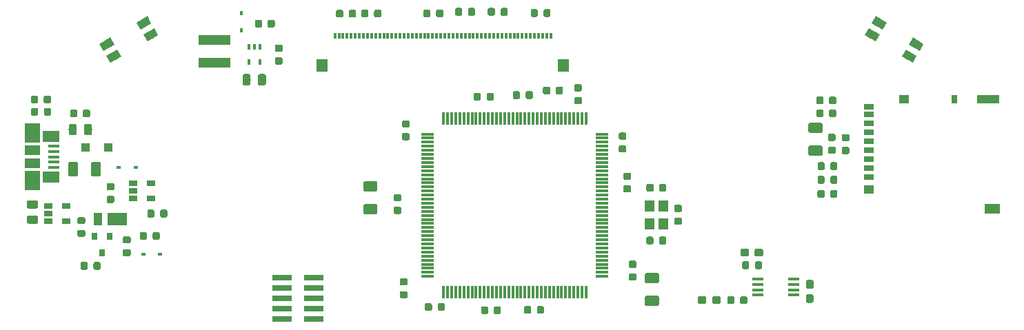
<source format=gbr>
G04 #@! TF.GenerationSoftware,KiCad,Pcbnew,5.1.3-ffb9f22~84~ubuntu18.10.1*
G04 #@! TF.CreationDate,2019-11-11T13:28:35-06:00*
G04 #@! TF.ProjectId,BurnedHead,4275726e-6564-4486-9561-642e6b696361,rev?*
G04 #@! TF.SameCoordinates,Original*
G04 #@! TF.FileFunction,Paste,Bot*
G04 #@! TF.FilePolarity,Positive*
%FSLAX46Y46*%
G04 Gerber Fmt 4.6, Leading zero omitted, Abs format (unit mm)*
G04 Created by KiCad (PCBNEW 5.1.3-ffb9f22~84~ubuntu18.10.1) date 2019-11-11 13:28:35*
%MOMM*%
%LPD*%
G04 APERTURE LIST*
%ADD10R,3.900000X1.200000*%
%ADD11R,1.450000X0.450000*%
%ADD12C,0.100000*%
%ADD13C,0.875000*%
%ADD14C,0.950000*%
%ADD15C,0.975000*%
%ADD16R,0.600000X0.450000*%
%ADD17C,1.250000*%
%ADD18R,1.200000X1.400000*%
%ADD19R,0.300000X0.800000*%
%ADD20R,1.400000X1.500000*%
%ADD21C,1.000000*%
%ADD22R,1.900000X1.300000*%
%ADD23R,2.800000X1.000000*%
%ADD24R,0.800000X1.000000*%
%ADD25R,1.200000X1.000000*%
%ADD26R,1.200000X0.700000*%
%ADD27R,0.800000X0.900000*%
%ADD28R,1.060000X0.650000*%
%ADD29R,2.400000X0.740000*%
%ADD30R,1.100000X1.100000*%
%ADD31R,2.400000X1.500000*%
%ADD32R,1.050000X1.500000*%
%ADD33R,0.450000X0.600000*%
%ADD34R,1.380000X0.450000*%
%ADD35R,2.100000X1.475000*%
%ADD36R,1.900000X2.375000*%
%ADD37R,1.900000X1.175000*%
%ADD38R,0.400000X0.650000*%
%ADD39R,0.300000X1.550000*%
%ADD40R,1.550000X0.300000*%
G04 APERTURE END LIST*
D10*
X178767740Y-146062240D03*
X178767740Y-148862240D03*
D11*
X249905880Y-177456740D03*
X249905880Y-176806740D03*
X249905880Y-176156740D03*
X249905880Y-175506740D03*
X245505880Y-175506740D03*
X245505880Y-176156740D03*
X245505880Y-176806740D03*
X245505880Y-177456740D03*
D12*
G36*
X244014251Y-177613073D02*
G01*
X244035486Y-177616223D01*
X244056310Y-177621439D01*
X244076522Y-177628671D01*
X244095928Y-177637850D01*
X244114341Y-177648886D01*
X244131584Y-177661674D01*
X244147490Y-177676090D01*
X244161906Y-177691996D01*
X244174694Y-177709239D01*
X244185730Y-177727652D01*
X244194909Y-177747058D01*
X244202141Y-177767270D01*
X244207357Y-177788094D01*
X244210507Y-177809329D01*
X244211560Y-177830770D01*
X244211560Y-178343270D01*
X244210507Y-178364711D01*
X244207357Y-178385946D01*
X244202141Y-178406770D01*
X244194909Y-178426982D01*
X244185730Y-178446388D01*
X244174694Y-178464801D01*
X244161906Y-178482044D01*
X244147490Y-178497950D01*
X244131584Y-178512366D01*
X244114341Y-178525154D01*
X244095928Y-178536190D01*
X244076522Y-178545369D01*
X244056310Y-178552601D01*
X244035486Y-178557817D01*
X244014251Y-178560967D01*
X243992810Y-178562020D01*
X243555310Y-178562020D01*
X243533869Y-178560967D01*
X243512634Y-178557817D01*
X243491810Y-178552601D01*
X243471598Y-178545369D01*
X243452192Y-178536190D01*
X243433779Y-178525154D01*
X243416536Y-178512366D01*
X243400630Y-178497950D01*
X243386214Y-178482044D01*
X243373426Y-178464801D01*
X243362390Y-178446388D01*
X243353211Y-178426982D01*
X243345979Y-178406770D01*
X243340763Y-178385946D01*
X243337613Y-178364711D01*
X243336560Y-178343270D01*
X243336560Y-177830770D01*
X243337613Y-177809329D01*
X243340763Y-177788094D01*
X243345979Y-177767270D01*
X243353211Y-177747058D01*
X243362390Y-177727652D01*
X243373426Y-177709239D01*
X243386214Y-177691996D01*
X243400630Y-177676090D01*
X243416536Y-177661674D01*
X243433779Y-177648886D01*
X243452192Y-177637850D01*
X243471598Y-177628671D01*
X243491810Y-177621439D01*
X243512634Y-177616223D01*
X243533869Y-177613073D01*
X243555310Y-177612020D01*
X243992810Y-177612020D01*
X244014251Y-177613073D01*
X244014251Y-177613073D01*
G37*
D13*
X243774060Y-178087020D03*
D12*
G36*
X242439251Y-177613073D02*
G01*
X242460486Y-177616223D01*
X242481310Y-177621439D01*
X242501522Y-177628671D01*
X242520928Y-177637850D01*
X242539341Y-177648886D01*
X242556584Y-177661674D01*
X242572490Y-177676090D01*
X242586906Y-177691996D01*
X242599694Y-177709239D01*
X242610730Y-177727652D01*
X242619909Y-177747058D01*
X242627141Y-177767270D01*
X242632357Y-177788094D01*
X242635507Y-177809329D01*
X242636560Y-177830770D01*
X242636560Y-178343270D01*
X242635507Y-178364711D01*
X242632357Y-178385946D01*
X242627141Y-178406770D01*
X242619909Y-178426982D01*
X242610730Y-178446388D01*
X242599694Y-178464801D01*
X242586906Y-178482044D01*
X242572490Y-178497950D01*
X242556584Y-178512366D01*
X242539341Y-178525154D01*
X242520928Y-178536190D01*
X242501522Y-178545369D01*
X242481310Y-178552601D01*
X242460486Y-178557817D01*
X242439251Y-178560967D01*
X242417810Y-178562020D01*
X241980310Y-178562020D01*
X241958869Y-178560967D01*
X241937634Y-178557817D01*
X241916810Y-178552601D01*
X241896598Y-178545369D01*
X241877192Y-178536190D01*
X241858779Y-178525154D01*
X241841536Y-178512366D01*
X241825630Y-178497950D01*
X241811214Y-178482044D01*
X241798426Y-178464801D01*
X241787390Y-178446388D01*
X241778211Y-178426982D01*
X241770979Y-178406770D01*
X241765763Y-178385946D01*
X241762613Y-178364711D01*
X241761560Y-178343270D01*
X241761560Y-177830770D01*
X241762613Y-177809329D01*
X241765763Y-177788094D01*
X241770979Y-177767270D01*
X241778211Y-177747058D01*
X241787390Y-177727652D01*
X241798426Y-177709239D01*
X241811214Y-177691996D01*
X241825630Y-177676090D01*
X241841536Y-177661674D01*
X241858779Y-177648886D01*
X241877192Y-177637850D01*
X241896598Y-177628671D01*
X241916810Y-177621439D01*
X241937634Y-177616223D01*
X241958869Y-177613073D01*
X241980310Y-177612020D01*
X242417810Y-177612020D01*
X242439251Y-177613073D01*
X242439251Y-177613073D01*
G37*
D13*
X242199060Y-178087020D03*
D12*
G36*
X244252811Y-173310313D02*
G01*
X244274046Y-173313463D01*
X244294870Y-173318679D01*
X244315082Y-173325911D01*
X244334488Y-173335090D01*
X244352901Y-173346126D01*
X244370144Y-173358914D01*
X244386050Y-173373330D01*
X244400466Y-173389236D01*
X244413254Y-173406479D01*
X244424290Y-173424892D01*
X244433469Y-173444298D01*
X244440701Y-173464510D01*
X244445917Y-173485334D01*
X244449067Y-173506569D01*
X244450120Y-173528010D01*
X244450120Y-174040510D01*
X244449067Y-174061951D01*
X244445917Y-174083186D01*
X244440701Y-174104010D01*
X244433469Y-174124222D01*
X244424290Y-174143628D01*
X244413254Y-174162041D01*
X244400466Y-174179284D01*
X244386050Y-174195190D01*
X244370144Y-174209606D01*
X244352901Y-174222394D01*
X244334488Y-174233430D01*
X244315082Y-174242609D01*
X244294870Y-174249841D01*
X244274046Y-174255057D01*
X244252811Y-174258207D01*
X244231370Y-174259260D01*
X243793870Y-174259260D01*
X243772429Y-174258207D01*
X243751194Y-174255057D01*
X243730370Y-174249841D01*
X243710158Y-174242609D01*
X243690752Y-174233430D01*
X243672339Y-174222394D01*
X243655096Y-174209606D01*
X243639190Y-174195190D01*
X243624774Y-174179284D01*
X243611986Y-174162041D01*
X243600950Y-174143628D01*
X243591771Y-174124222D01*
X243584539Y-174104010D01*
X243579323Y-174083186D01*
X243576173Y-174061951D01*
X243575120Y-174040510D01*
X243575120Y-173528010D01*
X243576173Y-173506569D01*
X243579323Y-173485334D01*
X243584539Y-173464510D01*
X243591771Y-173444298D01*
X243600950Y-173424892D01*
X243611986Y-173406479D01*
X243624774Y-173389236D01*
X243639190Y-173373330D01*
X243655096Y-173358914D01*
X243672339Y-173346126D01*
X243690752Y-173335090D01*
X243710158Y-173325911D01*
X243730370Y-173318679D01*
X243751194Y-173313463D01*
X243772429Y-173310313D01*
X243793870Y-173309260D01*
X244231370Y-173309260D01*
X244252811Y-173310313D01*
X244252811Y-173310313D01*
G37*
D13*
X244012620Y-173784260D03*
D12*
G36*
X245827811Y-173310313D02*
G01*
X245849046Y-173313463D01*
X245869870Y-173318679D01*
X245890082Y-173325911D01*
X245909488Y-173335090D01*
X245927901Y-173346126D01*
X245945144Y-173358914D01*
X245961050Y-173373330D01*
X245975466Y-173389236D01*
X245988254Y-173406479D01*
X245999290Y-173424892D01*
X246008469Y-173444298D01*
X246015701Y-173464510D01*
X246020917Y-173485334D01*
X246024067Y-173506569D01*
X246025120Y-173528010D01*
X246025120Y-174040510D01*
X246024067Y-174061951D01*
X246020917Y-174083186D01*
X246015701Y-174104010D01*
X246008469Y-174124222D01*
X245999290Y-174143628D01*
X245988254Y-174162041D01*
X245975466Y-174179284D01*
X245961050Y-174195190D01*
X245945144Y-174209606D01*
X245927901Y-174222394D01*
X245909488Y-174233430D01*
X245890082Y-174242609D01*
X245869870Y-174249841D01*
X245849046Y-174255057D01*
X245827811Y-174258207D01*
X245806370Y-174259260D01*
X245368870Y-174259260D01*
X245347429Y-174258207D01*
X245326194Y-174255057D01*
X245305370Y-174249841D01*
X245285158Y-174242609D01*
X245265752Y-174233430D01*
X245247339Y-174222394D01*
X245230096Y-174209606D01*
X245214190Y-174195190D01*
X245199774Y-174179284D01*
X245186986Y-174162041D01*
X245175950Y-174143628D01*
X245166771Y-174124222D01*
X245159539Y-174104010D01*
X245154323Y-174083186D01*
X245151173Y-174061951D01*
X245150120Y-174040510D01*
X245150120Y-173528010D01*
X245151173Y-173506569D01*
X245154323Y-173485334D01*
X245159539Y-173464510D01*
X245166771Y-173444298D01*
X245175950Y-173424892D01*
X245186986Y-173406479D01*
X245199774Y-173389236D01*
X245214190Y-173373330D01*
X245230096Y-173358914D01*
X245247339Y-173346126D01*
X245265752Y-173335090D01*
X245285158Y-173325911D01*
X245305370Y-173318679D01*
X245326194Y-173313463D01*
X245347429Y-173310313D01*
X245368870Y-173309260D01*
X245806370Y-173309260D01*
X245827811Y-173310313D01*
X245827811Y-173310313D01*
G37*
D13*
X245587620Y-173784260D03*
D12*
G36*
X252150039Y-177356124D02*
G01*
X252173094Y-177359543D01*
X252195703Y-177365207D01*
X252217647Y-177373059D01*
X252238717Y-177383024D01*
X252258708Y-177395006D01*
X252277428Y-177408890D01*
X252294698Y-177424542D01*
X252310350Y-177441812D01*
X252324234Y-177460532D01*
X252336216Y-177480523D01*
X252346181Y-177501593D01*
X252354033Y-177523537D01*
X252359697Y-177546146D01*
X252363116Y-177569201D01*
X252364260Y-177592480D01*
X252364260Y-178167480D01*
X252363116Y-178190759D01*
X252359697Y-178213814D01*
X252354033Y-178236423D01*
X252346181Y-178258367D01*
X252336216Y-178279437D01*
X252324234Y-178299428D01*
X252310350Y-178318148D01*
X252294698Y-178335418D01*
X252277428Y-178351070D01*
X252258708Y-178364954D01*
X252238717Y-178376936D01*
X252217647Y-178386901D01*
X252195703Y-178394753D01*
X252173094Y-178400417D01*
X252150039Y-178403836D01*
X252126760Y-178404980D01*
X251651760Y-178404980D01*
X251628481Y-178403836D01*
X251605426Y-178400417D01*
X251582817Y-178394753D01*
X251560873Y-178386901D01*
X251539803Y-178376936D01*
X251519812Y-178364954D01*
X251501092Y-178351070D01*
X251483822Y-178335418D01*
X251468170Y-178318148D01*
X251454286Y-178299428D01*
X251442304Y-178279437D01*
X251432339Y-178258367D01*
X251424487Y-178236423D01*
X251418823Y-178213814D01*
X251415404Y-178190759D01*
X251414260Y-178167480D01*
X251414260Y-177592480D01*
X251415404Y-177569201D01*
X251418823Y-177546146D01*
X251424487Y-177523537D01*
X251432339Y-177501593D01*
X251442304Y-177480523D01*
X251454286Y-177460532D01*
X251468170Y-177441812D01*
X251483822Y-177424542D01*
X251501092Y-177408890D01*
X251519812Y-177395006D01*
X251539803Y-177383024D01*
X251560873Y-177373059D01*
X251582817Y-177365207D01*
X251605426Y-177359543D01*
X251628481Y-177356124D01*
X251651760Y-177354980D01*
X252126760Y-177354980D01*
X252150039Y-177356124D01*
X252150039Y-177356124D01*
G37*
D14*
X251889260Y-177879980D03*
D12*
G36*
X252150039Y-175606124D02*
G01*
X252173094Y-175609543D01*
X252195703Y-175615207D01*
X252217647Y-175623059D01*
X252238717Y-175633024D01*
X252258708Y-175645006D01*
X252277428Y-175658890D01*
X252294698Y-175674542D01*
X252310350Y-175691812D01*
X252324234Y-175710532D01*
X252336216Y-175730523D01*
X252346181Y-175751593D01*
X252354033Y-175773537D01*
X252359697Y-175796146D01*
X252363116Y-175819201D01*
X252364260Y-175842480D01*
X252364260Y-176417480D01*
X252363116Y-176440759D01*
X252359697Y-176463814D01*
X252354033Y-176486423D01*
X252346181Y-176508367D01*
X252336216Y-176529437D01*
X252324234Y-176549428D01*
X252310350Y-176568148D01*
X252294698Y-176585418D01*
X252277428Y-176601070D01*
X252258708Y-176614954D01*
X252238717Y-176626936D01*
X252217647Y-176636901D01*
X252195703Y-176644753D01*
X252173094Y-176650417D01*
X252150039Y-176653836D01*
X252126760Y-176654980D01*
X251651760Y-176654980D01*
X251628481Y-176653836D01*
X251605426Y-176650417D01*
X251582817Y-176644753D01*
X251560873Y-176636901D01*
X251539803Y-176626936D01*
X251519812Y-176614954D01*
X251501092Y-176601070D01*
X251483822Y-176585418D01*
X251468170Y-176568148D01*
X251454286Y-176549428D01*
X251442304Y-176529437D01*
X251432339Y-176508367D01*
X251424487Y-176486423D01*
X251418823Y-176463814D01*
X251415404Y-176440759D01*
X251414260Y-176417480D01*
X251414260Y-175842480D01*
X251415404Y-175819201D01*
X251418823Y-175796146D01*
X251424487Y-175773537D01*
X251432339Y-175751593D01*
X251442304Y-175730523D01*
X251454286Y-175710532D01*
X251468170Y-175691812D01*
X251483822Y-175674542D01*
X251501092Y-175658890D01*
X251519812Y-175645006D01*
X251539803Y-175633024D01*
X251560873Y-175623059D01*
X251582817Y-175615207D01*
X251605426Y-175609543D01*
X251628481Y-175606124D01*
X251651760Y-175604980D01*
X252126760Y-175604980D01*
X252150039Y-175606124D01*
X252150039Y-175606124D01*
G37*
D14*
X251889260Y-176129980D03*
D12*
G36*
X238983179Y-177575064D02*
G01*
X239006234Y-177578483D01*
X239028843Y-177584147D01*
X239050787Y-177591999D01*
X239071857Y-177601964D01*
X239091848Y-177613946D01*
X239110568Y-177627830D01*
X239127838Y-177643482D01*
X239143490Y-177660752D01*
X239157374Y-177679472D01*
X239169356Y-177699463D01*
X239179321Y-177720533D01*
X239187173Y-177742477D01*
X239192837Y-177765086D01*
X239196256Y-177788141D01*
X239197400Y-177811420D01*
X239197400Y-178286420D01*
X239196256Y-178309699D01*
X239192837Y-178332754D01*
X239187173Y-178355363D01*
X239179321Y-178377307D01*
X239169356Y-178398377D01*
X239157374Y-178418368D01*
X239143490Y-178437088D01*
X239127838Y-178454358D01*
X239110568Y-178470010D01*
X239091848Y-178483894D01*
X239071857Y-178495876D01*
X239050787Y-178505841D01*
X239028843Y-178513693D01*
X239006234Y-178519357D01*
X238983179Y-178522776D01*
X238959900Y-178523920D01*
X238384900Y-178523920D01*
X238361621Y-178522776D01*
X238338566Y-178519357D01*
X238315957Y-178513693D01*
X238294013Y-178505841D01*
X238272943Y-178495876D01*
X238252952Y-178483894D01*
X238234232Y-178470010D01*
X238216962Y-178454358D01*
X238201310Y-178437088D01*
X238187426Y-178418368D01*
X238175444Y-178398377D01*
X238165479Y-178377307D01*
X238157627Y-178355363D01*
X238151963Y-178332754D01*
X238148544Y-178309699D01*
X238147400Y-178286420D01*
X238147400Y-177811420D01*
X238148544Y-177788141D01*
X238151963Y-177765086D01*
X238157627Y-177742477D01*
X238165479Y-177720533D01*
X238175444Y-177699463D01*
X238187426Y-177679472D01*
X238201310Y-177660752D01*
X238216962Y-177643482D01*
X238234232Y-177627830D01*
X238252952Y-177613946D01*
X238272943Y-177601964D01*
X238294013Y-177591999D01*
X238315957Y-177584147D01*
X238338566Y-177578483D01*
X238361621Y-177575064D01*
X238384900Y-177573920D01*
X238959900Y-177573920D01*
X238983179Y-177575064D01*
X238983179Y-177575064D01*
G37*
D14*
X238672400Y-178048920D03*
D12*
G36*
X240733179Y-177575064D02*
G01*
X240756234Y-177578483D01*
X240778843Y-177584147D01*
X240800787Y-177591999D01*
X240821857Y-177601964D01*
X240841848Y-177613946D01*
X240860568Y-177627830D01*
X240877838Y-177643482D01*
X240893490Y-177660752D01*
X240907374Y-177679472D01*
X240919356Y-177699463D01*
X240929321Y-177720533D01*
X240937173Y-177742477D01*
X240942837Y-177765086D01*
X240946256Y-177788141D01*
X240947400Y-177811420D01*
X240947400Y-178286420D01*
X240946256Y-178309699D01*
X240942837Y-178332754D01*
X240937173Y-178355363D01*
X240929321Y-178377307D01*
X240919356Y-178398377D01*
X240907374Y-178418368D01*
X240893490Y-178437088D01*
X240877838Y-178454358D01*
X240860568Y-178470010D01*
X240841848Y-178483894D01*
X240821857Y-178495876D01*
X240800787Y-178505841D01*
X240778843Y-178513693D01*
X240756234Y-178519357D01*
X240733179Y-178522776D01*
X240709900Y-178523920D01*
X240134900Y-178523920D01*
X240111621Y-178522776D01*
X240088566Y-178519357D01*
X240065957Y-178513693D01*
X240044013Y-178505841D01*
X240022943Y-178495876D01*
X240002952Y-178483894D01*
X239984232Y-178470010D01*
X239966962Y-178454358D01*
X239951310Y-178437088D01*
X239937426Y-178418368D01*
X239925444Y-178398377D01*
X239915479Y-178377307D01*
X239907627Y-178355363D01*
X239901963Y-178332754D01*
X239898544Y-178309699D01*
X239897400Y-178286420D01*
X239897400Y-177811420D01*
X239898544Y-177788141D01*
X239901963Y-177765086D01*
X239907627Y-177742477D01*
X239915479Y-177720533D01*
X239925444Y-177699463D01*
X239937426Y-177679472D01*
X239951310Y-177660752D01*
X239966962Y-177643482D01*
X239984232Y-177627830D01*
X240002952Y-177613946D01*
X240022943Y-177601964D01*
X240044013Y-177591999D01*
X240065957Y-177584147D01*
X240088566Y-177578483D01*
X240111621Y-177575064D01*
X240134900Y-177573920D01*
X240709900Y-177573920D01*
X240733179Y-177575064D01*
X240733179Y-177575064D01*
G37*
D14*
X240422400Y-178048920D03*
D12*
G36*
X245945259Y-171750844D02*
G01*
X245968314Y-171754263D01*
X245990923Y-171759927D01*
X246012867Y-171767779D01*
X246033937Y-171777744D01*
X246053928Y-171789726D01*
X246072648Y-171803610D01*
X246089918Y-171819262D01*
X246105570Y-171836532D01*
X246119454Y-171855252D01*
X246131436Y-171875243D01*
X246141401Y-171896313D01*
X246149253Y-171918257D01*
X246154917Y-171940866D01*
X246158336Y-171963921D01*
X246159480Y-171987200D01*
X246159480Y-172462200D01*
X246158336Y-172485479D01*
X246154917Y-172508534D01*
X246149253Y-172531143D01*
X246141401Y-172553087D01*
X246131436Y-172574157D01*
X246119454Y-172594148D01*
X246105570Y-172612868D01*
X246089918Y-172630138D01*
X246072648Y-172645790D01*
X246053928Y-172659674D01*
X246033937Y-172671656D01*
X246012867Y-172681621D01*
X245990923Y-172689473D01*
X245968314Y-172695137D01*
X245945259Y-172698556D01*
X245921980Y-172699700D01*
X245346980Y-172699700D01*
X245323701Y-172698556D01*
X245300646Y-172695137D01*
X245278037Y-172689473D01*
X245256093Y-172681621D01*
X245235023Y-172671656D01*
X245215032Y-172659674D01*
X245196312Y-172645790D01*
X245179042Y-172630138D01*
X245163390Y-172612868D01*
X245149506Y-172594148D01*
X245137524Y-172574157D01*
X245127559Y-172553087D01*
X245119707Y-172531143D01*
X245114043Y-172508534D01*
X245110624Y-172485479D01*
X245109480Y-172462200D01*
X245109480Y-171987200D01*
X245110624Y-171963921D01*
X245114043Y-171940866D01*
X245119707Y-171918257D01*
X245127559Y-171896313D01*
X245137524Y-171875243D01*
X245149506Y-171855252D01*
X245163390Y-171836532D01*
X245179042Y-171819262D01*
X245196312Y-171803610D01*
X245215032Y-171789726D01*
X245235023Y-171777744D01*
X245256093Y-171767779D01*
X245278037Y-171759927D01*
X245300646Y-171754263D01*
X245323701Y-171750844D01*
X245346980Y-171749700D01*
X245921980Y-171749700D01*
X245945259Y-171750844D01*
X245945259Y-171750844D01*
G37*
D14*
X245634480Y-172224700D03*
D12*
G36*
X244195259Y-171750844D02*
G01*
X244218314Y-171754263D01*
X244240923Y-171759927D01*
X244262867Y-171767779D01*
X244283937Y-171777744D01*
X244303928Y-171789726D01*
X244322648Y-171803610D01*
X244339918Y-171819262D01*
X244355570Y-171836532D01*
X244369454Y-171855252D01*
X244381436Y-171875243D01*
X244391401Y-171896313D01*
X244399253Y-171918257D01*
X244404917Y-171940866D01*
X244408336Y-171963921D01*
X244409480Y-171987200D01*
X244409480Y-172462200D01*
X244408336Y-172485479D01*
X244404917Y-172508534D01*
X244399253Y-172531143D01*
X244391401Y-172553087D01*
X244381436Y-172574157D01*
X244369454Y-172594148D01*
X244355570Y-172612868D01*
X244339918Y-172630138D01*
X244322648Y-172645790D01*
X244303928Y-172659674D01*
X244283937Y-172671656D01*
X244262867Y-172681621D01*
X244240923Y-172689473D01*
X244218314Y-172695137D01*
X244195259Y-172698556D01*
X244171980Y-172699700D01*
X243596980Y-172699700D01*
X243573701Y-172698556D01*
X243550646Y-172695137D01*
X243528037Y-172689473D01*
X243506093Y-172681621D01*
X243485023Y-172671656D01*
X243465032Y-172659674D01*
X243446312Y-172645790D01*
X243429042Y-172630138D01*
X243413390Y-172612868D01*
X243399506Y-172594148D01*
X243387524Y-172574157D01*
X243377559Y-172553087D01*
X243369707Y-172531143D01*
X243364043Y-172508534D01*
X243360624Y-172485479D01*
X243359480Y-172462200D01*
X243359480Y-171987200D01*
X243360624Y-171963921D01*
X243364043Y-171940866D01*
X243369707Y-171918257D01*
X243377559Y-171896313D01*
X243387524Y-171875243D01*
X243399506Y-171855252D01*
X243413390Y-171836532D01*
X243429042Y-171819262D01*
X243446312Y-171803610D01*
X243465032Y-171789726D01*
X243485023Y-171777744D01*
X243506093Y-171767779D01*
X243528037Y-171759927D01*
X243550646Y-171754263D01*
X243573701Y-171750844D01*
X243596980Y-171749700D01*
X244171980Y-171749700D01*
X244195259Y-171750844D01*
X244195259Y-171750844D01*
G37*
D14*
X243884480Y-172224700D03*
D12*
G36*
X202557038Y-157554361D02*
G01*
X202578273Y-157557511D01*
X202599097Y-157562727D01*
X202619309Y-157569959D01*
X202638715Y-157579138D01*
X202657128Y-157590174D01*
X202674371Y-157602962D01*
X202690277Y-157617378D01*
X202704693Y-157633284D01*
X202717481Y-157650527D01*
X202728517Y-157668940D01*
X202737696Y-157688346D01*
X202744928Y-157708558D01*
X202750144Y-157729382D01*
X202753294Y-157750617D01*
X202754347Y-157772058D01*
X202754347Y-158209558D01*
X202753294Y-158230999D01*
X202750144Y-158252234D01*
X202744928Y-158273058D01*
X202737696Y-158293270D01*
X202728517Y-158312676D01*
X202717481Y-158331089D01*
X202704693Y-158348332D01*
X202690277Y-158364238D01*
X202674371Y-158378654D01*
X202657128Y-158391442D01*
X202638715Y-158402478D01*
X202619309Y-158411657D01*
X202599097Y-158418889D01*
X202578273Y-158424105D01*
X202557038Y-158427255D01*
X202535597Y-158428308D01*
X202023097Y-158428308D01*
X202001656Y-158427255D01*
X201980421Y-158424105D01*
X201959597Y-158418889D01*
X201939385Y-158411657D01*
X201919979Y-158402478D01*
X201901566Y-158391442D01*
X201884323Y-158378654D01*
X201868417Y-158364238D01*
X201854001Y-158348332D01*
X201841213Y-158331089D01*
X201830177Y-158312676D01*
X201820998Y-158293270D01*
X201813766Y-158273058D01*
X201808550Y-158252234D01*
X201805400Y-158230999D01*
X201804347Y-158209558D01*
X201804347Y-157772058D01*
X201805400Y-157750617D01*
X201808550Y-157729382D01*
X201813766Y-157708558D01*
X201820998Y-157688346D01*
X201830177Y-157668940D01*
X201841213Y-157650527D01*
X201854001Y-157633284D01*
X201868417Y-157617378D01*
X201884323Y-157602962D01*
X201901566Y-157590174D01*
X201919979Y-157579138D01*
X201939385Y-157569959D01*
X201959597Y-157562727D01*
X201980421Y-157557511D01*
X202001656Y-157554361D01*
X202023097Y-157553308D01*
X202535597Y-157553308D01*
X202557038Y-157554361D01*
X202557038Y-157554361D01*
G37*
D13*
X202279347Y-157990808D03*
D12*
G36*
X202557038Y-155979361D02*
G01*
X202578273Y-155982511D01*
X202599097Y-155987727D01*
X202619309Y-155994959D01*
X202638715Y-156004138D01*
X202657128Y-156015174D01*
X202674371Y-156027962D01*
X202690277Y-156042378D01*
X202704693Y-156058284D01*
X202717481Y-156075527D01*
X202728517Y-156093940D01*
X202737696Y-156113346D01*
X202744928Y-156133558D01*
X202750144Y-156154382D01*
X202753294Y-156175617D01*
X202754347Y-156197058D01*
X202754347Y-156634558D01*
X202753294Y-156655999D01*
X202750144Y-156677234D01*
X202744928Y-156698058D01*
X202737696Y-156718270D01*
X202728517Y-156737676D01*
X202717481Y-156756089D01*
X202704693Y-156773332D01*
X202690277Y-156789238D01*
X202674371Y-156803654D01*
X202657128Y-156816442D01*
X202638715Y-156827478D01*
X202619309Y-156836657D01*
X202599097Y-156843889D01*
X202578273Y-156849105D01*
X202557038Y-156852255D01*
X202535597Y-156853308D01*
X202023097Y-156853308D01*
X202001656Y-156852255D01*
X201980421Y-156849105D01*
X201959597Y-156843889D01*
X201939385Y-156836657D01*
X201919979Y-156827478D01*
X201901566Y-156816442D01*
X201884323Y-156803654D01*
X201868417Y-156789238D01*
X201854001Y-156773332D01*
X201841213Y-156756089D01*
X201830177Y-156737676D01*
X201820998Y-156718270D01*
X201813766Y-156698058D01*
X201808550Y-156677234D01*
X201805400Y-156655999D01*
X201804347Y-156634558D01*
X201804347Y-156197058D01*
X201805400Y-156175617D01*
X201808550Y-156154382D01*
X201813766Y-156133558D01*
X201820998Y-156113346D01*
X201830177Y-156093940D01*
X201841213Y-156075527D01*
X201854001Y-156058284D01*
X201868417Y-156042378D01*
X201884323Y-156027962D01*
X201901566Y-156015174D01*
X201919979Y-156004138D01*
X201939385Y-155994959D01*
X201959597Y-155987727D01*
X201980421Y-155982511D01*
X202001656Y-155979361D01*
X202023097Y-155978308D01*
X202535597Y-155978308D01*
X202557038Y-155979361D01*
X202557038Y-155979361D01*
G37*
D13*
X202279347Y-156415808D03*
D12*
G36*
X201544751Y-166614373D02*
G01*
X201565986Y-166617523D01*
X201586810Y-166622739D01*
X201607022Y-166629971D01*
X201626428Y-166639150D01*
X201644841Y-166650186D01*
X201662084Y-166662974D01*
X201677990Y-166677390D01*
X201692406Y-166693296D01*
X201705194Y-166710539D01*
X201716230Y-166728952D01*
X201725409Y-166748358D01*
X201732641Y-166768570D01*
X201737857Y-166789394D01*
X201741007Y-166810629D01*
X201742060Y-166832070D01*
X201742060Y-167269570D01*
X201741007Y-167291011D01*
X201737857Y-167312246D01*
X201732641Y-167333070D01*
X201725409Y-167353282D01*
X201716230Y-167372688D01*
X201705194Y-167391101D01*
X201692406Y-167408344D01*
X201677990Y-167424250D01*
X201662084Y-167438666D01*
X201644841Y-167451454D01*
X201626428Y-167462490D01*
X201607022Y-167471669D01*
X201586810Y-167478901D01*
X201565986Y-167484117D01*
X201544751Y-167487267D01*
X201523310Y-167488320D01*
X201010810Y-167488320D01*
X200989369Y-167487267D01*
X200968134Y-167484117D01*
X200947310Y-167478901D01*
X200927098Y-167471669D01*
X200907692Y-167462490D01*
X200889279Y-167451454D01*
X200872036Y-167438666D01*
X200856130Y-167424250D01*
X200841714Y-167408344D01*
X200828926Y-167391101D01*
X200817890Y-167372688D01*
X200808711Y-167353282D01*
X200801479Y-167333070D01*
X200796263Y-167312246D01*
X200793113Y-167291011D01*
X200792060Y-167269570D01*
X200792060Y-166832070D01*
X200793113Y-166810629D01*
X200796263Y-166789394D01*
X200801479Y-166768570D01*
X200808711Y-166748358D01*
X200817890Y-166728952D01*
X200828926Y-166710539D01*
X200841714Y-166693296D01*
X200856130Y-166677390D01*
X200872036Y-166662974D01*
X200889279Y-166650186D01*
X200907692Y-166639150D01*
X200927098Y-166629971D01*
X200947310Y-166622739D01*
X200968134Y-166617523D01*
X200989369Y-166614373D01*
X201010810Y-166613320D01*
X201523310Y-166613320D01*
X201544751Y-166614373D01*
X201544751Y-166614373D01*
G37*
D13*
X201267060Y-167050820D03*
D12*
G36*
X201544751Y-165039373D02*
G01*
X201565986Y-165042523D01*
X201586810Y-165047739D01*
X201607022Y-165054971D01*
X201626428Y-165064150D01*
X201644841Y-165075186D01*
X201662084Y-165087974D01*
X201677990Y-165102390D01*
X201692406Y-165118296D01*
X201705194Y-165135539D01*
X201716230Y-165153952D01*
X201725409Y-165173358D01*
X201732641Y-165193570D01*
X201737857Y-165214394D01*
X201741007Y-165235629D01*
X201742060Y-165257070D01*
X201742060Y-165694570D01*
X201741007Y-165716011D01*
X201737857Y-165737246D01*
X201732641Y-165758070D01*
X201725409Y-165778282D01*
X201716230Y-165797688D01*
X201705194Y-165816101D01*
X201692406Y-165833344D01*
X201677990Y-165849250D01*
X201662084Y-165863666D01*
X201644841Y-165876454D01*
X201626428Y-165887490D01*
X201607022Y-165896669D01*
X201586810Y-165903901D01*
X201565986Y-165909117D01*
X201544751Y-165912267D01*
X201523310Y-165913320D01*
X201010810Y-165913320D01*
X200989369Y-165912267D01*
X200968134Y-165909117D01*
X200947310Y-165903901D01*
X200927098Y-165896669D01*
X200907692Y-165887490D01*
X200889279Y-165876454D01*
X200872036Y-165863666D01*
X200856130Y-165849250D01*
X200841714Y-165833344D01*
X200828926Y-165816101D01*
X200817890Y-165797688D01*
X200808711Y-165778282D01*
X200801479Y-165758070D01*
X200796263Y-165737246D01*
X200793113Y-165716011D01*
X200792060Y-165694570D01*
X200792060Y-165257070D01*
X200793113Y-165235629D01*
X200796263Y-165214394D01*
X200801479Y-165193570D01*
X200808711Y-165173358D01*
X200817890Y-165153952D01*
X200828926Y-165135539D01*
X200841714Y-165118296D01*
X200856130Y-165102390D01*
X200872036Y-165087974D01*
X200889279Y-165075186D01*
X200907692Y-165064150D01*
X200927098Y-165054971D01*
X200947310Y-165047739D01*
X200968134Y-165042523D01*
X200989369Y-165039373D01*
X201010810Y-165038320D01*
X201523310Y-165038320D01*
X201544751Y-165039373D01*
X201544751Y-165039373D01*
G37*
D13*
X201267060Y-165475820D03*
D12*
G36*
X202303284Y-175395121D02*
G01*
X202324519Y-175398271D01*
X202345343Y-175403487D01*
X202365555Y-175410719D01*
X202384961Y-175419898D01*
X202403374Y-175430934D01*
X202420617Y-175443722D01*
X202436523Y-175458138D01*
X202450939Y-175474044D01*
X202463727Y-175491287D01*
X202474763Y-175509700D01*
X202483942Y-175529106D01*
X202491174Y-175549318D01*
X202496390Y-175570142D01*
X202499540Y-175591377D01*
X202500593Y-175612818D01*
X202500593Y-176050318D01*
X202499540Y-176071759D01*
X202496390Y-176092994D01*
X202491174Y-176113818D01*
X202483942Y-176134030D01*
X202474763Y-176153436D01*
X202463727Y-176171849D01*
X202450939Y-176189092D01*
X202436523Y-176204998D01*
X202420617Y-176219414D01*
X202403374Y-176232202D01*
X202384961Y-176243238D01*
X202365555Y-176252417D01*
X202345343Y-176259649D01*
X202324519Y-176264865D01*
X202303284Y-176268015D01*
X202281843Y-176269068D01*
X201769343Y-176269068D01*
X201747902Y-176268015D01*
X201726667Y-176264865D01*
X201705843Y-176259649D01*
X201685631Y-176252417D01*
X201666225Y-176243238D01*
X201647812Y-176232202D01*
X201630569Y-176219414D01*
X201614663Y-176204998D01*
X201600247Y-176189092D01*
X201587459Y-176171849D01*
X201576423Y-176153436D01*
X201567244Y-176134030D01*
X201560012Y-176113818D01*
X201554796Y-176092994D01*
X201551646Y-176071759D01*
X201550593Y-176050318D01*
X201550593Y-175612818D01*
X201551646Y-175591377D01*
X201554796Y-175570142D01*
X201560012Y-175549318D01*
X201567244Y-175529106D01*
X201576423Y-175509700D01*
X201587459Y-175491287D01*
X201600247Y-175474044D01*
X201614663Y-175458138D01*
X201630569Y-175443722D01*
X201647812Y-175430934D01*
X201666225Y-175419898D01*
X201685631Y-175410719D01*
X201705843Y-175403487D01*
X201726667Y-175398271D01*
X201747902Y-175395121D01*
X201769343Y-175394068D01*
X202281843Y-175394068D01*
X202303284Y-175395121D01*
X202303284Y-175395121D01*
G37*
D13*
X202025593Y-175831568D03*
D12*
G36*
X202303284Y-176970121D02*
G01*
X202324519Y-176973271D01*
X202345343Y-176978487D01*
X202365555Y-176985719D01*
X202384961Y-176994898D01*
X202403374Y-177005934D01*
X202420617Y-177018722D01*
X202436523Y-177033138D01*
X202450939Y-177049044D01*
X202463727Y-177066287D01*
X202474763Y-177084700D01*
X202483942Y-177104106D01*
X202491174Y-177124318D01*
X202496390Y-177145142D01*
X202499540Y-177166377D01*
X202500593Y-177187818D01*
X202500593Y-177625318D01*
X202499540Y-177646759D01*
X202496390Y-177667994D01*
X202491174Y-177688818D01*
X202483942Y-177709030D01*
X202474763Y-177728436D01*
X202463727Y-177746849D01*
X202450939Y-177764092D01*
X202436523Y-177779998D01*
X202420617Y-177794414D01*
X202403374Y-177807202D01*
X202384961Y-177818238D01*
X202365555Y-177827417D01*
X202345343Y-177834649D01*
X202324519Y-177839865D01*
X202303284Y-177843015D01*
X202281843Y-177844068D01*
X201769343Y-177844068D01*
X201747902Y-177843015D01*
X201726667Y-177839865D01*
X201705843Y-177834649D01*
X201685631Y-177827417D01*
X201666225Y-177818238D01*
X201647812Y-177807202D01*
X201630569Y-177794414D01*
X201614663Y-177779998D01*
X201600247Y-177764092D01*
X201587459Y-177746849D01*
X201576423Y-177728436D01*
X201567244Y-177709030D01*
X201560012Y-177688818D01*
X201554796Y-177667994D01*
X201551646Y-177646759D01*
X201550593Y-177625318D01*
X201550593Y-177187818D01*
X201551646Y-177166377D01*
X201554796Y-177145142D01*
X201560012Y-177124318D01*
X201567244Y-177104106D01*
X201576423Y-177084700D01*
X201587459Y-177066287D01*
X201600247Y-177049044D01*
X201614663Y-177033138D01*
X201630569Y-177018722D01*
X201647812Y-177005934D01*
X201666225Y-176994898D01*
X201685631Y-176985719D01*
X201705843Y-176978487D01*
X201726667Y-176973271D01*
X201747902Y-176970121D01*
X201769343Y-176969068D01*
X202281843Y-176969068D01*
X202303284Y-176970121D01*
X202303284Y-176970121D01*
G37*
D13*
X202025593Y-177406568D03*
D12*
G36*
X205312071Y-178448733D02*
G01*
X205333306Y-178451883D01*
X205354130Y-178457099D01*
X205374342Y-178464331D01*
X205393748Y-178473510D01*
X205412161Y-178484546D01*
X205429404Y-178497334D01*
X205445310Y-178511750D01*
X205459726Y-178527656D01*
X205472514Y-178544899D01*
X205483550Y-178563312D01*
X205492729Y-178582718D01*
X205499961Y-178602930D01*
X205505177Y-178623754D01*
X205508327Y-178644989D01*
X205509380Y-178666430D01*
X205509380Y-179178930D01*
X205508327Y-179200371D01*
X205505177Y-179221606D01*
X205499961Y-179242430D01*
X205492729Y-179262642D01*
X205483550Y-179282048D01*
X205472514Y-179300461D01*
X205459726Y-179317704D01*
X205445310Y-179333610D01*
X205429404Y-179348026D01*
X205412161Y-179360814D01*
X205393748Y-179371850D01*
X205374342Y-179381029D01*
X205354130Y-179388261D01*
X205333306Y-179393477D01*
X205312071Y-179396627D01*
X205290630Y-179397680D01*
X204853130Y-179397680D01*
X204831689Y-179396627D01*
X204810454Y-179393477D01*
X204789630Y-179388261D01*
X204769418Y-179381029D01*
X204750012Y-179371850D01*
X204731599Y-179360814D01*
X204714356Y-179348026D01*
X204698450Y-179333610D01*
X204684034Y-179317704D01*
X204671246Y-179300461D01*
X204660210Y-179282048D01*
X204651031Y-179262642D01*
X204643799Y-179242430D01*
X204638583Y-179221606D01*
X204635433Y-179200371D01*
X204634380Y-179178930D01*
X204634380Y-178666430D01*
X204635433Y-178644989D01*
X204638583Y-178623754D01*
X204643799Y-178602930D01*
X204651031Y-178582718D01*
X204660210Y-178563312D01*
X204671246Y-178544899D01*
X204684034Y-178527656D01*
X204698450Y-178511750D01*
X204714356Y-178497334D01*
X204731599Y-178484546D01*
X204750012Y-178473510D01*
X204769418Y-178464331D01*
X204789630Y-178457099D01*
X204810454Y-178451883D01*
X204831689Y-178448733D01*
X204853130Y-178447680D01*
X205290630Y-178447680D01*
X205312071Y-178448733D01*
X205312071Y-178448733D01*
G37*
D13*
X205071880Y-178922680D03*
D12*
G36*
X206887071Y-178448733D02*
G01*
X206908306Y-178451883D01*
X206929130Y-178457099D01*
X206949342Y-178464331D01*
X206968748Y-178473510D01*
X206987161Y-178484546D01*
X207004404Y-178497334D01*
X207020310Y-178511750D01*
X207034726Y-178527656D01*
X207047514Y-178544899D01*
X207058550Y-178563312D01*
X207067729Y-178582718D01*
X207074961Y-178602930D01*
X207080177Y-178623754D01*
X207083327Y-178644989D01*
X207084380Y-178666430D01*
X207084380Y-179178930D01*
X207083327Y-179200371D01*
X207080177Y-179221606D01*
X207074961Y-179242430D01*
X207067729Y-179262642D01*
X207058550Y-179282048D01*
X207047514Y-179300461D01*
X207034726Y-179317704D01*
X207020310Y-179333610D01*
X207004404Y-179348026D01*
X206987161Y-179360814D01*
X206968748Y-179371850D01*
X206949342Y-179381029D01*
X206929130Y-179388261D01*
X206908306Y-179393477D01*
X206887071Y-179396627D01*
X206865630Y-179397680D01*
X206428130Y-179397680D01*
X206406689Y-179396627D01*
X206385454Y-179393477D01*
X206364630Y-179388261D01*
X206344418Y-179381029D01*
X206325012Y-179371850D01*
X206306599Y-179360814D01*
X206289356Y-179348026D01*
X206273450Y-179333610D01*
X206259034Y-179317704D01*
X206246246Y-179300461D01*
X206235210Y-179282048D01*
X206226031Y-179262642D01*
X206218799Y-179242430D01*
X206213583Y-179221606D01*
X206210433Y-179200371D01*
X206209380Y-179178930D01*
X206209380Y-178666430D01*
X206210433Y-178644989D01*
X206213583Y-178623754D01*
X206218799Y-178602930D01*
X206226031Y-178582718D01*
X206235210Y-178563312D01*
X206246246Y-178544899D01*
X206259034Y-178527656D01*
X206273450Y-178511750D01*
X206289356Y-178497334D01*
X206306599Y-178484546D01*
X206325012Y-178473510D01*
X206344418Y-178464331D01*
X206364630Y-178457099D01*
X206385454Y-178451883D01*
X206406689Y-178448733D01*
X206428130Y-178447680D01*
X206865630Y-178447680D01*
X206887071Y-178448733D01*
X206887071Y-178448733D01*
G37*
D13*
X206646880Y-178922680D03*
D12*
G36*
X213773764Y-178841759D02*
G01*
X213794999Y-178844909D01*
X213815823Y-178850125D01*
X213836035Y-178857357D01*
X213855441Y-178866536D01*
X213873854Y-178877572D01*
X213891097Y-178890360D01*
X213907003Y-178904776D01*
X213921419Y-178920682D01*
X213934207Y-178937925D01*
X213945243Y-178956338D01*
X213954422Y-178975744D01*
X213961654Y-178995956D01*
X213966870Y-179016780D01*
X213970020Y-179038015D01*
X213971073Y-179059456D01*
X213971073Y-179571956D01*
X213970020Y-179593397D01*
X213966870Y-179614632D01*
X213961654Y-179635456D01*
X213954422Y-179655668D01*
X213945243Y-179675074D01*
X213934207Y-179693487D01*
X213921419Y-179710730D01*
X213907003Y-179726636D01*
X213891097Y-179741052D01*
X213873854Y-179753840D01*
X213855441Y-179764876D01*
X213836035Y-179774055D01*
X213815823Y-179781287D01*
X213794999Y-179786503D01*
X213773764Y-179789653D01*
X213752323Y-179790706D01*
X213314823Y-179790706D01*
X213293382Y-179789653D01*
X213272147Y-179786503D01*
X213251323Y-179781287D01*
X213231111Y-179774055D01*
X213211705Y-179764876D01*
X213193292Y-179753840D01*
X213176049Y-179741052D01*
X213160143Y-179726636D01*
X213145727Y-179710730D01*
X213132939Y-179693487D01*
X213121903Y-179675074D01*
X213112724Y-179655668D01*
X213105492Y-179635456D01*
X213100276Y-179614632D01*
X213097126Y-179593397D01*
X213096073Y-179571956D01*
X213096073Y-179059456D01*
X213097126Y-179038015D01*
X213100276Y-179016780D01*
X213105492Y-178995956D01*
X213112724Y-178975744D01*
X213121903Y-178956338D01*
X213132939Y-178937925D01*
X213145727Y-178920682D01*
X213160143Y-178904776D01*
X213176049Y-178890360D01*
X213193292Y-178877572D01*
X213211705Y-178866536D01*
X213231111Y-178857357D01*
X213251323Y-178850125D01*
X213272147Y-178844909D01*
X213293382Y-178841759D01*
X213314823Y-178840706D01*
X213752323Y-178840706D01*
X213773764Y-178841759D01*
X213773764Y-178841759D01*
G37*
D13*
X213533573Y-179315706D03*
D12*
G36*
X212198764Y-178841759D02*
G01*
X212219999Y-178844909D01*
X212240823Y-178850125D01*
X212261035Y-178857357D01*
X212280441Y-178866536D01*
X212298854Y-178877572D01*
X212316097Y-178890360D01*
X212332003Y-178904776D01*
X212346419Y-178920682D01*
X212359207Y-178937925D01*
X212370243Y-178956338D01*
X212379422Y-178975744D01*
X212386654Y-178995956D01*
X212391870Y-179016780D01*
X212395020Y-179038015D01*
X212396073Y-179059456D01*
X212396073Y-179571956D01*
X212395020Y-179593397D01*
X212391870Y-179614632D01*
X212386654Y-179635456D01*
X212379422Y-179655668D01*
X212370243Y-179675074D01*
X212359207Y-179693487D01*
X212346419Y-179710730D01*
X212332003Y-179726636D01*
X212316097Y-179741052D01*
X212298854Y-179753840D01*
X212280441Y-179764876D01*
X212261035Y-179774055D01*
X212240823Y-179781287D01*
X212219999Y-179786503D01*
X212198764Y-179789653D01*
X212177323Y-179790706D01*
X211739823Y-179790706D01*
X211718382Y-179789653D01*
X211697147Y-179786503D01*
X211676323Y-179781287D01*
X211656111Y-179774055D01*
X211636705Y-179764876D01*
X211618292Y-179753840D01*
X211601049Y-179741052D01*
X211585143Y-179726636D01*
X211570727Y-179710730D01*
X211557939Y-179693487D01*
X211546903Y-179675074D01*
X211537724Y-179655668D01*
X211530492Y-179635456D01*
X211525276Y-179614632D01*
X211522126Y-179593397D01*
X211521073Y-179571956D01*
X211521073Y-179059456D01*
X211522126Y-179038015D01*
X211525276Y-179016780D01*
X211530492Y-178995956D01*
X211537724Y-178975744D01*
X211546903Y-178956338D01*
X211557939Y-178937925D01*
X211570727Y-178920682D01*
X211585143Y-178904776D01*
X211601049Y-178890360D01*
X211618292Y-178877572D01*
X211636705Y-178866536D01*
X211656111Y-178857357D01*
X211676323Y-178850125D01*
X211697147Y-178844909D01*
X211718382Y-178841759D01*
X211739823Y-178840706D01*
X212177323Y-178840706D01*
X212198764Y-178841759D01*
X212198764Y-178841759D01*
G37*
D13*
X211958573Y-179315706D03*
D12*
G36*
X219061291Y-178809413D02*
G01*
X219082526Y-178812563D01*
X219103350Y-178817779D01*
X219123562Y-178825011D01*
X219142968Y-178834190D01*
X219161381Y-178845226D01*
X219178624Y-178858014D01*
X219194530Y-178872430D01*
X219208946Y-178888336D01*
X219221734Y-178905579D01*
X219232770Y-178923992D01*
X219241949Y-178943398D01*
X219249181Y-178963610D01*
X219254397Y-178984434D01*
X219257547Y-179005669D01*
X219258600Y-179027110D01*
X219258600Y-179539610D01*
X219257547Y-179561051D01*
X219254397Y-179582286D01*
X219249181Y-179603110D01*
X219241949Y-179623322D01*
X219232770Y-179642728D01*
X219221734Y-179661141D01*
X219208946Y-179678384D01*
X219194530Y-179694290D01*
X219178624Y-179708706D01*
X219161381Y-179721494D01*
X219142968Y-179732530D01*
X219123562Y-179741709D01*
X219103350Y-179748941D01*
X219082526Y-179754157D01*
X219061291Y-179757307D01*
X219039850Y-179758360D01*
X218602350Y-179758360D01*
X218580909Y-179757307D01*
X218559674Y-179754157D01*
X218538850Y-179748941D01*
X218518638Y-179741709D01*
X218499232Y-179732530D01*
X218480819Y-179721494D01*
X218463576Y-179708706D01*
X218447670Y-179694290D01*
X218433254Y-179678384D01*
X218420466Y-179661141D01*
X218409430Y-179642728D01*
X218400251Y-179623322D01*
X218393019Y-179603110D01*
X218387803Y-179582286D01*
X218384653Y-179561051D01*
X218383600Y-179539610D01*
X218383600Y-179027110D01*
X218384653Y-179005669D01*
X218387803Y-178984434D01*
X218393019Y-178963610D01*
X218400251Y-178943398D01*
X218409430Y-178923992D01*
X218420466Y-178905579D01*
X218433254Y-178888336D01*
X218447670Y-178872430D01*
X218463576Y-178858014D01*
X218480819Y-178845226D01*
X218499232Y-178834190D01*
X218518638Y-178825011D01*
X218538850Y-178817779D01*
X218559674Y-178812563D01*
X218580909Y-178809413D01*
X218602350Y-178808360D01*
X219039850Y-178808360D01*
X219061291Y-178809413D01*
X219061291Y-178809413D01*
G37*
D13*
X218821100Y-179283360D03*
D12*
G36*
X217486291Y-178809413D02*
G01*
X217507526Y-178812563D01*
X217528350Y-178817779D01*
X217548562Y-178825011D01*
X217567968Y-178834190D01*
X217586381Y-178845226D01*
X217603624Y-178858014D01*
X217619530Y-178872430D01*
X217633946Y-178888336D01*
X217646734Y-178905579D01*
X217657770Y-178923992D01*
X217666949Y-178943398D01*
X217674181Y-178963610D01*
X217679397Y-178984434D01*
X217682547Y-179005669D01*
X217683600Y-179027110D01*
X217683600Y-179539610D01*
X217682547Y-179561051D01*
X217679397Y-179582286D01*
X217674181Y-179603110D01*
X217666949Y-179623322D01*
X217657770Y-179642728D01*
X217646734Y-179661141D01*
X217633946Y-179678384D01*
X217619530Y-179694290D01*
X217603624Y-179708706D01*
X217586381Y-179721494D01*
X217567968Y-179732530D01*
X217548562Y-179741709D01*
X217528350Y-179748941D01*
X217507526Y-179754157D01*
X217486291Y-179757307D01*
X217464850Y-179758360D01*
X217027350Y-179758360D01*
X217005909Y-179757307D01*
X216984674Y-179754157D01*
X216963850Y-179748941D01*
X216943638Y-179741709D01*
X216924232Y-179732530D01*
X216905819Y-179721494D01*
X216888576Y-179708706D01*
X216872670Y-179694290D01*
X216858254Y-179678384D01*
X216845466Y-179661141D01*
X216834430Y-179642728D01*
X216825251Y-179623322D01*
X216818019Y-179603110D01*
X216812803Y-179582286D01*
X216809653Y-179561051D01*
X216808600Y-179539610D01*
X216808600Y-179027110D01*
X216809653Y-179005669D01*
X216812803Y-178984434D01*
X216818019Y-178963610D01*
X216825251Y-178943398D01*
X216834430Y-178923992D01*
X216845466Y-178905579D01*
X216858254Y-178888336D01*
X216872670Y-178872430D01*
X216888576Y-178858014D01*
X216905819Y-178845226D01*
X216924232Y-178834190D01*
X216943638Y-178825011D01*
X216963850Y-178817779D01*
X216984674Y-178812563D01*
X217005909Y-178809413D01*
X217027350Y-178808360D01*
X217464850Y-178808360D01*
X217486291Y-178809413D01*
X217486291Y-178809413D01*
G37*
D13*
X217246100Y-179283360D03*
D12*
G36*
X230416931Y-174810953D02*
G01*
X230438166Y-174814103D01*
X230458990Y-174819319D01*
X230479202Y-174826551D01*
X230498608Y-174835730D01*
X230517021Y-174846766D01*
X230534264Y-174859554D01*
X230550170Y-174873970D01*
X230564586Y-174889876D01*
X230577374Y-174907119D01*
X230588410Y-174925532D01*
X230597589Y-174944938D01*
X230604821Y-174965150D01*
X230610037Y-174985974D01*
X230613187Y-175007209D01*
X230614240Y-175028650D01*
X230614240Y-175466150D01*
X230613187Y-175487591D01*
X230610037Y-175508826D01*
X230604821Y-175529650D01*
X230597589Y-175549862D01*
X230588410Y-175569268D01*
X230577374Y-175587681D01*
X230564586Y-175604924D01*
X230550170Y-175620830D01*
X230534264Y-175635246D01*
X230517021Y-175648034D01*
X230498608Y-175659070D01*
X230479202Y-175668249D01*
X230458990Y-175675481D01*
X230438166Y-175680697D01*
X230416931Y-175683847D01*
X230395490Y-175684900D01*
X229882990Y-175684900D01*
X229861549Y-175683847D01*
X229840314Y-175680697D01*
X229819490Y-175675481D01*
X229799278Y-175668249D01*
X229779872Y-175659070D01*
X229761459Y-175648034D01*
X229744216Y-175635246D01*
X229728310Y-175620830D01*
X229713894Y-175604924D01*
X229701106Y-175587681D01*
X229690070Y-175569268D01*
X229680891Y-175549862D01*
X229673659Y-175529650D01*
X229668443Y-175508826D01*
X229665293Y-175487591D01*
X229664240Y-175466150D01*
X229664240Y-175028650D01*
X229665293Y-175007209D01*
X229668443Y-174985974D01*
X229673659Y-174965150D01*
X229680891Y-174944938D01*
X229690070Y-174925532D01*
X229701106Y-174907119D01*
X229713894Y-174889876D01*
X229728310Y-174873970D01*
X229744216Y-174859554D01*
X229761459Y-174846766D01*
X229779872Y-174835730D01*
X229799278Y-174826551D01*
X229819490Y-174819319D01*
X229840314Y-174814103D01*
X229861549Y-174810953D01*
X229882990Y-174809900D01*
X230395490Y-174809900D01*
X230416931Y-174810953D01*
X230416931Y-174810953D01*
G37*
D13*
X230139240Y-175247400D03*
D12*
G36*
X230416931Y-173235953D02*
G01*
X230438166Y-173239103D01*
X230458990Y-173244319D01*
X230479202Y-173251551D01*
X230498608Y-173260730D01*
X230517021Y-173271766D01*
X230534264Y-173284554D01*
X230550170Y-173298970D01*
X230564586Y-173314876D01*
X230577374Y-173332119D01*
X230588410Y-173350532D01*
X230597589Y-173369938D01*
X230604821Y-173390150D01*
X230610037Y-173410974D01*
X230613187Y-173432209D01*
X230614240Y-173453650D01*
X230614240Y-173891150D01*
X230613187Y-173912591D01*
X230610037Y-173933826D01*
X230604821Y-173954650D01*
X230597589Y-173974862D01*
X230588410Y-173994268D01*
X230577374Y-174012681D01*
X230564586Y-174029924D01*
X230550170Y-174045830D01*
X230534264Y-174060246D01*
X230517021Y-174073034D01*
X230498608Y-174084070D01*
X230479202Y-174093249D01*
X230458990Y-174100481D01*
X230438166Y-174105697D01*
X230416931Y-174108847D01*
X230395490Y-174109900D01*
X229882990Y-174109900D01*
X229861549Y-174108847D01*
X229840314Y-174105697D01*
X229819490Y-174100481D01*
X229799278Y-174093249D01*
X229779872Y-174084070D01*
X229761459Y-174073034D01*
X229744216Y-174060246D01*
X229728310Y-174045830D01*
X229713894Y-174029924D01*
X229701106Y-174012681D01*
X229690070Y-173994268D01*
X229680891Y-173974862D01*
X229673659Y-173954650D01*
X229668443Y-173933826D01*
X229665293Y-173912591D01*
X229664240Y-173891150D01*
X229664240Y-173453650D01*
X229665293Y-173432209D01*
X229668443Y-173410974D01*
X229673659Y-173390150D01*
X229680891Y-173369938D01*
X229690070Y-173350532D01*
X229701106Y-173332119D01*
X229713894Y-173314876D01*
X229728310Y-173298970D01*
X229744216Y-173284554D01*
X229761459Y-173271766D01*
X229779872Y-173260730D01*
X229799278Y-173251551D01*
X229819490Y-173244319D01*
X229840314Y-173239103D01*
X229861549Y-173235953D01*
X229882990Y-173234900D01*
X230395490Y-173234900D01*
X230416931Y-173235953D01*
X230416931Y-173235953D01*
G37*
D13*
X230139240Y-173672400D03*
D12*
G36*
X232493404Y-170273150D02*
G01*
X232514639Y-170276300D01*
X232535463Y-170281516D01*
X232555675Y-170288748D01*
X232575081Y-170297927D01*
X232593494Y-170308963D01*
X232610737Y-170321751D01*
X232626643Y-170336167D01*
X232641059Y-170352073D01*
X232653847Y-170369316D01*
X232664883Y-170387729D01*
X232674062Y-170407135D01*
X232681294Y-170427347D01*
X232686510Y-170448171D01*
X232689660Y-170469406D01*
X232690713Y-170490847D01*
X232690713Y-171003347D01*
X232689660Y-171024788D01*
X232686510Y-171046023D01*
X232681294Y-171066847D01*
X232674062Y-171087059D01*
X232664883Y-171106465D01*
X232653847Y-171124878D01*
X232641059Y-171142121D01*
X232626643Y-171158027D01*
X232610737Y-171172443D01*
X232593494Y-171185231D01*
X232575081Y-171196267D01*
X232555675Y-171205446D01*
X232535463Y-171212678D01*
X232514639Y-171217894D01*
X232493404Y-171221044D01*
X232471963Y-171222097D01*
X232034463Y-171222097D01*
X232013022Y-171221044D01*
X231991787Y-171217894D01*
X231970963Y-171212678D01*
X231950751Y-171205446D01*
X231931345Y-171196267D01*
X231912932Y-171185231D01*
X231895689Y-171172443D01*
X231879783Y-171158027D01*
X231865367Y-171142121D01*
X231852579Y-171124878D01*
X231841543Y-171106465D01*
X231832364Y-171087059D01*
X231825132Y-171066847D01*
X231819916Y-171046023D01*
X231816766Y-171024788D01*
X231815713Y-171003347D01*
X231815713Y-170490847D01*
X231816766Y-170469406D01*
X231819916Y-170448171D01*
X231825132Y-170427347D01*
X231832364Y-170407135D01*
X231841543Y-170387729D01*
X231852579Y-170369316D01*
X231865367Y-170352073D01*
X231879783Y-170336167D01*
X231895689Y-170321751D01*
X231912932Y-170308963D01*
X231931345Y-170297927D01*
X231950751Y-170288748D01*
X231970963Y-170281516D01*
X231991787Y-170276300D01*
X232013022Y-170273150D01*
X232034463Y-170272097D01*
X232471963Y-170272097D01*
X232493404Y-170273150D01*
X232493404Y-170273150D01*
G37*
D13*
X232253213Y-170747097D03*
D12*
G36*
X234068404Y-170273150D02*
G01*
X234089639Y-170276300D01*
X234110463Y-170281516D01*
X234130675Y-170288748D01*
X234150081Y-170297927D01*
X234168494Y-170308963D01*
X234185737Y-170321751D01*
X234201643Y-170336167D01*
X234216059Y-170352073D01*
X234228847Y-170369316D01*
X234239883Y-170387729D01*
X234249062Y-170407135D01*
X234256294Y-170427347D01*
X234261510Y-170448171D01*
X234264660Y-170469406D01*
X234265713Y-170490847D01*
X234265713Y-171003347D01*
X234264660Y-171024788D01*
X234261510Y-171046023D01*
X234256294Y-171066847D01*
X234249062Y-171087059D01*
X234239883Y-171106465D01*
X234228847Y-171124878D01*
X234216059Y-171142121D01*
X234201643Y-171158027D01*
X234185737Y-171172443D01*
X234168494Y-171185231D01*
X234150081Y-171196267D01*
X234130675Y-171205446D01*
X234110463Y-171212678D01*
X234089639Y-171217894D01*
X234068404Y-171221044D01*
X234046963Y-171222097D01*
X233609463Y-171222097D01*
X233588022Y-171221044D01*
X233566787Y-171217894D01*
X233545963Y-171212678D01*
X233525751Y-171205446D01*
X233506345Y-171196267D01*
X233487932Y-171185231D01*
X233470689Y-171172443D01*
X233454783Y-171158027D01*
X233440367Y-171142121D01*
X233427579Y-171124878D01*
X233416543Y-171106465D01*
X233407364Y-171087059D01*
X233400132Y-171066847D01*
X233394916Y-171046023D01*
X233391766Y-171024788D01*
X233390713Y-171003347D01*
X233390713Y-170490847D01*
X233391766Y-170469406D01*
X233394916Y-170448171D01*
X233400132Y-170427347D01*
X233407364Y-170407135D01*
X233416543Y-170387729D01*
X233427579Y-170369316D01*
X233440367Y-170352073D01*
X233454783Y-170336167D01*
X233470689Y-170321751D01*
X233487932Y-170308963D01*
X233506345Y-170297927D01*
X233525751Y-170288748D01*
X233545963Y-170281516D01*
X233566787Y-170276300D01*
X233588022Y-170273150D01*
X233609463Y-170272097D01*
X234046963Y-170272097D01*
X234068404Y-170273150D01*
X234068404Y-170273150D01*
G37*
D13*
X233828213Y-170747097D03*
D12*
G36*
X235992417Y-167945196D02*
G01*
X236013652Y-167948346D01*
X236034476Y-167953562D01*
X236054688Y-167960794D01*
X236074094Y-167969973D01*
X236092507Y-167981009D01*
X236109750Y-167993797D01*
X236125656Y-168008213D01*
X236140072Y-168024119D01*
X236152860Y-168041362D01*
X236163896Y-168059775D01*
X236173075Y-168079181D01*
X236180307Y-168099393D01*
X236185523Y-168120217D01*
X236188673Y-168141452D01*
X236189726Y-168162893D01*
X236189726Y-168600393D01*
X236188673Y-168621834D01*
X236185523Y-168643069D01*
X236180307Y-168663893D01*
X236173075Y-168684105D01*
X236163896Y-168703511D01*
X236152860Y-168721924D01*
X236140072Y-168739167D01*
X236125656Y-168755073D01*
X236109750Y-168769489D01*
X236092507Y-168782277D01*
X236074094Y-168793313D01*
X236054688Y-168802492D01*
X236034476Y-168809724D01*
X236013652Y-168814940D01*
X235992417Y-168818090D01*
X235970976Y-168819143D01*
X235458476Y-168819143D01*
X235437035Y-168818090D01*
X235415800Y-168814940D01*
X235394976Y-168809724D01*
X235374764Y-168802492D01*
X235355358Y-168793313D01*
X235336945Y-168782277D01*
X235319702Y-168769489D01*
X235303796Y-168755073D01*
X235289380Y-168739167D01*
X235276592Y-168721924D01*
X235265556Y-168703511D01*
X235256377Y-168684105D01*
X235249145Y-168663893D01*
X235243929Y-168643069D01*
X235240779Y-168621834D01*
X235239726Y-168600393D01*
X235239726Y-168162893D01*
X235240779Y-168141452D01*
X235243929Y-168120217D01*
X235249145Y-168099393D01*
X235256377Y-168079181D01*
X235265556Y-168059775D01*
X235276592Y-168041362D01*
X235289380Y-168024119D01*
X235303796Y-168008213D01*
X235319702Y-167993797D01*
X235336945Y-167981009D01*
X235355358Y-167969973D01*
X235374764Y-167960794D01*
X235394976Y-167953562D01*
X235415800Y-167948346D01*
X235437035Y-167945196D01*
X235458476Y-167944143D01*
X235970976Y-167944143D01*
X235992417Y-167945196D01*
X235992417Y-167945196D01*
G37*
D13*
X235714726Y-168381643D03*
D12*
G36*
X235992417Y-166370196D02*
G01*
X236013652Y-166373346D01*
X236034476Y-166378562D01*
X236054688Y-166385794D01*
X236074094Y-166394973D01*
X236092507Y-166406009D01*
X236109750Y-166418797D01*
X236125656Y-166433213D01*
X236140072Y-166449119D01*
X236152860Y-166466362D01*
X236163896Y-166484775D01*
X236173075Y-166504181D01*
X236180307Y-166524393D01*
X236185523Y-166545217D01*
X236188673Y-166566452D01*
X236189726Y-166587893D01*
X236189726Y-167025393D01*
X236188673Y-167046834D01*
X236185523Y-167068069D01*
X236180307Y-167088893D01*
X236173075Y-167109105D01*
X236163896Y-167128511D01*
X236152860Y-167146924D01*
X236140072Y-167164167D01*
X236125656Y-167180073D01*
X236109750Y-167194489D01*
X236092507Y-167207277D01*
X236074094Y-167218313D01*
X236054688Y-167227492D01*
X236034476Y-167234724D01*
X236013652Y-167239940D01*
X235992417Y-167243090D01*
X235970976Y-167244143D01*
X235458476Y-167244143D01*
X235437035Y-167243090D01*
X235415800Y-167239940D01*
X235394976Y-167234724D01*
X235374764Y-167227492D01*
X235355358Y-167218313D01*
X235336945Y-167207277D01*
X235319702Y-167194489D01*
X235303796Y-167180073D01*
X235289380Y-167164167D01*
X235276592Y-167146924D01*
X235265556Y-167128511D01*
X235256377Y-167109105D01*
X235249145Y-167088893D01*
X235243929Y-167068069D01*
X235240779Y-167046834D01*
X235239726Y-167025393D01*
X235239726Y-166587893D01*
X235240779Y-166566452D01*
X235243929Y-166545217D01*
X235249145Y-166524393D01*
X235256377Y-166504181D01*
X235265556Y-166484775D01*
X235276592Y-166466362D01*
X235289380Y-166449119D01*
X235303796Y-166433213D01*
X235319702Y-166418797D01*
X235336945Y-166406009D01*
X235355358Y-166394973D01*
X235374764Y-166385794D01*
X235394976Y-166378562D01*
X235415800Y-166373346D01*
X235437035Y-166370196D01*
X235458476Y-166369143D01*
X235970976Y-166369143D01*
X235992417Y-166370196D01*
X235992417Y-166370196D01*
G37*
D13*
X235714726Y-166806643D03*
D12*
G36*
X234085232Y-163787110D02*
G01*
X234106467Y-163790260D01*
X234127291Y-163795476D01*
X234147503Y-163802708D01*
X234166909Y-163811887D01*
X234185322Y-163822923D01*
X234202565Y-163835711D01*
X234218471Y-163850127D01*
X234232887Y-163866033D01*
X234245675Y-163883276D01*
X234256711Y-163901689D01*
X234265890Y-163921095D01*
X234273122Y-163941307D01*
X234278338Y-163962131D01*
X234281488Y-163983366D01*
X234282541Y-164004807D01*
X234282541Y-164517307D01*
X234281488Y-164538748D01*
X234278338Y-164559983D01*
X234273122Y-164580807D01*
X234265890Y-164601019D01*
X234256711Y-164620425D01*
X234245675Y-164638838D01*
X234232887Y-164656081D01*
X234218471Y-164671987D01*
X234202565Y-164686403D01*
X234185322Y-164699191D01*
X234166909Y-164710227D01*
X234147503Y-164719406D01*
X234127291Y-164726638D01*
X234106467Y-164731854D01*
X234085232Y-164735004D01*
X234063791Y-164736057D01*
X233626291Y-164736057D01*
X233604850Y-164735004D01*
X233583615Y-164731854D01*
X233562791Y-164726638D01*
X233542579Y-164719406D01*
X233523173Y-164710227D01*
X233504760Y-164699191D01*
X233487517Y-164686403D01*
X233471611Y-164671987D01*
X233457195Y-164656081D01*
X233444407Y-164638838D01*
X233433371Y-164620425D01*
X233424192Y-164601019D01*
X233416960Y-164580807D01*
X233411744Y-164559983D01*
X233408594Y-164538748D01*
X233407541Y-164517307D01*
X233407541Y-164004807D01*
X233408594Y-163983366D01*
X233411744Y-163962131D01*
X233416960Y-163941307D01*
X233424192Y-163921095D01*
X233433371Y-163901689D01*
X233444407Y-163883276D01*
X233457195Y-163866033D01*
X233471611Y-163850127D01*
X233487517Y-163835711D01*
X233504760Y-163822923D01*
X233523173Y-163811887D01*
X233542579Y-163802708D01*
X233562791Y-163795476D01*
X233583615Y-163790260D01*
X233604850Y-163787110D01*
X233626291Y-163786057D01*
X234063791Y-163786057D01*
X234085232Y-163787110D01*
X234085232Y-163787110D01*
G37*
D13*
X233845041Y-164261057D03*
D12*
G36*
X232510232Y-163787110D02*
G01*
X232531467Y-163790260D01*
X232552291Y-163795476D01*
X232572503Y-163802708D01*
X232591909Y-163811887D01*
X232610322Y-163822923D01*
X232627565Y-163835711D01*
X232643471Y-163850127D01*
X232657887Y-163866033D01*
X232670675Y-163883276D01*
X232681711Y-163901689D01*
X232690890Y-163921095D01*
X232698122Y-163941307D01*
X232703338Y-163962131D01*
X232706488Y-163983366D01*
X232707541Y-164004807D01*
X232707541Y-164517307D01*
X232706488Y-164538748D01*
X232703338Y-164559983D01*
X232698122Y-164580807D01*
X232690890Y-164601019D01*
X232681711Y-164620425D01*
X232670675Y-164638838D01*
X232657887Y-164656081D01*
X232643471Y-164671987D01*
X232627565Y-164686403D01*
X232610322Y-164699191D01*
X232591909Y-164710227D01*
X232572503Y-164719406D01*
X232552291Y-164726638D01*
X232531467Y-164731854D01*
X232510232Y-164735004D01*
X232488791Y-164736057D01*
X232051291Y-164736057D01*
X232029850Y-164735004D01*
X232008615Y-164731854D01*
X231987791Y-164726638D01*
X231967579Y-164719406D01*
X231948173Y-164710227D01*
X231929760Y-164699191D01*
X231912517Y-164686403D01*
X231896611Y-164671987D01*
X231882195Y-164656081D01*
X231869407Y-164638838D01*
X231858371Y-164620425D01*
X231849192Y-164601019D01*
X231841960Y-164580807D01*
X231836744Y-164559983D01*
X231833594Y-164538748D01*
X231832541Y-164517307D01*
X231832541Y-164004807D01*
X231833594Y-163983366D01*
X231836744Y-163962131D01*
X231841960Y-163941307D01*
X231849192Y-163921095D01*
X231858371Y-163901689D01*
X231869407Y-163883276D01*
X231882195Y-163866033D01*
X231896611Y-163850127D01*
X231912517Y-163835711D01*
X231929760Y-163822923D01*
X231948173Y-163811887D01*
X231967579Y-163802708D01*
X231987791Y-163795476D01*
X232008615Y-163790260D01*
X232029850Y-163787110D01*
X232051291Y-163786057D01*
X232488791Y-163786057D01*
X232510232Y-163787110D01*
X232510232Y-163787110D01*
G37*
D13*
X232270041Y-164261057D03*
D12*
G36*
X229756117Y-162406563D02*
G01*
X229777352Y-162409713D01*
X229798176Y-162414929D01*
X229818388Y-162422161D01*
X229837794Y-162431340D01*
X229856207Y-162442376D01*
X229873450Y-162455164D01*
X229889356Y-162469580D01*
X229903772Y-162485486D01*
X229916560Y-162502729D01*
X229927596Y-162521142D01*
X229936775Y-162540548D01*
X229944007Y-162560760D01*
X229949223Y-162581584D01*
X229952373Y-162602819D01*
X229953426Y-162624260D01*
X229953426Y-163061760D01*
X229952373Y-163083201D01*
X229949223Y-163104436D01*
X229944007Y-163125260D01*
X229936775Y-163145472D01*
X229927596Y-163164878D01*
X229916560Y-163183291D01*
X229903772Y-163200534D01*
X229889356Y-163216440D01*
X229873450Y-163230856D01*
X229856207Y-163243644D01*
X229837794Y-163254680D01*
X229818388Y-163263859D01*
X229798176Y-163271091D01*
X229777352Y-163276307D01*
X229756117Y-163279457D01*
X229734676Y-163280510D01*
X229222176Y-163280510D01*
X229200735Y-163279457D01*
X229179500Y-163276307D01*
X229158676Y-163271091D01*
X229138464Y-163263859D01*
X229119058Y-163254680D01*
X229100645Y-163243644D01*
X229083402Y-163230856D01*
X229067496Y-163216440D01*
X229053080Y-163200534D01*
X229040292Y-163183291D01*
X229029256Y-163164878D01*
X229020077Y-163145472D01*
X229012845Y-163125260D01*
X229007629Y-163104436D01*
X229004479Y-163083201D01*
X229003426Y-163061760D01*
X229003426Y-162624260D01*
X229004479Y-162602819D01*
X229007629Y-162581584D01*
X229012845Y-162560760D01*
X229020077Y-162540548D01*
X229029256Y-162521142D01*
X229040292Y-162502729D01*
X229053080Y-162485486D01*
X229067496Y-162469580D01*
X229083402Y-162455164D01*
X229100645Y-162442376D01*
X229119058Y-162431340D01*
X229138464Y-162422161D01*
X229158676Y-162414929D01*
X229179500Y-162409713D01*
X229200735Y-162406563D01*
X229222176Y-162405510D01*
X229734676Y-162405510D01*
X229756117Y-162406563D01*
X229756117Y-162406563D01*
G37*
D13*
X229478426Y-162843010D03*
D12*
G36*
X229756117Y-163981563D02*
G01*
X229777352Y-163984713D01*
X229798176Y-163989929D01*
X229818388Y-163997161D01*
X229837794Y-164006340D01*
X229856207Y-164017376D01*
X229873450Y-164030164D01*
X229889356Y-164044580D01*
X229903772Y-164060486D01*
X229916560Y-164077729D01*
X229927596Y-164096142D01*
X229936775Y-164115548D01*
X229944007Y-164135760D01*
X229949223Y-164156584D01*
X229952373Y-164177819D01*
X229953426Y-164199260D01*
X229953426Y-164636760D01*
X229952373Y-164658201D01*
X229949223Y-164679436D01*
X229944007Y-164700260D01*
X229936775Y-164720472D01*
X229927596Y-164739878D01*
X229916560Y-164758291D01*
X229903772Y-164775534D01*
X229889356Y-164791440D01*
X229873450Y-164805856D01*
X229856207Y-164818644D01*
X229837794Y-164829680D01*
X229818388Y-164838859D01*
X229798176Y-164846091D01*
X229777352Y-164851307D01*
X229756117Y-164854457D01*
X229734676Y-164855510D01*
X229222176Y-164855510D01*
X229200735Y-164854457D01*
X229179500Y-164851307D01*
X229158676Y-164846091D01*
X229138464Y-164838859D01*
X229119058Y-164829680D01*
X229100645Y-164818644D01*
X229083402Y-164805856D01*
X229067496Y-164791440D01*
X229053080Y-164775534D01*
X229040292Y-164758291D01*
X229029256Y-164739878D01*
X229020077Y-164720472D01*
X229012845Y-164700260D01*
X229007629Y-164679436D01*
X229004479Y-164658201D01*
X229003426Y-164636760D01*
X229003426Y-164199260D01*
X229004479Y-164177819D01*
X229007629Y-164156584D01*
X229012845Y-164135760D01*
X229020077Y-164115548D01*
X229029256Y-164096142D01*
X229040292Y-164077729D01*
X229053080Y-164060486D01*
X229067496Y-164044580D01*
X229083402Y-164030164D01*
X229100645Y-164017376D01*
X229119058Y-164006340D01*
X229138464Y-163997161D01*
X229158676Y-163989929D01*
X229179500Y-163984713D01*
X229200735Y-163981563D01*
X229222176Y-163980510D01*
X229734676Y-163980510D01*
X229756117Y-163981563D01*
X229756117Y-163981563D01*
G37*
D13*
X229478426Y-164418010D03*
D12*
G36*
X229182491Y-157488399D02*
G01*
X229203726Y-157491549D01*
X229224550Y-157496765D01*
X229244762Y-157503997D01*
X229264168Y-157513176D01*
X229282581Y-157524212D01*
X229299824Y-157537000D01*
X229315730Y-157551416D01*
X229330146Y-157567322D01*
X229342934Y-157584565D01*
X229353970Y-157602978D01*
X229363149Y-157622384D01*
X229370381Y-157642596D01*
X229375597Y-157663420D01*
X229378747Y-157684655D01*
X229379800Y-157706096D01*
X229379800Y-158143596D01*
X229378747Y-158165037D01*
X229375597Y-158186272D01*
X229370381Y-158207096D01*
X229363149Y-158227308D01*
X229353970Y-158246714D01*
X229342934Y-158265127D01*
X229330146Y-158282370D01*
X229315730Y-158298276D01*
X229299824Y-158312692D01*
X229282581Y-158325480D01*
X229264168Y-158336516D01*
X229244762Y-158345695D01*
X229224550Y-158352927D01*
X229203726Y-158358143D01*
X229182491Y-158361293D01*
X229161050Y-158362346D01*
X228648550Y-158362346D01*
X228627109Y-158361293D01*
X228605874Y-158358143D01*
X228585050Y-158352927D01*
X228564838Y-158345695D01*
X228545432Y-158336516D01*
X228527019Y-158325480D01*
X228509776Y-158312692D01*
X228493870Y-158298276D01*
X228479454Y-158282370D01*
X228466666Y-158265127D01*
X228455630Y-158246714D01*
X228446451Y-158227308D01*
X228439219Y-158207096D01*
X228434003Y-158186272D01*
X228430853Y-158165037D01*
X228429800Y-158143596D01*
X228429800Y-157706096D01*
X228430853Y-157684655D01*
X228434003Y-157663420D01*
X228439219Y-157642596D01*
X228446451Y-157622384D01*
X228455630Y-157602978D01*
X228466666Y-157584565D01*
X228479454Y-157567322D01*
X228493870Y-157551416D01*
X228509776Y-157537000D01*
X228527019Y-157524212D01*
X228545432Y-157513176D01*
X228564838Y-157503997D01*
X228585050Y-157496765D01*
X228605874Y-157491549D01*
X228627109Y-157488399D01*
X228648550Y-157487346D01*
X229161050Y-157487346D01*
X229182491Y-157488399D01*
X229182491Y-157488399D01*
G37*
D13*
X228904800Y-157924846D03*
D12*
G36*
X229182491Y-159063399D02*
G01*
X229203726Y-159066549D01*
X229224550Y-159071765D01*
X229244762Y-159078997D01*
X229264168Y-159088176D01*
X229282581Y-159099212D01*
X229299824Y-159112000D01*
X229315730Y-159126416D01*
X229330146Y-159142322D01*
X229342934Y-159159565D01*
X229353970Y-159177978D01*
X229363149Y-159197384D01*
X229370381Y-159217596D01*
X229375597Y-159238420D01*
X229378747Y-159259655D01*
X229379800Y-159281096D01*
X229379800Y-159718596D01*
X229378747Y-159740037D01*
X229375597Y-159761272D01*
X229370381Y-159782096D01*
X229363149Y-159802308D01*
X229353970Y-159821714D01*
X229342934Y-159840127D01*
X229330146Y-159857370D01*
X229315730Y-159873276D01*
X229299824Y-159887692D01*
X229282581Y-159900480D01*
X229264168Y-159911516D01*
X229244762Y-159920695D01*
X229224550Y-159927927D01*
X229203726Y-159933143D01*
X229182491Y-159936293D01*
X229161050Y-159937346D01*
X228648550Y-159937346D01*
X228627109Y-159936293D01*
X228605874Y-159933143D01*
X228585050Y-159927927D01*
X228564838Y-159920695D01*
X228545432Y-159911516D01*
X228527019Y-159900480D01*
X228509776Y-159887692D01*
X228493870Y-159873276D01*
X228479454Y-159857370D01*
X228466666Y-159840127D01*
X228455630Y-159821714D01*
X228446451Y-159802308D01*
X228439219Y-159782096D01*
X228434003Y-159761272D01*
X228430853Y-159740037D01*
X228429800Y-159718596D01*
X228429800Y-159281096D01*
X228430853Y-159259655D01*
X228434003Y-159238420D01*
X228439219Y-159217596D01*
X228446451Y-159197384D01*
X228455630Y-159177978D01*
X228466666Y-159159565D01*
X228479454Y-159142322D01*
X228493870Y-159126416D01*
X228509776Y-159112000D01*
X228527019Y-159099212D01*
X228545432Y-159088176D01*
X228564838Y-159078997D01*
X228585050Y-159071765D01*
X228605874Y-159066549D01*
X228627109Y-159063399D01*
X228648550Y-159062346D01*
X229161050Y-159062346D01*
X229182491Y-159063399D01*
X229182491Y-159063399D01*
G37*
D13*
X228904800Y-159499846D03*
D12*
G36*
X255088651Y-164539693D02*
G01*
X255109886Y-164542843D01*
X255130710Y-164548059D01*
X255150922Y-164555291D01*
X255170328Y-164564470D01*
X255188741Y-164575506D01*
X255205984Y-164588294D01*
X255221890Y-164602710D01*
X255236306Y-164618616D01*
X255249094Y-164635859D01*
X255260130Y-164654272D01*
X255269309Y-164673678D01*
X255276541Y-164693890D01*
X255281757Y-164714714D01*
X255284907Y-164735949D01*
X255285960Y-164757390D01*
X255285960Y-165269890D01*
X255284907Y-165291331D01*
X255281757Y-165312566D01*
X255276541Y-165333390D01*
X255269309Y-165353602D01*
X255260130Y-165373008D01*
X255249094Y-165391421D01*
X255236306Y-165408664D01*
X255221890Y-165424570D01*
X255205984Y-165438986D01*
X255188741Y-165451774D01*
X255170328Y-165462810D01*
X255150922Y-165471989D01*
X255130710Y-165479221D01*
X255109886Y-165484437D01*
X255088651Y-165487587D01*
X255067210Y-165488640D01*
X254629710Y-165488640D01*
X254608269Y-165487587D01*
X254587034Y-165484437D01*
X254566210Y-165479221D01*
X254545998Y-165471989D01*
X254526592Y-165462810D01*
X254508179Y-165451774D01*
X254490936Y-165438986D01*
X254475030Y-165424570D01*
X254460614Y-165408664D01*
X254447826Y-165391421D01*
X254436790Y-165373008D01*
X254427611Y-165353602D01*
X254420379Y-165333390D01*
X254415163Y-165312566D01*
X254412013Y-165291331D01*
X254410960Y-165269890D01*
X254410960Y-164757390D01*
X254412013Y-164735949D01*
X254415163Y-164714714D01*
X254420379Y-164693890D01*
X254427611Y-164673678D01*
X254436790Y-164654272D01*
X254447826Y-164635859D01*
X254460614Y-164618616D01*
X254475030Y-164602710D01*
X254490936Y-164588294D01*
X254508179Y-164575506D01*
X254526592Y-164564470D01*
X254545998Y-164555291D01*
X254566210Y-164548059D01*
X254587034Y-164542843D01*
X254608269Y-164539693D01*
X254629710Y-164538640D01*
X255067210Y-164538640D01*
X255088651Y-164539693D01*
X255088651Y-164539693D01*
G37*
D13*
X254848460Y-165013640D03*
D12*
G36*
X253513651Y-164539693D02*
G01*
X253534886Y-164542843D01*
X253555710Y-164548059D01*
X253575922Y-164555291D01*
X253595328Y-164564470D01*
X253613741Y-164575506D01*
X253630984Y-164588294D01*
X253646890Y-164602710D01*
X253661306Y-164618616D01*
X253674094Y-164635859D01*
X253685130Y-164654272D01*
X253694309Y-164673678D01*
X253701541Y-164693890D01*
X253706757Y-164714714D01*
X253709907Y-164735949D01*
X253710960Y-164757390D01*
X253710960Y-165269890D01*
X253709907Y-165291331D01*
X253706757Y-165312566D01*
X253701541Y-165333390D01*
X253694309Y-165353602D01*
X253685130Y-165373008D01*
X253674094Y-165391421D01*
X253661306Y-165408664D01*
X253646890Y-165424570D01*
X253630984Y-165438986D01*
X253613741Y-165451774D01*
X253595328Y-165462810D01*
X253575922Y-165471989D01*
X253555710Y-165479221D01*
X253534886Y-165484437D01*
X253513651Y-165487587D01*
X253492210Y-165488640D01*
X253054710Y-165488640D01*
X253033269Y-165487587D01*
X253012034Y-165484437D01*
X252991210Y-165479221D01*
X252970998Y-165471989D01*
X252951592Y-165462810D01*
X252933179Y-165451774D01*
X252915936Y-165438986D01*
X252900030Y-165424570D01*
X252885614Y-165408664D01*
X252872826Y-165391421D01*
X252861790Y-165373008D01*
X252852611Y-165353602D01*
X252845379Y-165333390D01*
X252840163Y-165312566D01*
X252837013Y-165291331D01*
X252835960Y-165269890D01*
X252835960Y-164757390D01*
X252837013Y-164735949D01*
X252840163Y-164714714D01*
X252845379Y-164693890D01*
X252852611Y-164673678D01*
X252861790Y-164654272D01*
X252872826Y-164635859D01*
X252885614Y-164618616D01*
X252900030Y-164602710D01*
X252915936Y-164588294D01*
X252933179Y-164575506D01*
X252951592Y-164564470D01*
X252970998Y-164555291D01*
X252991210Y-164548059D01*
X253012034Y-164542843D01*
X253033269Y-164539693D01*
X253054710Y-164538640D01*
X253492210Y-164538640D01*
X253513651Y-164539693D01*
X253513651Y-164539693D01*
G37*
D13*
X253273460Y-165013640D03*
D12*
G36*
X255091815Y-162812493D02*
G01*
X255113050Y-162815643D01*
X255133874Y-162820859D01*
X255154086Y-162828091D01*
X255173492Y-162837270D01*
X255191905Y-162848306D01*
X255209148Y-162861094D01*
X255225054Y-162875510D01*
X255239470Y-162891416D01*
X255252258Y-162908659D01*
X255263294Y-162927072D01*
X255272473Y-162946478D01*
X255279705Y-162966690D01*
X255284921Y-162987514D01*
X255288071Y-163008749D01*
X255289124Y-163030190D01*
X255289124Y-163542690D01*
X255288071Y-163564131D01*
X255284921Y-163585366D01*
X255279705Y-163606190D01*
X255272473Y-163626402D01*
X255263294Y-163645808D01*
X255252258Y-163664221D01*
X255239470Y-163681464D01*
X255225054Y-163697370D01*
X255209148Y-163711786D01*
X255191905Y-163724574D01*
X255173492Y-163735610D01*
X255154086Y-163744789D01*
X255133874Y-163752021D01*
X255113050Y-163757237D01*
X255091815Y-163760387D01*
X255070374Y-163761440D01*
X254632874Y-163761440D01*
X254611433Y-163760387D01*
X254590198Y-163757237D01*
X254569374Y-163752021D01*
X254549162Y-163744789D01*
X254529756Y-163735610D01*
X254511343Y-163724574D01*
X254494100Y-163711786D01*
X254478194Y-163697370D01*
X254463778Y-163681464D01*
X254450990Y-163664221D01*
X254439954Y-163645808D01*
X254430775Y-163626402D01*
X254423543Y-163606190D01*
X254418327Y-163585366D01*
X254415177Y-163564131D01*
X254414124Y-163542690D01*
X254414124Y-163030190D01*
X254415177Y-163008749D01*
X254418327Y-162987514D01*
X254423543Y-162966690D01*
X254430775Y-162946478D01*
X254439954Y-162927072D01*
X254450990Y-162908659D01*
X254463778Y-162891416D01*
X254478194Y-162875510D01*
X254494100Y-162861094D01*
X254511343Y-162848306D01*
X254529756Y-162837270D01*
X254549162Y-162828091D01*
X254569374Y-162820859D01*
X254590198Y-162815643D01*
X254611433Y-162812493D01*
X254632874Y-162811440D01*
X255070374Y-162811440D01*
X255091815Y-162812493D01*
X255091815Y-162812493D01*
G37*
D13*
X254851624Y-163286440D03*
D12*
G36*
X253516815Y-162812493D02*
G01*
X253538050Y-162815643D01*
X253558874Y-162820859D01*
X253579086Y-162828091D01*
X253598492Y-162837270D01*
X253616905Y-162848306D01*
X253634148Y-162861094D01*
X253650054Y-162875510D01*
X253664470Y-162891416D01*
X253677258Y-162908659D01*
X253688294Y-162927072D01*
X253697473Y-162946478D01*
X253704705Y-162966690D01*
X253709921Y-162987514D01*
X253713071Y-163008749D01*
X253714124Y-163030190D01*
X253714124Y-163542690D01*
X253713071Y-163564131D01*
X253709921Y-163585366D01*
X253704705Y-163606190D01*
X253697473Y-163626402D01*
X253688294Y-163645808D01*
X253677258Y-163664221D01*
X253664470Y-163681464D01*
X253650054Y-163697370D01*
X253634148Y-163711786D01*
X253616905Y-163724574D01*
X253598492Y-163735610D01*
X253579086Y-163744789D01*
X253558874Y-163752021D01*
X253538050Y-163757237D01*
X253516815Y-163760387D01*
X253495374Y-163761440D01*
X253057874Y-163761440D01*
X253036433Y-163760387D01*
X253015198Y-163757237D01*
X252994374Y-163752021D01*
X252974162Y-163744789D01*
X252954756Y-163735610D01*
X252936343Y-163724574D01*
X252919100Y-163711786D01*
X252903194Y-163697370D01*
X252888778Y-163681464D01*
X252875990Y-163664221D01*
X252864954Y-163645808D01*
X252855775Y-163626402D01*
X252848543Y-163606190D01*
X252843327Y-163585366D01*
X252840177Y-163564131D01*
X252839124Y-163542690D01*
X252839124Y-163030190D01*
X252840177Y-163008749D01*
X252843327Y-162987514D01*
X252848543Y-162966690D01*
X252855775Y-162946478D01*
X252864954Y-162927072D01*
X252875990Y-162908659D01*
X252888778Y-162891416D01*
X252903194Y-162875510D01*
X252919100Y-162861094D01*
X252936343Y-162848306D01*
X252954756Y-162837270D01*
X252974162Y-162828091D01*
X252994374Y-162820859D01*
X253015198Y-162815643D01*
X253036433Y-162812493D01*
X253057874Y-162811440D01*
X253495374Y-162811440D01*
X253516815Y-162812493D01*
X253516815Y-162812493D01*
G37*
D13*
X253276624Y-163286440D03*
D12*
G36*
X255091191Y-161128473D02*
G01*
X255112426Y-161131623D01*
X255133250Y-161136839D01*
X255153462Y-161144071D01*
X255172868Y-161153250D01*
X255191281Y-161164286D01*
X255208524Y-161177074D01*
X255224430Y-161191490D01*
X255238846Y-161207396D01*
X255251634Y-161224639D01*
X255262670Y-161243052D01*
X255271849Y-161262458D01*
X255279081Y-161282670D01*
X255284297Y-161303494D01*
X255287447Y-161324729D01*
X255288500Y-161346170D01*
X255288500Y-161858670D01*
X255287447Y-161880111D01*
X255284297Y-161901346D01*
X255279081Y-161922170D01*
X255271849Y-161942382D01*
X255262670Y-161961788D01*
X255251634Y-161980201D01*
X255238846Y-161997444D01*
X255224430Y-162013350D01*
X255208524Y-162027766D01*
X255191281Y-162040554D01*
X255172868Y-162051590D01*
X255153462Y-162060769D01*
X255133250Y-162068001D01*
X255112426Y-162073217D01*
X255091191Y-162076367D01*
X255069750Y-162077420D01*
X254632250Y-162077420D01*
X254610809Y-162076367D01*
X254589574Y-162073217D01*
X254568750Y-162068001D01*
X254548538Y-162060769D01*
X254529132Y-162051590D01*
X254510719Y-162040554D01*
X254493476Y-162027766D01*
X254477570Y-162013350D01*
X254463154Y-161997444D01*
X254450366Y-161980201D01*
X254439330Y-161961788D01*
X254430151Y-161942382D01*
X254422919Y-161922170D01*
X254417703Y-161901346D01*
X254414553Y-161880111D01*
X254413500Y-161858670D01*
X254413500Y-161346170D01*
X254414553Y-161324729D01*
X254417703Y-161303494D01*
X254422919Y-161282670D01*
X254430151Y-161262458D01*
X254439330Y-161243052D01*
X254450366Y-161224639D01*
X254463154Y-161207396D01*
X254477570Y-161191490D01*
X254493476Y-161177074D01*
X254510719Y-161164286D01*
X254529132Y-161153250D01*
X254548538Y-161144071D01*
X254568750Y-161136839D01*
X254589574Y-161131623D01*
X254610809Y-161128473D01*
X254632250Y-161127420D01*
X255069750Y-161127420D01*
X255091191Y-161128473D01*
X255091191Y-161128473D01*
G37*
D13*
X254851000Y-161602420D03*
D12*
G36*
X253516191Y-161128473D02*
G01*
X253537426Y-161131623D01*
X253558250Y-161136839D01*
X253578462Y-161144071D01*
X253597868Y-161153250D01*
X253616281Y-161164286D01*
X253633524Y-161177074D01*
X253649430Y-161191490D01*
X253663846Y-161207396D01*
X253676634Y-161224639D01*
X253687670Y-161243052D01*
X253696849Y-161262458D01*
X253704081Y-161282670D01*
X253709297Y-161303494D01*
X253712447Y-161324729D01*
X253713500Y-161346170D01*
X253713500Y-161858670D01*
X253712447Y-161880111D01*
X253709297Y-161901346D01*
X253704081Y-161922170D01*
X253696849Y-161942382D01*
X253687670Y-161961788D01*
X253676634Y-161980201D01*
X253663846Y-161997444D01*
X253649430Y-162013350D01*
X253633524Y-162027766D01*
X253616281Y-162040554D01*
X253597868Y-162051590D01*
X253578462Y-162060769D01*
X253558250Y-162068001D01*
X253537426Y-162073217D01*
X253516191Y-162076367D01*
X253494750Y-162077420D01*
X253057250Y-162077420D01*
X253035809Y-162076367D01*
X253014574Y-162073217D01*
X252993750Y-162068001D01*
X252973538Y-162060769D01*
X252954132Y-162051590D01*
X252935719Y-162040554D01*
X252918476Y-162027766D01*
X252902570Y-162013350D01*
X252888154Y-161997444D01*
X252875366Y-161980201D01*
X252864330Y-161961788D01*
X252855151Y-161942382D01*
X252847919Y-161922170D01*
X252842703Y-161901346D01*
X252839553Y-161880111D01*
X252838500Y-161858670D01*
X252838500Y-161346170D01*
X252839553Y-161324729D01*
X252842703Y-161303494D01*
X252847919Y-161282670D01*
X252855151Y-161262458D01*
X252864330Y-161243052D01*
X252875366Y-161224639D01*
X252888154Y-161207396D01*
X252902570Y-161191490D01*
X252918476Y-161177074D01*
X252935719Y-161164286D01*
X252954132Y-161153250D01*
X252973538Y-161144071D01*
X252993750Y-161136839D01*
X253014574Y-161131623D01*
X253035809Y-161128473D01*
X253057250Y-161127420D01*
X253494750Y-161127420D01*
X253516191Y-161128473D01*
X253516191Y-161128473D01*
G37*
D13*
X253276000Y-161602420D03*
D12*
G36*
X254866474Y-157639682D02*
G01*
X254887709Y-157642832D01*
X254908533Y-157648048D01*
X254928745Y-157655280D01*
X254948151Y-157664459D01*
X254966564Y-157675495D01*
X254983807Y-157688283D01*
X254999713Y-157702699D01*
X255014129Y-157718605D01*
X255026917Y-157735848D01*
X255037953Y-157754261D01*
X255047132Y-157773667D01*
X255054364Y-157793879D01*
X255059580Y-157814703D01*
X255062730Y-157835938D01*
X255063783Y-157857379D01*
X255063783Y-158294879D01*
X255062730Y-158316320D01*
X255059580Y-158337555D01*
X255054364Y-158358379D01*
X255047132Y-158378591D01*
X255037953Y-158397997D01*
X255026917Y-158416410D01*
X255014129Y-158433653D01*
X254999713Y-158449559D01*
X254983807Y-158463975D01*
X254966564Y-158476763D01*
X254948151Y-158487799D01*
X254928745Y-158496978D01*
X254908533Y-158504210D01*
X254887709Y-158509426D01*
X254866474Y-158512576D01*
X254845033Y-158513629D01*
X254332533Y-158513629D01*
X254311092Y-158512576D01*
X254289857Y-158509426D01*
X254269033Y-158504210D01*
X254248821Y-158496978D01*
X254229415Y-158487799D01*
X254211002Y-158476763D01*
X254193759Y-158463975D01*
X254177853Y-158449559D01*
X254163437Y-158433653D01*
X254150649Y-158416410D01*
X254139613Y-158397997D01*
X254130434Y-158378591D01*
X254123202Y-158358379D01*
X254117986Y-158337555D01*
X254114836Y-158316320D01*
X254113783Y-158294879D01*
X254113783Y-157857379D01*
X254114836Y-157835938D01*
X254117986Y-157814703D01*
X254123202Y-157793879D01*
X254130434Y-157773667D01*
X254139613Y-157754261D01*
X254150649Y-157735848D01*
X254163437Y-157718605D01*
X254177853Y-157702699D01*
X254193759Y-157688283D01*
X254211002Y-157675495D01*
X254229415Y-157664459D01*
X254248821Y-157655280D01*
X254269033Y-157648048D01*
X254289857Y-157642832D01*
X254311092Y-157639682D01*
X254332533Y-157638629D01*
X254845033Y-157638629D01*
X254866474Y-157639682D01*
X254866474Y-157639682D01*
G37*
D13*
X254588783Y-158076129D03*
D12*
G36*
X254866474Y-159214682D02*
G01*
X254887709Y-159217832D01*
X254908533Y-159223048D01*
X254928745Y-159230280D01*
X254948151Y-159239459D01*
X254966564Y-159250495D01*
X254983807Y-159263283D01*
X254999713Y-159277699D01*
X255014129Y-159293605D01*
X255026917Y-159310848D01*
X255037953Y-159329261D01*
X255047132Y-159348667D01*
X255054364Y-159368879D01*
X255059580Y-159389703D01*
X255062730Y-159410938D01*
X255063783Y-159432379D01*
X255063783Y-159869879D01*
X255062730Y-159891320D01*
X255059580Y-159912555D01*
X255054364Y-159933379D01*
X255047132Y-159953591D01*
X255037953Y-159972997D01*
X255026917Y-159991410D01*
X255014129Y-160008653D01*
X254999713Y-160024559D01*
X254983807Y-160038975D01*
X254966564Y-160051763D01*
X254948151Y-160062799D01*
X254928745Y-160071978D01*
X254908533Y-160079210D01*
X254887709Y-160084426D01*
X254866474Y-160087576D01*
X254845033Y-160088629D01*
X254332533Y-160088629D01*
X254311092Y-160087576D01*
X254289857Y-160084426D01*
X254269033Y-160079210D01*
X254248821Y-160071978D01*
X254229415Y-160062799D01*
X254211002Y-160051763D01*
X254193759Y-160038975D01*
X254177853Y-160024559D01*
X254163437Y-160008653D01*
X254150649Y-159991410D01*
X254139613Y-159972997D01*
X254130434Y-159953591D01*
X254123202Y-159933379D01*
X254117986Y-159912555D01*
X254114836Y-159891320D01*
X254113783Y-159869879D01*
X254113783Y-159432379D01*
X254114836Y-159410938D01*
X254117986Y-159389703D01*
X254123202Y-159368879D01*
X254130434Y-159348667D01*
X254139613Y-159329261D01*
X254150649Y-159310848D01*
X254163437Y-159293605D01*
X254177853Y-159277699D01*
X254193759Y-159263283D01*
X254211002Y-159250495D01*
X254229415Y-159239459D01*
X254248821Y-159230280D01*
X254269033Y-159223048D01*
X254289857Y-159217832D01*
X254311092Y-159214682D01*
X254332533Y-159213629D01*
X254845033Y-159213629D01*
X254866474Y-159214682D01*
X254866474Y-159214682D01*
G37*
D13*
X254588783Y-159651129D03*
D12*
G36*
X256564243Y-157678268D02*
G01*
X256585478Y-157681418D01*
X256606302Y-157686634D01*
X256626514Y-157693866D01*
X256645920Y-157703045D01*
X256664333Y-157714081D01*
X256681576Y-157726869D01*
X256697482Y-157741285D01*
X256711898Y-157757191D01*
X256724686Y-157774434D01*
X256735722Y-157792847D01*
X256744901Y-157812253D01*
X256752133Y-157832465D01*
X256757349Y-157853289D01*
X256760499Y-157874524D01*
X256761552Y-157895965D01*
X256761552Y-158333465D01*
X256760499Y-158354906D01*
X256757349Y-158376141D01*
X256752133Y-158396965D01*
X256744901Y-158417177D01*
X256735722Y-158436583D01*
X256724686Y-158454996D01*
X256711898Y-158472239D01*
X256697482Y-158488145D01*
X256681576Y-158502561D01*
X256664333Y-158515349D01*
X256645920Y-158526385D01*
X256626514Y-158535564D01*
X256606302Y-158542796D01*
X256585478Y-158548012D01*
X256564243Y-158551162D01*
X256542802Y-158552215D01*
X256030302Y-158552215D01*
X256008861Y-158551162D01*
X255987626Y-158548012D01*
X255966802Y-158542796D01*
X255946590Y-158535564D01*
X255927184Y-158526385D01*
X255908771Y-158515349D01*
X255891528Y-158502561D01*
X255875622Y-158488145D01*
X255861206Y-158472239D01*
X255848418Y-158454996D01*
X255837382Y-158436583D01*
X255828203Y-158417177D01*
X255820971Y-158396965D01*
X255815755Y-158376141D01*
X255812605Y-158354906D01*
X255811552Y-158333465D01*
X255811552Y-157895965D01*
X255812605Y-157874524D01*
X255815755Y-157853289D01*
X255820971Y-157832465D01*
X255828203Y-157812253D01*
X255837382Y-157792847D01*
X255848418Y-157774434D01*
X255861206Y-157757191D01*
X255875622Y-157741285D01*
X255891528Y-157726869D01*
X255908771Y-157714081D01*
X255927184Y-157703045D01*
X255946590Y-157693866D01*
X255966802Y-157686634D01*
X255987626Y-157681418D01*
X256008861Y-157678268D01*
X256030302Y-157677215D01*
X256542802Y-157677215D01*
X256564243Y-157678268D01*
X256564243Y-157678268D01*
G37*
D13*
X256286552Y-158114715D03*
D12*
G36*
X256564243Y-159253268D02*
G01*
X256585478Y-159256418D01*
X256606302Y-159261634D01*
X256626514Y-159268866D01*
X256645920Y-159278045D01*
X256664333Y-159289081D01*
X256681576Y-159301869D01*
X256697482Y-159316285D01*
X256711898Y-159332191D01*
X256724686Y-159349434D01*
X256735722Y-159367847D01*
X256744901Y-159387253D01*
X256752133Y-159407465D01*
X256757349Y-159428289D01*
X256760499Y-159449524D01*
X256761552Y-159470965D01*
X256761552Y-159908465D01*
X256760499Y-159929906D01*
X256757349Y-159951141D01*
X256752133Y-159971965D01*
X256744901Y-159992177D01*
X256735722Y-160011583D01*
X256724686Y-160029996D01*
X256711898Y-160047239D01*
X256697482Y-160063145D01*
X256681576Y-160077561D01*
X256664333Y-160090349D01*
X256645920Y-160101385D01*
X256626514Y-160110564D01*
X256606302Y-160117796D01*
X256585478Y-160123012D01*
X256564243Y-160126162D01*
X256542802Y-160127215D01*
X256030302Y-160127215D01*
X256008861Y-160126162D01*
X255987626Y-160123012D01*
X255966802Y-160117796D01*
X255946590Y-160110564D01*
X255927184Y-160101385D01*
X255908771Y-160090349D01*
X255891528Y-160077561D01*
X255875622Y-160063145D01*
X255861206Y-160047239D01*
X255848418Y-160029996D01*
X255837382Y-160011583D01*
X255828203Y-159992177D01*
X255820971Y-159971965D01*
X255815755Y-159951141D01*
X255812605Y-159929906D01*
X255811552Y-159908465D01*
X255811552Y-159470965D01*
X255812605Y-159449524D01*
X255815755Y-159428289D01*
X255820971Y-159407465D01*
X255828203Y-159387253D01*
X255837382Y-159367847D01*
X255848418Y-159349434D01*
X255861206Y-159332191D01*
X255875622Y-159316285D01*
X255891528Y-159301869D01*
X255908771Y-159289081D01*
X255927184Y-159278045D01*
X255946590Y-159268866D01*
X255966802Y-159261634D01*
X255987626Y-159256418D01*
X256008861Y-159253268D01*
X256030302Y-159252215D01*
X256542802Y-159252215D01*
X256564243Y-159253268D01*
X256564243Y-159253268D01*
G37*
D13*
X256286552Y-159689715D03*
D12*
G36*
X254941331Y-154638773D02*
G01*
X254962566Y-154641923D01*
X254983390Y-154647139D01*
X255003602Y-154654371D01*
X255023008Y-154663550D01*
X255041421Y-154674586D01*
X255058664Y-154687374D01*
X255074570Y-154701790D01*
X255088986Y-154717696D01*
X255101774Y-154734939D01*
X255112810Y-154753352D01*
X255121989Y-154772758D01*
X255129221Y-154792970D01*
X255134437Y-154813794D01*
X255137587Y-154835029D01*
X255138640Y-154856470D01*
X255138640Y-155368970D01*
X255137587Y-155390411D01*
X255134437Y-155411646D01*
X255129221Y-155432470D01*
X255121989Y-155452682D01*
X255112810Y-155472088D01*
X255101774Y-155490501D01*
X255088986Y-155507744D01*
X255074570Y-155523650D01*
X255058664Y-155538066D01*
X255041421Y-155550854D01*
X255023008Y-155561890D01*
X255003602Y-155571069D01*
X254983390Y-155578301D01*
X254962566Y-155583517D01*
X254941331Y-155586667D01*
X254919890Y-155587720D01*
X254482390Y-155587720D01*
X254460949Y-155586667D01*
X254439714Y-155583517D01*
X254418890Y-155578301D01*
X254398678Y-155571069D01*
X254379272Y-155561890D01*
X254360859Y-155550854D01*
X254343616Y-155538066D01*
X254327710Y-155523650D01*
X254313294Y-155507744D01*
X254300506Y-155490501D01*
X254289470Y-155472088D01*
X254280291Y-155452682D01*
X254273059Y-155432470D01*
X254267843Y-155411646D01*
X254264693Y-155390411D01*
X254263640Y-155368970D01*
X254263640Y-154856470D01*
X254264693Y-154835029D01*
X254267843Y-154813794D01*
X254273059Y-154792970D01*
X254280291Y-154772758D01*
X254289470Y-154753352D01*
X254300506Y-154734939D01*
X254313294Y-154717696D01*
X254327710Y-154701790D01*
X254343616Y-154687374D01*
X254360859Y-154674586D01*
X254379272Y-154663550D01*
X254398678Y-154654371D01*
X254418890Y-154647139D01*
X254439714Y-154641923D01*
X254460949Y-154638773D01*
X254482390Y-154637720D01*
X254919890Y-154637720D01*
X254941331Y-154638773D01*
X254941331Y-154638773D01*
G37*
D13*
X254701140Y-155112720D03*
D12*
G36*
X253366331Y-154638773D02*
G01*
X253387566Y-154641923D01*
X253408390Y-154647139D01*
X253428602Y-154654371D01*
X253448008Y-154663550D01*
X253466421Y-154674586D01*
X253483664Y-154687374D01*
X253499570Y-154701790D01*
X253513986Y-154717696D01*
X253526774Y-154734939D01*
X253537810Y-154753352D01*
X253546989Y-154772758D01*
X253554221Y-154792970D01*
X253559437Y-154813794D01*
X253562587Y-154835029D01*
X253563640Y-154856470D01*
X253563640Y-155368970D01*
X253562587Y-155390411D01*
X253559437Y-155411646D01*
X253554221Y-155432470D01*
X253546989Y-155452682D01*
X253537810Y-155472088D01*
X253526774Y-155490501D01*
X253513986Y-155507744D01*
X253499570Y-155523650D01*
X253483664Y-155538066D01*
X253466421Y-155550854D01*
X253448008Y-155561890D01*
X253428602Y-155571069D01*
X253408390Y-155578301D01*
X253387566Y-155583517D01*
X253366331Y-155586667D01*
X253344890Y-155587720D01*
X252907390Y-155587720D01*
X252885949Y-155586667D01*
X252864714Y-155583517D01*
X252843890Y-155578301D01*
X252823678Y-155571069D01*
X252804272Y-155561890D01*
X252785859Y-155550854D01*
X252768616Y-155538066D01*
X252752710Y-155523650D01*
X252738294Y-155507744D01*
X252725506Y-155490501D01*
X252714470Y-155472088D01*
X252705291Y-155452682D01*
X252698059Y-155432470D01*
X252692843Y-155411646D01*
X252689693Y-155390411D01*
X252688640Y-155368970D01*
X252688640Y-154856470D01*
X252689693Y-154835029D01*
X252692843Y-154813794D01*
X252698059Y-154792970D01*
X252705291Y-154772758D01*
X252714470Y-154753352D01*
X252725506Y-154734939D01*
X252738294Y-154717696D01*
X252752710Y-154701790D01*
X252768616Y-154687374D01*
X252785859Y-154674586D01*
X252804272Y-154663550D01*
X252823678Y-154654371D01*
X252843890Y-154647139D01*
X252864714Y-154641923D01*
X252885949Y-154638773D01*
X252907390Y-154637720D01*
X253344890Y-154637720D01*
X253366331Y-154638773D01*
X253366331Y-154638773D01*
G37*
D13*
X253126140Y-155112720D03*
D12*
G36*
X254949174Y-153068104D02*
G01*
X254970409Y-153071254D01*
X254991233Y-153076470D01*
X255011445Y-153083702D01*
X255030851Y-153092881D01*
X255049264Y-153103917D01*
X255066507Y-153116705D01*
X255082413Y-153131121D01*
X255096829Y-153147027D01*
X255109617Y-153164270D01*
X255120653Y-153182683D01*
X255129832Y-153202089D01*
X255137064Y-153222301D01*
X255142280Y-153243125D01*
X255145430Y-153264360D01*
X255146483Y-153285801D01*
X255146483Y-153798301D01*
X255145430Y-153819742D01*
X255142280Y-153840977D01*
X255137064Y-153861801D01*
X255129832Y-153882013D01*
X255120653Y-153901419D01*
X255109617Y-153919832D01*
X255096829Y-153937075D01*
X255082413Y-153952981D01*
X255066507Y-153967397D01*
X255049264Y-153980185D01*
X255030851Y-153991221D01*
X255011445Y-154000400D01*
X254991233Y-154007632D01*
X254970409Y-154012848D01*
X254949174Y-154015998D01*
X254927733Y-154017051D01*
X254490233Y-154017051D01*
X254468792Y-154015998D01*
X254447557Y-154012848D01*
X254426733Y-154007632D01*
X254406521Y-154000400D01*
X254387115Y-153991221D01*
X254368702Y-153980185D01*
X254351459Y-153967397D01*
X254335553Y-153952981D01*
X254321137Y-153937075D01*
X254308349Y-153919832D01*
X254297313Y-153901419D01*
X254288134Y-153882013D01*
X254280902Y-153861801D01*
X254275686Y-153840977D01*
X254272536Y-153819742D01*
X254271483Y-153798301D01*
X254271483Y-153285801D01*
X254272536Y-153264360D01*
X254275686Y-153243125D01*
X254280902Y-153222301D01*
X254288134Y-153202089D01*
X254297313Y-153182683D01*
X254308349Y-153164270D01*
X254321137Y-153147027D01*
X254335553Y-153131121D01*
X254351459Y-153116705D01*
X254368702Y-153103917D01*
X254387115Y-153092881D01*
X254406521Y-153083702D01*
X254426733Y-153076470D01*
X254447557Y-153071254D01*
X254468792Y-153068104D01*
X254490233Y-153067051D01*
X254927733Y-153067051D01*
X254949174Y-153068104D01*
X254949174Y-153068104D01*
G37*
D13*
X254708983Y-153542051D03*
D12*
G36*
X253374174Y-153068104D02*
G01*
X253395409Y-153071254D01*
X253416233Y-153076470D01*
X253436445Y-153083702D01*
X253455851Y-153092881D01*
X253474264Y-153103917D01*
X253491507Y-153116705D01*
X253507413Y-153131121D01*
X253521829Y-153147027D01*
X253534617Y-153164270D01*
X253545653Y-153182683D01*
X253554832Y-153202089D01*
X253562064Y-153222301D01*
X253567280Y-153243125D01*
X253570430Y-153264360D01*
X253571483Y-153285801D01*
X253571483Y-153798301D01*
X253570430Y-153819742D01*
X253567280Y-153840977D01*
X253562064Y-153861801D01*
X253554832Y-153882013D01*
X253545653Y-153901419D01*
X253534617Y-153919832D01*
X253521829Y-153937075D01*
X253507413Y-153952981D01*
X253491507Y-153967397D01*
X253474264Y-153980185D01*
X253455851Y-153991221D01*
X253436445Y-154000400D01*
X253416233Y-154007632D01*
X253395409Y-154012848D01*
X253374174Y-154015998D01*
X253352733Y-154017051D01*
X252915233Y-154017051D01*
X252893792Y-154015998D01*
X252872557Y-154012848D01*
X252851733Y-154007632D01*
X252831521Y-154000400D01*
X252812115Y-153991221D01*
X252793702Y-153980185D01*
X252776459Y-153967397D01*
X252760553Y-153952981D01*
X252746137Y-153937075D01*
X252733349Y-153919832D01*
X252722313Y-153901419D01*
X252713134Y-153882013D01*
X252705902Y-153861801D01*
X252700686Y-153840977D01*
X252697536Y-153819742D01*
X252696483Y-153798301D01*
X252696483Y-153285801D01*
X252697536Y-153264360D01*
X252700686Y-153243125D01*
X252705902Y-153222301D01*
X252713134Y-153202089D01*
X252722313Y-153182683D01*
X252733349Y-153164270D01*
X252746137Y-153147027D01*
X252760553Y-153131121D01*
X252776459Y-153116705D01*
X252793702Y-153103917D01*
X252812115Y-153092881D01*
X252831521Y-153083702D01*
X252851733Y-153076470D01*
X252872557Y-153071254D01*
X252893792Y-153068104D01*
X252915233Y-153067051D01*
X253352733Y-153067051D01*
X253374174Y-153068104D01*
X253374174Y-153068104D01*
G37*
D13*
X253133983Y-153542051D03*
D12*
G36*
X223708791Y-151544353D02*
G01*
X223730026Y-151547503D01*
X223750850Y-151552719D01*
X223771062Y-151559951D01*
X223790468Y-151569130D01*
X223808881Y-151580166D01*
X223826124Y-151592954D01*
X223842030Y-151607370D01*
X223856446Y-151623276D01*
X223869234Y-151640519D01*
X223880270Y-151658932D01*
X223889449Y-151678338D01*
X223896681Y-151698550D01*
X223901897Y-151719374D01*
X223905047Y-151740609D01*
X223906100Y-151762050D01*
X223906100Y-152199550D01*
X223905047Y-152220991D01*
X223901897Y-152242226D01*
X223896681Y-152263050D01*
X223889449Y-152283262D01*
X223880270Y-152302668D01*
X223869234Y-152321081D01*
X223856446Y-152338324D01*
X223842030Y-152354230D01*
X223826124Y-152368646D01*
X223808881Y-152381434D01*
X223790468Y-152392470D01*
X223771062Y-152401649D01*
X223750850Y-152408881D01*
X223730026Y-152414097D01*
X223708791Y-152417247D01*
X223687350Y-152418300D01*
X223174850Y-152418300D01*
X223153409Y-152417247D01*
X223132174Y-152414097D01*
X223111350Y-152408881D01*
X223091138Y-152401649D01*
X223071732Y-152392470D01*
X223053319Y-152381434D01*
X223036076Y-152368646D01*
X223020170Y-152354230D01*
X223005754Y-152338324D01*
X222992966Y-152321081D01*
X222981930Y-152302668D01*
X222972751Y-152283262D01*
X222965519Y-152263050D01*
X222960303Y-152242226D01*
X222957153Y-152220991D01*
X222956100Y-152199550D01*
X222956100Y-151762050D01*
X222957153Y-151740609D01*
X222960303Y-151719374D01*
X222965519Y-151698550D01*
X222972751Y-151678338D01*
X222981930Y-151658932D01*
X222992966Y-151640519D01*
X223005754Y-151623276D01*
X223020170Y-151607370D01*
X223036076Y-151592954D01*
X223053319Y-151580166D01*
X223071732Y-151569130D01*
X223091138Y-151559951D01*
X223111350Y-151552719D01*
X223132174Y-151547503D01*
X223153409Y-151544353D01*
X223174850Y-151543300D01*
X223687350Y-151543300D01*
X223708791Y-151544353D01*
X223708791Y-151544353D01*
G37*
D13*
X223431100Y-151980800D03*
D12*
G36*
X223708791Y-153119353D02*
G01*
X223730026Y-153122503D01*
X223750850Y-153127719D01*
X223771062Y-153134951D01*
X223790468Y-153144130D01*
X223808881Y-153155166D01*
X223826124Y-153167954D01*
X223842030Y-153182370D01*
X223856446Y-153198276D01*
X223869234Y-153215519D01*
X223880270Y-153233932D01*
X223889449Y-153253338D01*
X223896681Y-153273550D01*
X223901897Y-153294374D01*
X223905047Y-153315609D01*
X223906100Y-153337050D01*
X223906100Y-153774550D01*
X223905047Y-153795991D01*
X223901897Y-153817226D01*
X223896681Y-153838050D01*
X223889449Y-153858262D01*
X223880270Y-153877668D01*
X223869234Y-153896081D01*
X223856446Y-153913324D01*
X223842030Y-153929230D01*
X223826124Y-153943646D01*
X223808881Y-153956434D01*
X223790468Y-153967470D01*
X223771062Y-153976649D01*
X223750850Y-153983881D01*
X223730026Y-153989097D01*
X223708791Y-153992247D01*
X223687350Y-153993300D01*
X223174850Y-153993300D01*
X223153409Y-153992247D01*
X223132174Y-153989097D01*
X223111350Y-153983881D01*
X223091138Y-153976649D01*
X223071732Y-153967470D01*
X223053319Y-153956434D01*
X223036076Y-153943646D01*
X223020170Y-153929230D01*
X223005754Y-153913324D01*
X222992966Y-153896081D01*
X222981930Y-153877668D01*
X222972751Y-153858262D01*
X222965519Y-153838050D01*
X222960303Y-153817226D01*
X222957153Y-153795991D01*
X222956100Y-153774550D01*
X222956100Y-153337050D01*
X222957153Y-153315609D01*
X222960303Y-153294374D01*
X222965519Y-153273550D01*
X222972751Y-153253338D01*
X222981930Y-153233932D01*
X222992966Y-153215519D01*
X223005754Y-153198276D01*
X223020170Y-153182370D01*
X223036076Y-153167954D01*
X223053319Y-153155166D01*
X223071732Y-153144130D01*
X223091138Y-153134951D01*
X223111350Y-153127719D01*
X223132174Y-153122503D01*
X223153409Y-153119353D01*
X223174850Y-153118300D01*
X223687350Y-153118300D01*
X223708791Y-153119353D01*
X223708791Y-153119353D01*
G37*
D13*
X223431100Y-153555800D03*
D12*
G36*
X221390471Y-151835763D02*
G01*
X221411706Y-151838913D01*
X221432530Y-151844129D01*
X221452742Y-151851361D01*
X221472148Y-151860540D01*
X221490561Y-151871576D01*
X221507804Y-151884364D01*
X221523710Y-151898780D01*
X221538126Y-151914686D01*
X221550914Y-151931929D01*
X221561950Y-151950342D01*
X221571129Y-151969748D01*
X221578361Y-151989960D01*
X221583577Y-152010784D01*
X221586727Y-152032019D01*
X221587780Y-152053460D01*
X221587780Y-152565960D01*
X221586727Y-152587401D01*
X221583577Y-152608636D01*
X221578361Y-152629460D01*
X221571129Y-152649672D01*
X221561950Y-152669078D01*
X221550914Y-152687491D01*
X221538126Y-152704734D01*
X221523710Y-152720640D01*
X221507804Y-152735056D01*
X221490561Y-152747844D01*
X221472148Y-152758880D01*
X221452742Y-152768059D01*
X221432530Y-152775291D01*
X221411706Y-152780507D01*
X221390471Y-152783657D01*
X221369030Y-152784710D01*
X220931530Y-152784710D01*
X220910089Y-152783657D01*
X220888854Y-152780507D01*
X220868030Y-152775291D01*
X220847818Y-152768059D01*
X220828412Y-152758880D01*
X220809999Y-152747844D01*
X220792756Y-152735056D01*
X220776850Y-152720640D01*
X220762434Y-152704734D01*
X220749646Y-152687491D01*
X220738610Y-152669078D01*
X220729431Y-152649672D01*
X220722199Y-152629460D01*
X220716983Y-152608636D01*
X220713833Y-152587401D01*
X220712780Y-152565960D01*
X220712780Y-152053460D01*
X220713833Y-152032019D01*
X220716983Y-152010784D01*
X220722199Y-151989960D01*
X220729431Y-151969748D01*
X220738610Y-151950342D01*
X220749646Y-151931929D01*
X220762434Y-151914686D01*
X220776850Y-151898780D01*
X220792756Y-151884364D01*
X220809999Y-151871576D01*
X220828412Y-151860540D01*
X220847818Y-151851361D01*
X220868030Y-151844129D01*
X220888854Y-151838913D01*
X220910089Y-151835763D01*
X220931530Y-151834710D01*
X221369030Y-151834710D01*
X221390471Y-151835763D01*
X221390471Y-151835763D01*
G37*
D13*
X221150280Y-152309710D03*
D12*
G36*
X219815471Y-151835763D02*
G01*
X219836706Y-151838913D01*
X219857530Y-151844129D01*
X219877742Y-151851361D01*
X219897148Y-151860540D01*
X219915561Y-151871576D01*
X219932804Y-151884364D01*
X219948710Y-151898780D01*
X219963126Y-151914686D01*
X219975914Y-151931929D01*
X219986950Y-151950342D01*
X219996129Y-151969748D01*
X220003361Y-151989960D01*
X220008577Y-152010784D01*
X220011727Y-152032019D01*
X220012780Y-152053460D01*
X220012780Y-152565960D01*
X220011727Y-152587401D01*
X220008577Y-152608636D01*
X220003361Y-152629460D01*
X219996129Y-152649672D01*
X219986950Y-152669078D01*
X219975914Y-152687491D01*
X219963126Y-152704734D01*
X219948710Y-152720640D01*
X219932804Y-152735056D01*
X219915561Y-152747844D01*
X219897148Y-152758880D01*
X219877742Y-152768059D01*
X219857530Y-152775291D01*
X219836706Y-152780507D01*
X219815471Y-152783657D01*
X219794030Y-152784710D01*
X219356530Y-152784710D01*
X219335089Y-152783657D01*
X219313854Y-152780507D01*
X219293030Y-152775291D01*
X219272818Y-152768059D01*
X219253412Y-152758880D01*
X219234999Y-152747844D01*
X219217756Y-152735056D01*
X219201850Y-152720640D01*
X219187434Y-152704734D01*
X219174646Y-152687491D01*
X219163610Y-152669078D01*
X219154431Y-152649672D01*
X219147199Y-152629460D01*
X219141983Y-152608636D01*
X219138833Y-152587401D01*
X219137780Y-152565960D01*
X219137780Y-152053460D01*
X219138833Y-152032019D01*
X219141983Y-152010784D01*
X219147199Y-151989960D01*
X219154431Y-151969748D01*
X219163610Y-151950342D01*
X219174646Y-151931929D01*
X219187434Y-151914686D01*
X219201850Y-151898780D01*
X219217756Y-151884364D01*
X219234999Y-151871576D01*
X219253412Y-151860540D01*
X219272818Y-151851361D01*
X219293030Y-151844129D01*
X219313854Y-151838913D01*
X219335089Y-151835763D01*
X219356530Y-151834710D01*
X219794030Y-151834710D01*
X219815471Y-151835763D01*
X219815471Y-151835763D01*
G37*
D13*
X219575280Y-152309710D03*
D12*
G36*
X216109611Y-152406113D02*
G01*
X216130846Y-152409263D01*
X216151670Y-152414479D01*
X216171882Y-152421711D01*
X216191288Y-152430890D01*
X216209701Y-152441926D01*
X216226944Y-152454714D01*
X216242850Y-152469130D01*
X216257266Y-152485036D01*
X216270054Y-152502279D01*
X216281090Y-152520692D01*
X216290269Y-152540098D01*
X216297501Y-152560310D01*
X216302717Y-152581134D01*
X216305867Y-152602369D01*
X216306920Y-152623810D01*
X216306920Y-153136310D01*
X216305867Y-153157751D01*
X216302717Y-153178986D01*
X216297501Y-153199810D01*
X216290269Y-153220022D01*
X216281090Y-153239428D01*
X216270054Y-153257841D01*
X216257266Y-153275084D01*
X216242850Y-153290990D01*
X216226944Y-153305406D01*
X216209701Y-153318194D01*
X216191288Y-153329230D01*
X216171882Y-153338409D01*
X216151670Y-153345641D01*
X216130846Y-153350857D01*
X216109611Y-153354007D01*
X216088170Y-153355060D01*
X215650670Y-153355060D01*
X215629229Y-153354007D01*
X215607994Y-153350857D01*
X215587170Y-153345641D01*
X215566958Y-153338409D01*
X215547552Y-153329230D01*
X215529139Y-153318194D01*
X215511896Y-153305406D01*
X215495990Y-153290990D01*
X215481574Y-153275084D01*
X215468786Y-153257841D01*
X215457750Y-153239428D01*
X215448571Y-153220022D01*
X215441339Y-153199810D01*
X215436123Y-153178986D01*
X215432973Y-153157751D01*
X215431920Y-153136310D01*
X215431920Y-152623810D01*
X215432973Y-152602369D01*
X215436123Y-152581134D01*
X215441339Y-152560310D01*
X215448571Y-152540098D01*
X215457750Y-152520692D01*
X215468786Y-152502279D01*
X215481574Y-152485036D01*
X215495990Y-152469130D01*
X215511896Y-152454714D01*
X215529139Y-152441926D01*
X215547552Y-152430890D01*
X215566958Y-152421711D01*
X215587170Y-152414479D01*
X215607994Y-152409263D01*
X215629229Y-152406113D01*
X215650670Y-152405060D01*
X216088170Y-152405060D01*
X216109611Y-152406113D01*
X216109611Y-152406113D01*
G37*
D13*
X215869420Y-152880060D03*
D12*
G36*
X217684611Y-152406113D02*
G01*
X217705846Y-152409263D01*
X217726670Y-152414479D01*
X217746882Y-152421711D01*
X217766288Y-152430890D01*
X217784701Y-152441926D01*
X217801944Y-152454714D01*
X217817850Y-152469130D01*
X217832266Y-152485036D01*
X217845054Y-152502279D01*
X217856090Y-152520692D01*
X217865269Y-152540098D01*
X217872501Y-152560310D01*
X217877717Y-152581134D01*
X217880867Y-152602369D01*
X217881920Y-152623810D01*
X217881920Y-153136310D01*
X217880867Y-153157751D01*
X217877717Y-153178986D01*
X217872501Y-153199810D01*
X217865269Y-153220022D01*
X217856090Y-153239428D01*
X217845054Y-153257841D01*
X217832266Y-153275084D01*
X217817850Y-153290990D01*
X217801944Y-153305406D01*
X217784701Y-153318194D01*
X217766288Y-153329230D01*
X217746882Y-153338409D01*
X217726670Y-153345641D01*
X217705846Y-153350857D01*
X217684611Y-153354007D01*
X217663170Y-153355060D01*
X217225670Y-153355060D01*
X217204229Y-153354007D01*
X217182994Y-153350857D01*
X217162170Y-153345641D01*
X217141958Y-153338409D01*
X217122552Y-153329230D01*
X217104139Y-153318194D01*
X217086896Y-153305406D01*
X217070990Y-153290990D01*
X217056574Y-153275084D01*
X217043786Y-153257841D01*
X217032750Y-153239428D01*
X217023571Y-153220022D01*
X217016339Y-153199810D01*
X217011123Y-153178986D01*
X217007973Y-153157751D01*
X217006920Y-153136310D01*
X217006920Y-152623810D01*
X217007973Y-152602369D01*
X217011123Y-152581134D01*
X217016339Y-152560310D01*
X217023571Y-152540098D01*
X217032750Y-152520692D01*
X217043786Y-152502279D01*
X217056574Y-152485036D01*
X217070990Y-152469130D01*
X217086896Y-152454714D01*
X217104139Y-152441926D01*
X217122552Y-152430890D01*
X217141958Y-152421711D01*
X217162170Y-152414479D01*
X217182994Y-152409263D01*
X217204229Y-152406113D01*
X217225670Y-152405060D01*
X217663170Y-152405060D01*
X217684611Y-152406113D01*
X217684611Y-152406113D01*
G37*
D13*
X217444420Y-152880060D03*
D12*
G36*
X211311551Y-152603559D02*
G01*
X211332786Y-152606709D01*
X211353610Y-152611925D01*
X211373822Y-152619157D01*
X211393228Y-152628336D01*
X211411641Y-152639372D01*
X211428884Y-152652160D01*
X211444790Y-152666576D01*
X211459206Y-152682482D01*
X211471994Y-152699725D01*
X211483030Y-152718138D01*
X211492209Y-152737544D01*
X211499441Y-152757756D01*
X211504657Y-152778580D01*
X211507807Y-152799815D01*
X211508860Y-152821256D01*
X211508860Y-153333756D01*
X211507807Y-153355197D01*
X211504657Y-153376432D01*
X211499441Y-153397256D01*
X211492209Y-153417468D01*
X211483030Y-153436874D01*
X211471994Y-153455287D01*
X211459206Y-153472530D01*
X211444790Y-153488436D01*
X211428884Y-153502852D01*
X211411641Y-153515640D01*
X211393228Y-153526676D01*
X211373822Y-153535855D01*
X211353610Y-153543087D01*
X211332786Y-153548303D01*
X211311551Y-153551453D01*
X211290110Y-153552506D01*
X210852610Y-153552506D01*
X210831169Y-153551453D01*
X210809934Y-153548303D01*
X210789110Y-153543087D01*
X210768898Y-153535855D01*
X210749492Y-153526676D01*
X210731079Y-153515640D01*
X210713836Y-153502852D01*
X210697930Y-153488436D01*
X210683514Y-153472530D01*
X210670726Y-153455287D01*
X210659690Y-153436874D01*
X210650511Y-153417468D01*
X210643279Y-153397256D01*
X210638063Y-153376432D01*
X210634913Y-153355197D01*
X210633860Y-153333756D01*
X210633860Y-152821256D01*
X210634913Y-152799815D01*
X210638063Y-152778580D01*
X210643279Y-152757756D01*
X210650511Y-152737544D01*
X210659690Y-152718138D01*
X210670726Y-152699725D01*
X210683514Y-152682482D01*
X210697930Y-152666576D01*
X210713836Y-152652160D01*
X210731079Y-152639372D01*
X210749492Y-152628336D01*
X210768898Y-152619157D01*
X210789110Y-152611925D01*
X210809934Y-152606709D01*
X210831169Y-152603559D01*
X210852610Y-152602506D01*
X211290110Y-152602506D01*
X211311551Y-152603559D01*
X211311551Y-152603559D01*
G37*
D13*
X211071360Y-153077506D03*
D12*
G36*
X212886551Y-152603559D02*
G01*
X212907786Y-152606709D01*
X212928610Y-152611925D01*
X212948822Y-152619157D01*
X212968228Y-152628336D01*
X212986641Y-152639372D01*
X213003884Y-152652160D01*
X213019790Y-152666576D01*
X213034206Y-152682482D01*
X213046994Y-152699725D01*
X213058030Y-152718138D01*
X213067209Y-152737544D01*
X213074441Y-152757756D01*
X213079657Y-152778580D01*
X213082807Y-152799815D01*
X213083860Y-152821256D01*
X213083860Y-153333756D01*
X213082807Y-153355197D01*
X213079657Y-153376432D01*
X213074441Y-153397256D01*
X213067209Y-153417468D01*
X213058030Y-153436874D01*
X213046994Y-153455287D01*
X213034206Y-153472530D01*
X213019790Y-153488436D01*
X213003884Y-153502852D01*
X212986641Y-153515640D01*
X212968228Y-153526676D01*
X212948822Y-153535855D01*
X212928610Y-153543087D01*
X212907786Y-153548303D01*
X212886551Y-153551453D01*
X212865110Y-153552506D01*
X212427610Y-153552506D01*
X212406169Y-153551453D01*
X212384934Y-153548303D01*
X212364110Y-153543087D01*
X212343898Y-153535855D01*
X212324492Y-153526676D01*
X212306079Y-153515640D01*
X212288836Y-153502852D01*
X212272930Y-153488436D01*
X212258514Y-153472530D01*
X212245726Y-153455287D01*
X212234690Y-153436874D01*
X212225511Y-153417468D01*
X212218279Y-153397256D01*
X212213063Y-153376432D01*
X212209913Y-153355197D01*
X212208860Y-153333756D01*
X212208860Y-152821256D01*
X212209913Y-152799815D01*
X212213063Y-152778580D01*
X212218279Y-152757756D01*
X212225511Y-152737544D01*
X212234690Y-152718138D01*
X212245726Y-152699725D01*
X212258514Y-152682482D01*
X212272930Y-152666576D01*
X212288836Y-152652160D01*
X212306079Y-152639372D01*
X212324492Y-152628336D01*
X212343898Y-152619157D01*
X212364110Y-152611925D01*
X212384934Y-152606709D01*
X212406169Y-152603559D01*
X212427610Y-152602506D01*
X212865110Y-152602506D01*
X212886551Y-152603559D01*
X212886551Y-152603559D01*
G37*
D13*
X212646360Y-153077506D03*
D12*
G36*
X219869011Y-142322313D02*
G01*
X219890246Y-142325463D01*
X219911070Y-142330679D01*
X219931282Y-142337911D01*
X219950688Y-142347090D01*
X219969101Y-142358126D01*
X219986344Y-142370914D01*
X220002250Y-142385330D01*
X220016666Y-142401236D01*
X220029454Y-142418479D01*
X220040490Y-142436892D01*
X220049669Y-142456298D01*
X220056901Y-142476510D01*
X220062117Y-142497334D01*
X220065267Y-142518569D01*
X220066320Y-142540010D01*
X220066320Y-143052510D01*
X220065267Y-143073951D01*
X220062117Y-143095186D01*
X220056901Y-143116010D01*
X220049669Y-143136222D01*
X220040490Y-143155628D01*
X220029454Y-143174041D01*
X220016666Y-143191284D01*
X220002250Y-143207190D01*
X219986344Y-143221606D01*
X219969101Y-143234394D01*
X219950688Y-143245430D01*
X219931282Y-143254609D01*
X219911070Y-143261841D01*
X219890246Y-143267057D01*
X219869011Y-143270207D01*
X219847570Y-143271260D01*
X219410070Y-143271260D01*
X219388629Y-143270207D01*
X219367394Y-143267057D01*
X219346570Y-143261841D01*
X219326358Y-143254609D01*
X219306952Y-143245430D01*
X219288539Y-143234394D01*
X219271296Y-143221606D01*
X219255390Y-143207190D01*
X219240974Y-143191284D01*
X219228186Y-143174041D01*
X219217150Y-143155628D01*
X219207971Y-143136222D01*
X219200739Y-143116010D01*
X219195523Y-143095186D01*
X219192373Y-143073951D01*
X219191320Y-143052510D01*
X219191320Y-142540010D01*
X219192373Y-142518569D01*
X219195523Y-142497334D01*
X219200739Y-142476510D01*
X219207971Y-142456298D01*
X219217150Y-142436892D01*
X219228186Y-142418479D01*
X219240974Y-142401236D01*
X219255390Y-142385330D01*
X219271296Y-142370914D01*
X219288539Y-142358126D01*
X219306952Y-142347090D01*
X219326358Y-142337911D01*
X219346570Y-142330679D01*
X219367394Y-142325463D01*
X219388629Y-142322313D01*
X219410070Y-142321260D01*
X219847570Y-142321260D01*
X219869011Y-142322313D01*
X219869011Y-142322313D01*
G37*
D13*
X219628820Y-142796260D03*
D12*
G36*
X218294011Y-142322313D02*
G01*
X218315246Y-142325463D01*
X218336070Y-142330679D01*
X218356282Y-142337911D01*
X218375688Y-142347090D01*
X218394101Y-142358126D01*
X218411344Y-142370914D01*
X218427250Y-142385330D01*
X218441666Y-142401236D01*
X218454454Y-142418479D01*
X218465490Y-142436892D01*
X218474669Y-142456298D01*
X218481901Y-142476510D01*
X218487117Y-142497334D01*
X218490267Y-142518569D01*
X218491320Y-142540010D01*
X218491320Y-143052510D01*
X218490267Y-143073951D01*
X218487117Y-143095186D01*
X218481901Y-143116010D01*
X218474669Y-143136222D01*
X218465490Y-143155628D01*
X218454454Y-143174041D01*
X218441666Y-143191284D01*
X218427250Y-143207190D01*
X218411344Y-143221606D01*
X218394101Y-143234394D01*
X218375688Y-143245430D01*
X218356282Y-143254609D01*
X218336070Y-143261841D01*
X218315246Y-143267057D01*
X218294011Y-143270207D01*
X218272570Y-143271260D01*
X217835070Y-143271260D01*
X217813629Y-143270207D01*
X217792394Y-143267057D01*
X217771570Y-143261841D01*
X217751358Y-143254609D01*
X217731952Y-143245430D01*
X217713539Y-143234394D01*
X217696296Y-143221606D01*
X217680390Y-143207190D01*
X217665974Y-143191284D01*
X217653186Y-143174041D01*
X217642150Y-143155628D01*
X217632971Y-143136222D01*
X217625739Y-143116010D01*
X217620523Y-143095186D01*
X217617373Y-143073951D01*
X217616320Y-143052510D01*
X217616320Y-142540010D01*
X217617373Y-142518569D01*
X217620523Y-142497334D01*
X217625739Y-142476510D01*
X217632971Y-142456298D01*
X217642150Y-142436892D01*
X217653186Y-142418479D01*
X217665974Y-142401236D01*
X217680390Y-142385330D01*
X217696296Y-142370914D01*
X217713539Y-142358126D01*
X217731952Y-142347090D01*
X217751358Y-142337911D01*
X217771570Y-142330679D01*
X217792394Y-142325463D01*
X217813629Y-142322313D01*
X217835070Y-142321260D01*
X218272570Y-142321260D01*
X218294011Y-142322313D01*
X218294011Y-142322313D01*
G37*
D13*
X218053820Y-142796260D03*
D12*
G36*
X214606131Y-142167373D02*
G01*
X214627366Y-142170523D01*
X214648190Y-142175739D01*
X214668402Y-142182971D01*
X214687808Y-142192150D01*
X214706221Y-142203186D01*
X214723464Y-142215974D01*
X214739370Y-142230390D01*
X214753786Y-142246296D01*
X214766574Y-142263539D01*
X214777610Y-142281952D01*
X214786789Y-142301358D01*
X214794021Y-142321570D01*
X214799237Y-142342394D01*
X214802387Y-142363629D01*
X214803440Y-142385070D01*
X214803440Y-142897570D01*
X214802387Y-142919011D01*
X214799237Y-142940246D01*
X214794021Y-142961070D01*
X214786789Y-142981282D01*
X214777610Y-143000688D01*
X214766574Y-143019101D01*
X214753786Y-143036344D01*
X214739370Y-143052250D01*
X214723464Y-143066666D01*
X214706221Y-143079454D01*
X214687808Y-143090490D01*
X214668402Y-143099669D01*
X214648190Y-143106901D01*
X214627366Y-143112117D01*
X214606131Y-143115267D01*
X214584690Y-143116320D01*
X214147190Y-143116320D01*
X214125749Y-143115267D01*
X214104514Y-143112117D01*
X214083690Y-143106901D01*
X214063478Y-143099669D01*
X214044072Y-143090490D01*
X214025659Y-143079454D01*
X214008416Y-143066666D01*
X213992510Y-143052250D01*
X213978094Y-143036344D01*
X213965306Y-143019101D01*
X213954270Y-143000688D01*
X213945091Y-142981282D01*
X213937859Y-142961070D01*
X213932643Y-142940246D01*
X213929493Y-142919011D01*
X213928440Y-142897570D01*
X213928440Y-142385070D01*
X213929493Y-142363629D01*
X213932643Y-142342394D01*
X213937859Y-142321570D01*
X213945091Y-142301358D01*
X213954270Y-142281952D01*
X213965306Y-142263539D01*
X213978094Y-142246296D01*
X213992510Y-142230390D01*
X214008416Y-142215974D01*
X214025659Y-142203186D01*
X214044072Y-142192150D01*
X214063478Y-142182971D01*
X214083690Y-142175739D01*
X214104514Y-142170523D01*
X214125749Y-142167373D01*
X214147190Y-142166320D01*
X214584690Y-142166320D01*
X214606131Y-142167373D01*
X214606131Y-142167373D01*
G37*
D13*
X214365940Y-142641320D03*
D12*
G36*
X213031131Y-142167373D02*
G01*
X213052366Y-142170523D01*
X213073190Y-142175739D01*
X213093402Y-142182971D01*
X213112808Y-142192150D01*
X213131221Y-142203186D01*
X213148464Y-142215974D01*
X213164370Y-142230390D01*
X213178786Y-142246296D01*
X213191574Y-142263539D01*
X213202610Y-142281952D01*
X213211789Y-142301358D01*
X213219021Y-142321570D01*
X213224237Y-142342394D01*
X213227387Y-142363629D01*
X213228440Y-142385070D01*
X213228440Y-142897570D01*
X213227387Y-142919011D01*
X213224237Y-142940246D01*
X213219021Y-142961070D01*
X213211789Y-142981282D01*
X213202610Y-143000688D01*
X213191574Y-143019101D01*
X213178786Y-143036344D01*
X213164370Y-143052250D01*
X213148464Y-143066666D01*
X213131221Y-143079454D01*
X213112808Y-143090490D01*
X213093402Y-143099669D01*
X213073190Y-143106901D01*
X213052366Y-143112117D01*
X213031131Y-143115267D01*
X213009690Y-143116320D01*
X212572190Y-143116320D01*
X212550749Y-143115267D01*
X212529514Y-143112117D01*
X212508690Y-143106901D01*
X212488478Y-143099669D01*
X212469072Y-143090490D01*
X212450659Y-143079454D01*
X212433416Y-143066666D01*
X212417510Y-143052250D01*
X212403094Y-143036344D01*
X212390306Y-143019101D01*
X212379270Y-143000688D01*
X212370091Y-142981282D01*
X212362859Y-142961070D01*
X212357643Y-142940246D01*
X212354493Y-142919011D01*
X212353440Y-142897570D01*
X212353440Y-142385070D01*
X212354493Y-142363629D01*
X212357643Y-142342394D01*
X212362859Y-142321570D01*
X212370091Y-142301358D01*
X212379270Y-142281952D01*
X212390306Y-142263539D01*
X212403094Y-142246296D01*
X212417510Y-142230390D01*
X212433416Y-142215974D01*
X212450659Y-142203186D01*
X212469072Y-142192150D01*
X212488478Y-142182971D01*
X212508690Y-142175739D01*
X212529514Y-142170523D01*
X212550749Y-142167373D01*
X212572190Y-142166320D01*
X213009690Y-142166320D01*
X213031131Y-142167373D01*
X213031131Y-142167373D01*
G37*
D13*
X212790940Y-142641320D03*
D12*
G36*
X210600551Y-142162293D02*
G01*
X210621786Y-142165443D01*
X210642610Y-142170659D01*
X210662822Y-142177891D01*
X210682228Y-142187070D01*
X210700641Y-142198106D01*
X210717884Y-142210894D01*
X210733790Y-142225310D01*
X210748206Y-142241216D01*
X210760994Y-142258459D01*
X210772030Y-142276872D01*
X210781209Y-142296278D01*
X210788441Y-142316490D01*
X210793657Y-142337314D01*
X210796807Y-142358549D01*
X210797860Y-142379990D01*
X210797860Y-142892490D01*
X210796807Y-142913931D01*
X210793657Y-142935166D01*
X210788441Y-142955990D01*
X210781209Y-142976202D01*
X210772030Y-142995608D01*
X210760994Y-143014021D01*
X210748206Y-143031264D01*
X210733790Y-143047170D01*
X210717884Y-143061586D01*
X210700641Y-143074374D01*
X210682228Y-143085410D01*
X210662822Y-143094589D01*
X210642610Y-143101821D01*
X210621786Y-143107037D01*
X210600551Y-143110187D01*
X210579110Y-143111240D01*
X210141610Y-143111240D01*
X210120169Y-143110187D01*
X210098934Y-143107037D01*
X210078110Y-143101821D01*
X210057898Y-143094589D01*
X210038492Y-143085410D01*
X210020079Y-143074374D01*
X210002836Y-143061586D01*
X209986930Y-143047170D01*
X209972514Y-143031264D01*
X209959726Y-143014021D01*
X209948690Y-142995608D01*
X209939511Y-142976202D01*
X209932279Y-142955990D01*
X209927063Y-142935166D01*
X209923913Y-142913931D01*
X209922860Y-142892490D01*
X209922860Y-142379990D01*
X209923913Y-142358549D01*
X209927063Y-142337314D01*
X209932279Y-142316490D01*
X209939511Y-142296278D01*
X209948690Y-142276872D01*
X209959726Y-142258459D01*
X209972514Y-142241216D01*
X209986930Y-142225310D01*
X210002836Y-142210894D01*
X210020079Y-142198106D01*
X210038492Y-142187070D01*
X210057898Y-142177891D01*
X210078110Y-142170659D01*
X210098934Y-142165443D01*
X210120169Y-142162293D01*
X210141610Y-142161240D01*
X210579110Y-142161240D01*
X210600551Y-142162293D01*
X210600551Y-142162293D01*
G37*
D13*
X210360360Y-142636240D03*
D12*
G36*
X209025551Y-142162293D02*
G01*
X209046786Y-142165443D01*
X209067610Y-142170659D01*
X209087822Y-142177891D01*
X209107228Y-142187070D01*
X209125641Y-142198106D01*
X209142884Y-142210894D01*
X209158790Y-142225310D01*
X209173206Y-142241216D01*
X209185994Y-142258459D01*
X209197030Y-142276872D01*
X209206209Y-142296278D01*
X209213441Y-142316490D01*
X209218657Y-142337314D01*
X209221807Y-142358549D01*
X209222860Y-142379990D01*
X209222860Y-142892490D01*
X209221807Y-142913931D01*
X209218657Y-142935166D01*
X209213441Y-142955990D01*
X209206209Y-142976202D01*
X209197030Y-142995608D01*
X209185994Y-143014021D01*
X209173206Y-143031264D01*
X209158790Y-143047170D01*
X209142884Y-143061586D01*
X209125641Y-143074374D01*
X209107228Y-143085410D01*
X209087822Y-143094589D01*
X209067610Y-143101821D01*
X209046786Y-143107037D01*
X209025551Y-143110187D01*
X209004110Y-143111240D01*
X208566610Y-143111240D01*
X208545169Y-143110187D01*
X208523934Y-143107037D01*
X208503110Y-143101821D01*
X208482898Y-143094589D01*
X208463492Y-143085410D01*
X208445079Y-143074374D01*
X208427836Y-143061586D01*
X208411930Y-143047170D01*
X208397514Y-143031264D01*
X208384726Y-143014021D01*
X208373690Y-142995608D01*
X208364511Y-142976202D01*
X208357279Y-142955990D01*
X208352063Y-142935166D01*
X208348913Y-142913931D01*
X208347860Y-142892490D01*
X208347860Y-142379990D01*
X208348913Y-142358549D01*
X208352063Y-142337314D01*
X208357279Y-142316490D01*
X208364511Y-142296278D01*
X208373690Y-142276872D01*
X208384726Y-142258459D01*
X208397514Y-142241216D01*
X208411930Y-142225310D01*
X208427836Y-142210894D01*
X208445079Y-142198106D01*
X208463492Y-142187070D01*
X208482898Y-142177891D01*
X208503110Y-142170659D01*
X208523934Y-142165443D01*
X208545169Y-142162293D01*
X208566610Y-142161240D01*
X209004110Y-142161240D01*
X209025551Y-142162293D01*
X209025551Y-142162293D01*
G37*
D13*
X208785360Y-142636240D03*
D12*
G36*
X205113951Y-142355333D02*
G01*
X205135186Y-142358483D01*
X205156010Y-142363699D01*
X205176222Y-142370931D01*
X205195628Y-142380110D01*
X205214041Y-142391146D01*
X205231284Y-142403934D01*
X205247190Y-142418350D01*
X205261606Y-142434256D01*
X205274394Y-142451499D01*
X205285430Y-142469912D01*
X205294609Y-142489318D01*
X205301841Y-142509530D01*
X205307057Y-142530354D01*
X205310207Y-142551589D01*
X205311260Y-142573030D01*
X205311260Y-143085530D01*
X205310207Y-143106971D01*
X205307057Y-143128206D01*
X205301841Y-143149030D01*
X205294609Y-143169242D01*
X205285430Y-143188648D01*
X205274394Y-143207061D01*
X205261606Y-143224304D01*
X205247190Y-143240210D01*
X205231284Y-143254626D01*
X205214041Y-143267414D01*
X205195628Y-143278450D01*
X205176222Y-143287629D01*
X205156010Y-143294861D01*
X205135186Y-143300077D01*
X205113951Y-143303227D01*
X205092510Y-143304280D01*
X204655010Y-143304280D01*
X204633569Y-143303227D01*
X204612334Y-143300077D01*
X204591510Y-143294861D01*
X204571298Y-143287629D01*
X204551892Y-143278450D01*
X204533479Y-143267414D01*
X204516236Y-143254626D01*
X204500330Y-143240210D01*
X204485914Y-143224304D01*
X204473126Y-143207061D01*
X204462090Y-143188648D01*
X204452911Y-143169242D01*
X204445679Y-143149030D01*
X204440463Y-143128206D01*
X204437313Y-143106971D01*
X204436260Y-143085530D01*
X204436260Y-142573030D01*
X204437313Y-142551589D01*
X204440463Y-142530354D01*
X204445679Y-142509530D01*
X204452911Y-142489318D01*
X204462090Y-142469912D01*
X204473126Y-142451499D01*
X204485914Y-142434256D01*
X204500330Y-142418350D01*
X204516236Y-142403934D01*
X204533479Y-142391146D01*
X204551892Y-142380110D01*
X204571298Y-142370931D01*
X204591510Y-142363699D01*
X204612334Y-142358483D01*
X204633569Y-142355333D01*
X204655010Y-142354280D01*
X205092510Y-142354280D01*
X205113951Y-142355333D01*
X205113951Y-142355333D01*
G37*
D13*
X204873760Y-142829280D03*
D12*
G36*
X206688951Y-142355333D02*
G01*
X206710186Y-142358483D01*
X206731010Y-142363699D01*
X206751222Y-142370931D01*
X206770628Y-142380110D01*
X206789041Y-142391146D01*
X206806284Y-142403934D01*
X206822190Y-142418350D01*
X206836606Y-142434256D01*
X206849394Y-142451499D01*
X206860430Y-142469912D01*
X206869609Y-142489318D01*
X206876841Y-142509530D01*
X206882057Y-142530354D01*
X206885207Y-142551589D01*
X206886260Y-142573030D01*
X206886260Y-143085530D01*
X206885207Y-143106971D01*
X206882057Y-143128206D01*
X206876841Y-143149030D01*
X206869609Y-143169242D01*
X206860430Y-143188648D01*
X206849394Y-143207061D01*
X206836606Y-143224304D01*
X206822190Y-143240210D01*
X206806284Y-143254626D01*
X206789041Y-143267414D01*
X206770628Y-143278450D01*
X206751222Y-143287629D01*
X206731010Y-143294861D01*
X206710186Y-143300077D01*
X206688951Y-143303227D01*
X206667510Y-143304280D01*
X206230010Y-143304280D01*
X206208569Y-143303227D01*
X206187334Y-143300077D01*
X206166510Y-143294861D01*
X206146298Y-143287629D01*
X206126892Y-143278450D01*
X206108479Y-143267414D01*
X206091236Y-143254626D01*
X206075330Y-143240210D01*
X206060914Y-143224304D01*
X206048126Y-143207061D01*
X206037090Y-143188648D01*
X206027911Y-143169242D01*
X206020679Y-143149030D01*
X206015463Y-143128206D01*
X206012313Y-143106971D01*
X206011260Y-143085530D01*
X206011260Y-142573030D01*
X206012313Y-142551589D01*
X206015463Y-142530354D01*
X206020679Y-142509530D01*
X206027911Y-142489318D01*
X206037090Y-142469912D01*
X206048126Y-142451499D01*
X206060914Y-142434256D01*
X206075330Y-142418350D01*
X206091236Y-142403934D01*
X206108479Y-142391146D01*
X206126892Y-142380110D01*
X206146298Y-142370931D01*
X206166510Y-142363699D01*
X206187334Y-142358483D01*
X206208569Y-142355333D01*
X206230010Y-142354280D01*
X206667510Y-142354280D01*
X206688951Y-142355333D01*
X206688951Y-142355333D01*
G37*
D13*
X206448760Y-142829280D03*
D12*
G36*
X199073443Y-142374432D02*
G01*
X199094678Y-142377582D01*
X199115502Y-142382798D01*
X199135714Y-142390030D01*
X199155120Y-142399209D01*
X199173533Y-142410245D01*
X199190776Y-142423033D01*
X199206682Y-142437449D01*
X199221098Y-142453355D01*
X199233886Y-142470598D01*
X199244922Y-142489011D01*
X199254101Y-142508417D01*
X199261333Y-142528629D01*
X199266549Y-142549453D01*
X199269699Y-142570688D01*
X199270752Y-142592129D01*
X199270752Y-143104629D01*
X199269699Y-143126070D01*
X199266549Y-143147305D01*
X199261333Y-143168129D01*
X199254101Y-143188341D01*
X199244922Y-143207747D01*
X199233886Y-143226160D01*
X199221098Y-143243403D01*
X199206682Y-143259309D01*
X199190776Y-143273725D01*
X199173533Y-143286513D01*
X199155120Y-143297549D01*
X199135714Y-143306728D01*
X199115502Y-143313960D01*
X199094678Y-143319176D01*
X199073443Y-143322326D01*
X199052002Y-143323379D01*
X198614502Y-143323379D01*
X198593061Y-143322326D01*
X198571826Y-143319176D01*
X198551002Y-143313960D01*
X198530790Y-143306728D01*
X198511384Y-143297549D01*
X198492971Y-143286513D01*
X198475728Y-143273725D01*
X198459822Y-143259309D01*
X198445406Y-143243403D01*
X198432618Y-143226160D01*
X198421582Y-143207747D01*
X198412403Y-143188341D01*
X198405171Y-143168129D01*
X198399955Y-143147305D01*
X198396805Y-143126070D01*
X198395752Y-143104629D01*
X198395752Y-142592129D01*
X198396805Y-142570688D01*
X198399955Y-142549453D01*
X198405171Y-142528629D01*
X198412403Y-142508417D01*
X198421582Y-142489011D01*
X198432618Y-142470598D01*
X198445406Y-142453355D01*
X198459822Y-142437449D01*
X198475728Y-142423033D01*
X198492971Y-142410245D01*
X198511384Y-142399209D01*
X198530790Y-142390030D01*
X198551002Y-142382798D01*
X198571826Y-142377582D01*
X198593061Y-142374432D01*
X198614502Y-142373379D01*
X199052002Y-142373379D01*
X199073443Y-142374432D01*
X199073443Y-142374432D01*
G37*
D13*
X198833252Y-142848379D03*
D12*
G36*
X197498443Y-142374432D02*
G01*
X197519678Y-142377582D01*
X197540502Y-142382798D01*
X197560714Y-142390030D01*
X197580120Y-142399209D01*
X197598533Y-142410245D01*
X197615776Y-142423033D01*
X197631682Y-142437449D01*
X197646098Y-142453355D01*
X197658886Y-142470598D01*
X197669922Y-142489011D01*
X197679101Y-142508417D01*
X197686333Y-142528629D01*
X197691549Y-142549453D01*
X197694699Y-142570688D01*
X197695752Y-142592129D01*
X197695752Y-143104629D01*
X197694699Y-143126070D01*
X197691549Y-143147305D01*
X197686333Y-143168129D01*
X197679101Y-143188341D01*
X197669922Y-143207747D01*
X197658886Y-143226160D01*
X197646098Y-143243403D01*
X197631682Y-143259309D01*
X197615776Y-143273725D01*
X197598533Y-143286513D01*
X197580120Y-143297549D01*
X197560714Y-143306728D01*
X197540502Y-143313960D01*
X197519678Y-143319176D01*
X197498443Y-143322326D01*
X197477002Y-143323379D01*
X197039502Y-143323379D01*
X197018061Y-143322326D01*
X196996826Y-143319176D01*
X196976002Y-143313960D01*
X196955790Y-143306728D01*
X196936384Y-143297549D01*
X196917971Y-143286513D01*
X196900728Y-143273725D01*
X196884822Y-143259309D01*
X196870406Y-143243403D01*
X196857618Y-143226160D01*
X196846582Y-143207747D01*
X196837403Y-143188341D01*
X196830171Y-143168129D01*
X196824955Y-143147305D01*
X196821805Y-143126070D01*
X196820752Y-143104629D01*
X196820752Y-142592129D01*
X196821805Y-142570688D01*
X196824955Y-142549453D01*
X196830171Y-142528629D01*
X196837403Y-142508417D01*
X196846582Y-142489011D01*
X196857618Y-142470598D01*
X196870406Y-142453355D01*
X196884822Y-142437449D01*
X196900728Y-142423033D01*
X196917971Y-142410245D01*
X196936384Y-142399209D01*
X196955790Y-142390030D01*
X196976002Y-142382798D01*
X196996826Y-142377582D01*
X197018061Y-142374432D01*
X197039502Y-142373379D01*
X197477002Y-142373379D01*
X197498443Y-142374432D01*
X197498443Y-142374432D01*
G37*
D13*
X197258252Y-142848379D03*
D12*
G36*
X195979271Y-142400482D02*
G01*
X196000506Y-142403632D01*
X196021330Y-142408848D01*
X196041542Y-142416080D01*
X196060948Y-142425259D01*
X196079361Y-142436295D01*
X196096604Y-142449083D01*
X196112510Y-142463499D01*
X196126926Y-142479405D01*
X196139714Y-142496648D01*
X196150750Y-142515061D01*
X196159929Y-142534467D01*
X196167161Y-142554679D01*
X196172377Y-142575503D01*
X196175527Y-142596738D01*
X196176580Y-142618179D01*
X196176580Y-143130679D01*
X196175527Y-143152120D01*
X196172377Y-143173355D01*
X196167161Y-143194179D01*
X196159929Y-143214391D01*
X196150750Y-143233797D01*
X196139714Y-143252210D01*
X196126926Y-143269453D01*
X196112510Y-143285359D01*
X196096604Y-143299775D01*
X196079361Y-143312563D01*
X196060948Y-143323599D01*
X196041542Y-143332778D01*
X196021330Y-143340010D01*
X196000506Y-143345226D01*
X195979271Y-143348376D01*
X195957830Y-143349429D01*
X195520330Y-143349429D01*
X195498889Y-143348376D01*
X195477654Y-143345226D01*
X195456830Y-143340010D01*
X195436618Y-143332778D01*
X195417212Y-143323599D01*
X195398799Y-143312563D01*
X195381556Y-143299775D01*
X195365650Y-143285359D01*
X195351234Y-143269453D01*
X195338446Y-143252210D01*
X195327410Y-143233797D01*
X195318231Y-143214391D01*
X195310999Y-143194179D01*
X195305783Y-143173355D01*
X195302633Y-143152120D01*
X195301580Y-143130679D01*
X195301580Y-142618179D01*
X195302633Y-142596738D01*
X195305783Y-142575503D01*
X195310999Y-142554679D01*
X195318231Y-142534467D01*
X195327410Y-142515061D01*
X195338446Y-142496648D01*
X195351234Y-142479405D01*
X195365650Y-142463499D01*
X195381556Y-142449083D01*
X195398799Y-142436295D01*
X195417212Y-142425259D01*
X195436618Y-142416080D01*
X195456830Y-142408848D01*
X195477654Y-142403632D01*
X195498889Y-142400482D01*
X195520330Y-142399429D01*
X195957830Y-142399429D01*
X195979271Y-142400482D01*
X195979271Y-142400482D01*
G37*
D13*
X195739080Y-142874429D03*
D12*
G36*
X194404271Y-142400482D02*
G01*
X194425506Y-142403632D01*
X194446330Y-142408848D01*
X194466542Y-142416080D01*
X194485948Y-142425259D01*
X194504361Y-142436295D01*
X194521604Y-142449083D01*
X194537510Y-142463499D01*
X194551926Y-142479405D01*
X194564714Y-142496648D01*
X194575750Y-142515061D01*
X194584929Y-142534467D01*
X194592161Y-142554679D01*
X194597377Y-142575503D01*
X194600527Y-142596738D01*
X194601580Y-142618179D01*
X194601580Y-143130679D01*
X194600527Y-143152120D01*
X194597377Y-143173355D01*
X194592161Y-143194179D01*
X194584929Y-143214391D01*
X194575750Y-143233797D01*
X194564714Y-143252210D01*
X194551926Y-143269453D01*
X194537510Y-143285359D01*
X194521604Y-143299775D01*
X194504361Y-143312563D01*
X194485948Y-143323599D01*
X194466542Y-143332778D01*
X194446330Y-143340010D01*
X194425506Y-143345226D01*
X194404271Y-143348376D01*
X194382830Y-143349429D01*
X193945330Y-143349429D01*
X193923889Y-143348376D01*
X193902654Y-143345226D01*
X193881830Y-143340010D01*
X193861618Y-143332778D01*
X193842212Y-143323599D01*
X193823799Y-143312563D01*
X193806556Y-143299775D01*
X193790650Y-143285359D01*
X193776234Y-143269453D01*
X193763446Y-143252210D01*
X193752410Y-143233797D01*
X193743231Y-143214391D01*
X193735999Y-143194179D01*
X193730783Y-143173355D01*
X193727633Y-143152120D01*
X193726580Y-143130679D01*
X193726580Y-142618179D01*
X193727633Y-142596738D01*
X193730783Y-142575503D01*
X193735999Y-142554679D01*
X193743231Y-142534467D01*
X193752410Y-142515061D01*
X193763446Y-142496648D01*
X193776234Y-142479405D01*
X193790650Y-142463499D01*
X193806556Y-142449083D01*
X193823799Y-142436295D01*
X193842212Y-142425259D01*
X193861618Y-142416080D01*
X193881830Y-142408848D01*
X193902654Y-142403632D01*
X193923889Y-142400482D01*
X193945330Y-142399429D01*
X194382830Y-142399429D01*
X194404271Y-142400482D01*
X194404271Y-142400482D01*
G37*
D13*
X194164080Y-142874429D03*
D12*
G36*
X184887281Y-150293716D02*
G01*
X184910942Y-150297226D01*
X184934146Y-150303038D01*
X184956668Y-150311096D01*
X184978292Y-150321324D01*
X184998809Y-150333621D01*
X185018022Y-150347871D01*
X185035746Y-150363935D01*
X185051810Y-150381659D01*
X185066060Y-150400872D01*
X185078357Y-150421389D01*
X185088585Y-150443013D01*
X185096643Y-150465535D01*
X185102455Y-150488739D01*
X185105965Y-150512400D01*
X185107139Y-150536292D01*
X185107139Y-151448792D01*
X185105965Y-151472684D01*
X185102455Y-151496345D01*
X185096643Y-151519549D01*
X185088585Y-151542071D01*
X185078357Y-151563695D01*
X185066060Y-151584212D01*
X185051810Y-151603425D01*
X185035746Y-151621149D01*
X185018022Y-151637213D01*
X184998809Y-151651463D01*
X184978292Y-151663760D01*
X184956668Y-151673988D01*
X184934146Y-151682046D01*
X184910942Y-151687858D01*
X184887281Y-151691368D01*
X184863389Y-151692542D01*
X184375889Y-151692542D01*
X184351997Y-151691368D01*
X184328336Y-151687858D01*
X184305132Y-151682046D01*
X184282610Y-151673988D01*
X184260986Y-151663760D01*
X184240469Y-151651463D01*
X184221256Y-151637213D01*
X184203532Y-151621149D01*
X184187468Y-151603425D01*
X184173218Y-151584212D01*
X184160921Y-151563695D01*
X184150693Y-151542071D01*
X184142635Y-151519549D01*
X184136823Y-151496345D01*
X184133313Y-151472684D01*
X184132139Y-151448792D01*
X184132139Y-150536292D01*
X184133313Y-150512400D01*
X184136823Y-150488739D01*
X184142635Y-150465535D01*
X184150693Y-150443013D01*
X184160921Y-150421389D01*
X184173218Y-150400872D01*
X184187468Y-150381659D01*
X184203532Y-150363935D01*
X184221256Y-150347871D01*
X184240469Y-150333621D01*
X184260986Y-150321324D01*
X184282610Y-150311096D01*
X184305132Y-150303038D01*
X184328336Y-150297226D01*
X184351997Y-150293716D01*
X184375889Y-150292542D01*
X184863389Y-150292542D01*
X184887281Y-150293716D01*
X184887281Y-150293716D01*
G37*
D15*
X184619639Y-150992542D03*
D12*
G36*
X183012281Y-150293716D02*
G01*
X183035942Y-150297226D01*
X183059146Y-150303038D01*
X183081668Y-150311096D01*
X183103292Y-150321324D01*
X183123809Y-150333621D01*
X183143022Y-150347871D01*
X183160746Y-150363935D01*
X183176810Y-150381659D01*
X183191060Y-150400872D01*
X183203357Y-150421389D01*
X183213585Y-150443013D01*
X183221643Y-150465535D01*
X183227455Y-150488739D01*
X183230965Y-150512400D01*
X183232139Y-150536292D01*
X183232139Y-151448792D01*
X183230965Y-151472684D01*
X183227455Y-151496345D01*
X183221643Y-151519549D01*
X183213585Y-151542071D01*
X183203357Y-151563695D01*
X183191060Y-151584212D01*
X183176810Y-151603425D01*
X183160746Y-151621149D01*
X183143022Y-151637213D01*
X183123809Y-151651463D01*
X183103292Y-151663760D01*
X183081668Y-151673988D01*
X183059146Y-151682046D01*
X183035942Y-151687858D01*
X183012281Y-151691368D01*
X182988389Y-151692542D01*
X182500889Y-151692542D01*
X182476997Y-151691368D01*
X182453336Y-151687858D01*
X182430132Y-151682046D01*
X182407610Y-151673988D01*
X182385986Y-151663760D01*
X182365469Y-151651463D01*
X182346256Y-151637213D01*
X182328532Y-151621149D01*
X182312468Y-151603425D01*
X182298218Y-151584212D01*
X182285921Y-151563695D01*
X182275693Y-151542071D01*
X182267635Y-151519549D01*
X182261823Y-151496345D01*
X182258313Y-151472684D01*
X182257139Y-151448792D01*
X182257139Y-150536292D01*
X182258313Y-150512400D01*
X182261823Y-150488739D01*
X182267635Y-150465535D01*
X182275693Y-150443013D01*
X182285921Y-150421389D01*
X182298218Y-150400872D01*
X182312468Y-150381659D01*
X182328532Y-150363935D01*
X182346256Y-150347871D01*
X182365469Y-150333621D01*
X182385986Y-150321324D01*
X182407610Y-150311096D01*
X182430132Y-150303038D01*
X182453336Y-150297226D01*
X182476997Y-150293716D01*
X182500889Y-150292542D01*
X182988389Y-150292542D01*
X183012281Y-150293716D01*
X183012281Y-150293716D01*
G37*
D15*
X182744639Y-150992542D03*
D12*
G36*
X186959981Y-148243441D02*
G01*
X186981216Y-148246591D01*
X187002040Y-148251807D01*
X187022252Y-148259039D01*
X187041658Y-148268218D01*
X187060071Y-148279254D01*
X187077314Y-148292042D01*
X187093220Y-148306458D01*
X187107636Y-148322364D01*
X187120424Y-148339607D01*
X187131460Y-148358020D01*
X187140639Y-148377426D01*
X187147871Y-148397638D01*
X187153087Y-148418462D01*
X187156237Y-148439697D01*
X187157290Y-148461138D01*
X187157290Y-148898638D01*
X187156237Y-148920079D01*
X187153087Y-148941314D01*
X187147871Y-148962138D01*
X187140639Y-148982350D01*
X187131460Y-149001756D01*
X187120424Y-149020169D01*
X187107636Y-149037412D01*
X187093220Y-149053318D01*
X187077314Y-149067734D01*
X187060071Y-149080522D01*
X187041658Y-149091558D01*
X187022252Y-149100737D01*
X187002040Y-149107969D01*
X186981216Y-149113185D01*
X186959981Y-149116335D01*
X186938540Y-149117388D01*
X186426040Y-149117388D01*
X186404599Y-149116335D01*
X186383364Y-149113185D01*
X186362540Y-149107969D01*
X186342328Y-149100737D01*
X186322922Y-149091558D01*
X186304509Y-149080522D01*
X186287266Y-149067734D01*
X186271360Y-149053318D01*
X186256944Y-149037412D01*
X186244156Y-149020169D01*
X186233120Y-149001756D01*
X186223941Y-148982350D01*
X186216709Y-148962138D01*
X186211493Y-148941314D01*
X186208343Y-148920079D01*
X186207290Y-148898638D01*
X186207290Y-148461138D01*
X186208343Y-148439697D01*
X186211493Y-148418462D01*
X186216709Y-148397638D01*
X186223941Y-148377426D01*
X186233120Y-148358020D01*
X186244156Y-148339607D01*
X186256944Y-148322364D01*
X186271360Y-148306458D01*
X186287266Y-148292042D01*
X186304509Y-148279254D01*
X186322922Y-148268218D01*
X186342328Y-148259039D01*
X186362540Y-148251807D01*
X186383364Y-148246591D01*
X186404599Y-148243441D01*
X186426040Y-148242388D01*
X186938540Y-148242388D01*
X186959981Y-148243441D01*
X186959981Y-148243441D01*
G37*
D13*
X186682290Y-148679888D03*
D12*
G36*
X186959981Y-146668441D02*
G01*
X186981216Y-146671591D01*
X187002040Y-146676807D01*
X187022252Y-146684039D01*
X187041658Y-146693218D01*
X187060071Y-146704254D01*
X187077314Y-146717042D01*
X187093220Y-146731458D01*
X187107636Y-146747364D01*
X187120424Y-146764607D01*
X187131460Y-146783020D01*
X187140639Y-146802426D01*
X187147871Y-146822638D01*
X187153087Y-146843462D01*
X187156237Y-146864697D01*
X187157290Y-146886138D01*
X187157290Y-147323638D01*
X187156237Y-147345079D01*
X187153087Y-147366314D01*
X187147871Y-147387138D01*
X187140639Y-147407350D01*
X187131460Y-147426756D01*
X187120424Y-147445169D01*
X187107636Y-147462412D01*
X187093220Y-147478318D01*
X187077314Y-147492734D01*
X187060071Y-147505522D01*
X187041658Y-147516558D01*
X187022252Y-147525737D01*
X187002040Y-147532969D01*
X186981216Y-147538185D01*
X186959981Y-147541335D01*
X186938540Y-147542388D01*
X186426040Y-147542388D01*
X186404599Y-147541335D01*
X186383364Y-147538185D01*
X186362540Y-147532969D01*
X186342328Y-147525737D01*
X186322922Y-147516558D01*
X186304509Y-147505522D01*
X186287266Y-147492734D01*
X186271360Y-147478318D01*
X186256944Y-147462412D01*
X186244156Y-147445169D01*
X186233120Y-147426756D01*
X186223941Y-147407350D01*
X186216709Y-147387138D01*
X186211493Y-147366314D01*
X186208343Y-147345079D01*
X186207290Y-147323638D01*
X186207290Y-146886138D01*
X186208343Y-146864697D01*
X186211493Y-146843462D01*
X186216709Y-146822638D01*
X186223941Y-146802426D01*
X186233120Y-146783020D01*
X186244156Y-146764607D01*
X186256944Y-146747364D01*
X186271360Y-146731458D01*
X186287266Y-146717042D01*
X186304509Y-146704254D01*
X186322922Y-146693218D01*
X186342328Y-146684039D01*
X186362540Y-146676807D01*
X186383364Y-146671591D01*
X186404599Y-146668441D01*
X186426040Y-146667388D01*
X186938540Y-146667388D01*
X186959981Y-146668441D01*
X186959981Y-146668441D01*
G37*
D13*
X186682290Y-147104888D03*
D12*
G36*
X184442901Y-143622215D02*
G01*
X184464136Y-143625365D01*
X184484960Y-143630581D01*
X184505172Y-143637813D01*
X184524578Y-143646992D01*
X184542991Y-143658028D01*
X184560234Y-143670816D01*
X184576140Y-143685232D01*
X184590556Y-143701138D01*
X184603344Y-143718381D01*
X184614380Y-143736794D01*
X184623559Y-143756200D01*
X184630791Y-143776412D01*
X184636007Y-143797236D01*
X184639157Y-143818471D01*
X184640210Y-143839912D01*
X184640210Y-144352412D01*
X184639157Y-144373853D01*
X184636007Y-144395088D01*
X184630791Y-144415912D01*
X184623559Y-144436124D01*
X184614380Y-144455530D01*
X184603344Y-144473943D01*
X184590556Y-144491186D01*
X184576140Y-144507092D01*
X184560234Y-144521508D01*
X184542991Y-144534296D01*
X184524578Y-144545332D01*
X184505172Y-144554511D01*
X184484960Y-144561743D01*
X184464136Y-144566959D01*
X184442901Y-144570109D01*
X184421460Y-144571162D01*
X183983960Y-144571162D01*
X183962519Y-144570109D01*
X183941284Y-144566959D01*
X183920460Y-144561743D01*
X183900248Y-144554511D01*
X183880842Y-144545332D01*
X183862429Y-144534296D01*
X183845186Y-144521508D01*
X183829280Y-144507092D01*
X183814864Y-144491186D01*
X183802076Y-144473943D01*
X183791040Y-144455530D01*
X183781861Y-144436124D01*
X183774629Y-144415912D01*
X183769413Y-144395088D01*
X183766263Y-144373853D01*
X183765210Y-144352412D01*
X183765210Y-143839912D01*
X183766263Y-143818471D01*
X183769413Y-143797236D01*
X183774629Y-143776412D01*
X183781861Y-143756200D01*
X183791040Y-143736794D01*
X183802076Y-143718381D01*
X183814864Y-143701138D01*
X183829280Y-143685232D01*
X183845186Y-143670816D01*
X183862429Y-143658028D01*
X183880842Y-143646992D01*
X183900248Y-143637813D01*
X183920460Y-143630581D01*
X183941284Y-143625365D01*
X183962519Y-143622215D01*
X183983960Y-143621162D01*
X184421460Y-143621162D01*
X184442901Y-143622215D01*
X184442901Y-143622215D01*
G37*
D13*
X184202710Y-144096162D03*
D12*
G36*
X186017901Y-143622215D02*
G01*
X186039136Y-143625365D01*
X186059960Y-143630581D01*
X186080172Y-143637813D01*
X186099578Y-143646992D01*
X186117991Y-143658028D01*
X186135234Y-143670816D01*
X186151140Y-143685232D01*
X186165556Y-143701138D01*
X186178344Y-143718381D01*
X186189380Y-143736794D01*
X186198559Y-143756200D01*
X186205791Y-143776412D01*
X186211007Y-143797236D01*
X186214157Y-143818471D01*
X186215210Y-143839912D01*
X186215210Y-144352412D01*
X186214157Y-144373853D01*
X186211007Y-144395088D01*
X186205791Y-144415912D01*
X186198559Y-144436124D01*
X186189380Y-144455530D01*
X186178344Y-144473943D01*
X186165556Y-144491186D01*
X186151140Y-144507092D01*
X186135234Y-144521508D01*
X186117991Y-144534296D01*
X186099578Y-144545332D01*
X186080172Y-144554511D01*
X186059960Y-144561743D01*
X186039136Y-144566959D01*
X186017901Y-144570109D01*
X185996460Y-144571162D01*
X185558960Y-144571162D01*
X185537519Y-144570109D01*
X185516284Y-144566959D01*
X185495460Y-144561743D01*
X185475248Y-144554511D01*
X185455842Y-144545332D01*
X185437429Y-144534296D01*
X185420186Y-144521508D01*
X185404280Y-144507092D01*
X185389864Y-144491186D01*
X185377076Y-144473943D01*
X185366040Y-144455530D01*
X185356861Y-144436124D01*
X185349629Y-144415912D01*
X185344413Y-144395088D01*
X185341263Y-144373853D01*
X185340210Y-144352412D01*
X185340210Y-143839912D01*
X185341263Y-143818471D01*
X185344413Y-143797236D01*
X185349629Y-143776412D01*
X185356861Y-143756200D01*
X185366040Y-143736794D01*
X185377076Y-143718381D01*
X185389864Y-143701138D01*
X185404280Y-143685232D01*
X185420186Y-143670816D01*
X185437429Y-143658028D01*
X185455842Y-143646992D01*
X185475248Y-143637813D01*
X185495460Y-143630581D01*
X185516284Y-143625365D01*
X185537519Y-143622215D01*
X185558960Y-143621162D01*
X185996460Y-143621162D01*
X186017901Y-143622215D01*
X186017901Y-143622215D01*
G37*
D13*
X185777710Y-144096162D03*
D12*
G36*
X162731011Y-167863853D02*
G01*
X162752246Y-167867003D01*
X162773070Y-167872219D01*
X162793282Y-167879451D01*
X162812688Y-167888630D01*
X162831101Y-167899666D01*
X162848344Y-167912454D01*
X162864250Y-167926870D01*
X162878666Y-167942776D01*
X162891454Y-167960019D01*
X162902490Y-167978432D01*
X162911669Y-167997838D01*
X162918901Y-168018050D01*
X162924117Y-168038874D01*
X162927267Y-168060109D01*
X162928320Y-168081550D01*
X162928320Y-168519050D01*
X162927267Y-168540491D01*
X162924117Y-168561726D01*
X162918901Y-168582550D01*
X162911669Y-168602762D01*
X162902490Y-168622168D01*
X162891454Y-168640581D01*
X162878666Y-168657824D01*
X162864250Y-168673730D01*
X162848344Y-168688146D01*
X162831101Y-168700934D01*
X162812688Y-168711970D01*
X162793282Y-168721149D01*
X162773070Y-168728381D01*
X162752246Y-168733597D01*
X162731011Y-168736747D01*
X162709570Y-168737800D01*
X162197070Y-168737800D01*
X162175629Y-168736747D01*
X162154394Y-168733597D01*
X162133570Y-168728381D01*
X162113358Y-168721149D01*
X162093952Y-168711970D01*
X162075539Y-168700934D01*
X162058296Y-168688146D01*
X162042390Y-168673730D01*
X162027974Y-168657824D01*
X162015186Y-168640581D01*
X162004150Y-168622168D01*
X161994971Y-168602762D01*
X161987739Y-168582550D01*
X161982523Y-168561726D01*
X161979373Y-168540491D01*
X161978320Y-168519050D01*
X161978320Y-168081550D01*
X161979373Y-168060109D01*
X161982523Y-168038874D01*
X161987739Y-168018050D01*
X161994971Y-167997838D01*
X162004150Y-167978432D01*
X162015186Y-167960019D01*
X162027974Y-167942776D01*
X162042390Y-167926870D01*
X162058296Y-167912454D01*
X162075539Y-167899666D01*
X162093952Y-167888630D01*
X162113358Y-167879451D01*
X162133570Y-167872219D01*
X162154394Y-167867003D01*
X162175629Y-167863853D01*
X162197070Y-167862800D01*
X162709570Y-167862800D01*
X162731011Y-167863853D01*
X162731011Y-167863853D01*
G37*
D13*
X162453320Y-168300300D03*
D12*
G36*
X162731011Y-169438853D02*
G01*
X162752246Y-169442003D01*
X162773070Y-169447219D01*
X162793282Y-169454451D01*
X162812688Y-169463630D01*
X162831101Y-169474666D01*
X162848344Y-169487454D01*
X162864250Y-169501870D01*
X162878666Y-169517776D01*
X162891454Y-169535019D01*
X162902490Y-169553432D01*
X162911669Y-169572838D01*
X162918901Y-169593050D01*
X162924117Y-169613874D01*
X162927267Y-169635109D01*
X162928320Y-169656550D01*
X162928320Y-170094050D01*
X162927267Y-170115491D01*
X162924117Y-170136726D01*
X162918901Y-170157550D01*
X162911669Y-170177762D01*
X162902490Y-170197168D01*
X162891454Y-170215581D01*
X162878666Y-170232824D01*
X162864250Y-170248730D01*
X162848344Y-170263146D01*
X162831101Y-170275934D01*
X162812688Y-170286970D01*
X162793282Y-170296149D01*
X162773070Y-170303381D01*
X162752246Y-170308597D01*
X162731011Y-170311747D01*
X162709570Y-170312800D01*
X162197070Y-170312800D01*
X162175629Y-170311747D01*
X162154394Y-170308597D01*
X162133570Y-170303381D01*
X162113358Y-170296149D01*
X162093952Y-170286970D01*
X162075539Y-170275934D01*
X162058296Y-170263146D01*
X162042390Y-170248730D01*
X162027974Y-170232824D01*
X162015186Y-170215581D01*
X162004150Y-170197168D01*
X161994971Y-170177762D01*
X161987739Y-170157550D01*
X161982523Y-170136726D01*
X161979373Y-170115491D01*
X161978320Y-170094050D01*
X161978320Y-169656550D01*
X161979373Y-169635109D01*
X161982523Y-169613874D01*
X161987739Y-169593050D01*
X161994971Y-169572838D01*
X162004150Y-169553432D01*
X162015186Y-169535019D01*
X162027974Y-169517776D01*
X162042390Y-169501870D01*
X162058296Y-169487454D01*
X162075539Y-169474666D01*
X162093952Y-169463630D01*
X162113358Y-169454451D01*
X162133570Y-169447219D01*
X162154394Y-169442003D01*
X162175629Y-169438853D01*
X162197070Y-169437800D01*
X162709570Y-169437800D01*
X162731011Y-169438853D01*
X162731011Y-169438853D01*
G37*
D13*
X162453320Y-169875300D03*
D12*
G36*
X156929387Y-167708433D02*
G01*
X156953048Y-167711943D01*
X156976252Y-167717755D01*
X156998774Y-167725813D01*
X157020398Y-167736041D01*
X157040915Y-167748338D01*
X157060128Y-167762588D01*
X157077852Y-167778652D01*
X157093916Y-167796376D01*
X157108166Y-167815589D01*
X157120463Y-167836106D01*
X157130691Y-167857730D01*
X157138749Y-167880252D01*
X157144561Y-167903456D01*
X157148071Y-167927117D01*
X157149245Y-167951009D01*
X157149245Y-168438509D01*
X157148071Y-168462401D01*
X157144561Y-168486062D01*
X157138749Y-168509266D01*
X157130691Y-168531788D01*
X157120463Y-168553412D01*
X157108166Y-168573929D01*
X157093916Y-168593142D01*
X157077852Y-168610866D01*
X157060128Y-168626930D01*
X157040915Y-168641180D01*
X157020398Y-168653477D01*
X156998774Y-168663705D01*
X156976252Y-168671763D01*
X156953048Y-168677575D01*
X156929387Y-168681085D01*
X156905495Y-168682259D01*
X155992995Y-168682259D01*
X155969103Y-168681085D01*
X155945442Y-168677575D01*
X155922238Y-168671763D01*
X155899716Y-168663705D01*
X155878092Y-168653477D01*
X155857575Y-168641180D01*
X155838362Y-168626930D01*
X155820638Y-168610866D01*
X155804574Y-168593142D01*
X155790324Y-168573929D01*
X155778027Y-168553412D01*
X155767799Y-168531788D01*
X155759741Y-168509266D01*
X155753929Y-168486062D01*
X155750419Y-168462401D01*
X155749245Y-168438509D01*
X155749245Y-167951009D01*
X155750419Y-167927117D01*
X155753929Y-167903456D01*
X155759741Y-167880252D01*
X155767799Y-167857730D01*
X155778027Y-167836106D01*
X155790324Y-167815589D01*
X155804574Y-167796376D01*
X155820638Y-167778652D01*
X155838362Y-167762588D01*
X155857575Y-167748338D01*
X155878092Y-167736041D01*
X155899716Y-167725813D01*
X155922238Y-167717755D01*
X155945442Y-167711943D01*
X155969103Y-167708433D01*
X155992995Y-167707259D01*
X156905495Y-167707259D01*
X156929387Y-167708433D01*
X156929387Y-167708433D01*
G37*
D15*
X156449245Y-168194759D03*
D12*
G36*
X156929387Y-165833433D02*
G01*
X156953048Y-165836943D01*
X156976252Y-165842755D01*
X156998774Y-165850813D01*
X157020398Y-165861041D01*
X157040915Y-165873338D01*
X157060128Y-165887588D01*
X157077852Y-165903652D01*
X157093916Y-165921376D01*
X157108166Y-165940589D01*
X157120463Y-165961106D01*
X157130691Y-165982730D01*
X157138749Y-166005252D01*
X157144561Y-166028456D01*
X157148071Y-166052117D01*
X157149245Y-166076009D01*
X157149245Y-166563509D01*
X157148071Y-166587401D01*
X157144561Y-166611062D01*
X157138749Y-166634266D01*
X157130691Y-166656788D01*
X157120463Y-166678412D01*
X157108166Y-166698929D01*
X157093916Y-166718142D01*
X157077852Y-166735866D01*
X157060128Y-166751930D01*
X157040915Y-166766180D01*
X157020398Y-166778477D01*
X156998774Y-166788705D01*
X156976252Y-166796763D01*
X156953048Y-166802575D01*
X156929387Y-166806085D01*
X156905495Y-166807259D01*
X155992995Y-166807259D01*
X155969103Y-166806085D01*
X155945442Y-166802575D01*
X155922238Y-166796763D01*
X155899716Y-166788705D01*
X155878092Y-166778477D01*
X155857575Y-166766180D01*
X155838362Y-166751930D01*
X155820638Y-166735866D01*
X155804574Y-166718142D01*
X155790324Y-166698929D01*
X155778027Y-166678412D01*
X155767799Y-166656788D01*
X155759741Y-166634266D01*
X155753929Y-166611062D01*
X155750419Y-166587401D01*
X155749245Y-166563509D01*
X155749245Y-166076009D01*
X155750419Y-166052117D01*
X155753929Y-166028456D01*
X155759741Y-166005252D01*
X155767799Y-165982730D01*
X155778027Y-165961106D01*
X155790324Y-165940589D01*
X155804574Y-165921376D01*
X155820638Y-165903652D01*
X155838362Y-165887588D01*
X155857575Y-165873338D01*
X155878092Y-165861041D01*
X155899716Y-165850813D01*
X155922238Y-165842755D01*
X155945442Y-165836943D01*
X155969103Y-165833433D01*
X155992995Y-165832259D01*
X156905495Y-165832259D01*
X156929387Y-165833433D01*
X156929387Y-165833433D01*
G37*
D15*
X156449245Y-166319759D03*
D12*
G36*
X164612405Y-173392378D02*
G01*
X164633640Y-173395528D01*
X164654464Y-173400744D01*
X164674676Y-173407976D01*
X164694082Y-173417155D01*
X164712495Y-173428191D01*
X164729738Y-173440979D01*
X164745644Y-173455395D01*
X164760060Y-173471301D01*
X164772848Y-173488544D01*
X164783884Y-173506957D01*
X164793063Y-173526363D01*
X164800295Y-173546575D01*
X164805511Y-173567399D01*
X164808661Y-173588634D01*
X164809714Y-173610075D01*
X164809714Y-174122575D01*
X164808661Y-174144016D01*
X164805511Y-174165251D01*
X164800295Y-174186075D01*
X164793063Y-174206287D01*
X164783884Y-174225693D01*
X164772848Y-174244106D01*
X164760060Y-174261349D01*
X164745644Y-174277255D01*
X164729738Y-174291671D01*
X164712495Y-174304459D01*
X164694082Y-174315495D01*
X164674676Y-174324674D01*
X164654464Y-174331906D01*
X164633640Y-174337122D01*
X164612405Y-174340272D01*
X164590964Y-174341325D01*
X164153464Y-174341325D01*
X164132023Y-174340272D01*
X164110788Y-174337122D01*
X164089964Y-174331906D01*
X164069752Y-174324674D01*
X164050346Y-174315495D01*
X164031933Y-174304459D01*
X164014690Y-174291671D01*
X163998784Y-174277255D01*
X163984368Y-174261349D01*
X163971580Y-174244106D01*
X163960544Y-174225693D01*
X163951365Y-174206287D01*
X163944133Y-174186075D01*
X163938917Y-174165251D01*
X163935767Y-174144016D01*
X163934714Y-174122575D01*
X163934714Y-173610075D01*
X163935767Y-173588634D01*
X163938917Y-173567399D01*
X163944133Y-173546575D01*
X163951365Y-173526363D01*
X163960544Y-173506957D01*
X163971580Y-173488544D01*
X163984368Y-173471301D01*
X163998784Y-173455395D01*
X164014690Y-173440979D01*
X164031933Y-173428191D01*
X164050346Y-173417155D01*
X164069752Y-173407976D01*
X164089964Y-173400744D01*
X164110788Y-173395528D01*
X164132023Y-173392378D01*
X164153464Y-173391325D01*
X164590964Y-173391325D01*
X164612405Y-173392378D01*
X164612405Y-173392378D01*
G37*
D13*
X164372214Y-173866325D03*
D12*
G36*
X163037405Y-173392378D02*
G01*
X163058640Y-173395528D01*
X163079464Y-173400744D01*
X163099676Y-173407976D01*
X163119082Y-173417155D01*
X163137495Y-173428191D01*
X163154738Y-173440979D01*
X163170644Y-173455395D01*
X163185060Y-173471301D01*
X163197848Y-173488544D01*
X163208884Y-173506957D01*
X163218063Y-173526363D01*
X163225295Y-173546575D01*
X163230511Y-173567399D01*
X163233661Y-173588634D01*
X163234714Y-173610075D01*
X163234714Y-174122575D01*
X163233661Y-174144016D01*
X163230511Y-174165251D01*
X163225295Y-174186075D01*
X163218063Y-174206287D01*
X163208884Y-174225693D01*
X163197848Y-174244106D01*
X163185060Y-174261349D01*
X163170644Y-174277255D01*
X163154738Y-174291671D01*
X163137495Y-174304459D01*
X163119082Y-174315495D01*
X163099676Y-174324674D01*
X163079464Y-174331906D01*
X163058640Y-174337122D01*
X163037405Y-174340272D01*
X163015964Y-174341325D01*
X162578464Y-174341325D01*
X162557023Y-174340272D01*
X162535788Y-174337122D01*
X162514964Y-174331906D01*
X162494752Y-174324674D01*
X162475346Y-174315495D01*
X162456933Y-174304459D01*
X162439690Y-174291671D01*
X162423784Y-174277255D01*
X162409368Y-174261349D01*
X162396580Y-174244106D01*
X162385544Y-174225693D01*
X162376365Y-174206287D01*
X162369133Y-174186075D01*
X162363917Y-174165251D01*
X162360767Y-174144016D01*
X162359714Y-174122575D01*
X162359714Y-173610075D01*
X162360767Y-173588634D01*
X162363917Y-173567399D01*
X162369133Y-173546575D01*
X162376365Y-173526363D01*
X162385544Y-173506957D01*
X162396580Y-173488544D01*
X162409368Y-173471301D01*
X162423784Y-173455395D01*
X162439690Y-173440979D01*
X162456933Y-173428191D01*
X162475346Y-173417155D01*
X162494752Y-173407976D01*
X162514964Y-173400744D01*
X162535788Y-173395528D01*
X162557023Y-173392378D01*
X162578464Y-173391325D01*
X163015964Y-173391325D01*
X163037405Y-173392378D01*
X163037405Y-173392378D01*
G37*
D13*
X162797214Y-173866325D03*
D12*
G36*
X168313469Y-171806082D02*
G01*
X168334704Y-171809232D01*
X168355528Y-171814448D01*
X168375740Y-171821680D01*
X168395146Y-171830859D01*
X168413559Y-171841895D01*
X168430802Y-171854683D01*
X168446708Y-171869099D01*
X168461124Y-171885005D01*
X168473912Y-171902248D01*
X168484948Y-171920661D01*
X168494127Y-171940067D01*
X168501359Y-171960279D01*
X168506575Y-171981103D01*
X168509725Y-172002338D01*
X168510778Y-172023779D01*
X168510778Y-172461279D01*
X168509725Y-172482720D01*
X168506575Y-172503955D01*
X168501359Y-172524779D01*
X168494127Y-172544991D01*
X168484948Y-172564397D01*
X168473912Y-172582810D01*
X168461124Y-172600053D01*
X168446708Y-172615959D01*
X168430802Y-172630375D01*
X168413559Y-172643163D01*
X168395146Y-172654199D01*
X168375740Y-172663378D01*
X168355528Y-172670610D01*
X168334704Y-172675826D01*
X168313469Y-172678976D01*
X168292028Y-172680029D01*
X167779528Y-172680029D01*
X167758087Y-172678976D01*
X167736852Y-172675826D01*
X167716028Y-172670610D01*
X167695816Y-172663378D01*
X167676410Y-172654199D01*
X167657997Y-172643163D01*
X167640754Y-172630375D01*
X167624848Y-172615959D01*
X167610432Y-172600053D01*
X167597644Y-172582810D01*
X167586608Y-172564397D01*
X167577429Y-172544991D01*
X167570197Y-172524779D01*
X167564981Y-172503955D01*
X167561831Y-172482720D01*
X167560778Y-172461279D01*
X167560778Y-172023779D01*
X167561831Y-172002338D01*
X167564981Y-171981103D01*
X167570197Y-171960279D01*
X167577429Y-171940067D01*
X167586608Y-171920661D01*
X167597644Y-171902248D01*
X167610432Y-171885005D01*
X167624848Y-171869099D01*
X167640754Y-171854683D01*
X167657997Y-171841895D01*
X167676410Y-171830859D01*
X167695816Y-171821680D01*
X167716028Y-171814448D01*
X167736852Y-171809232D01*
X167758087Y-171806082D01*
X167779528Y-171805029D01*
X168292028Y-171805029D01*
X168313469Y-171806082D01*
X168313469Y-171806082D01*
G37*
D13*
X168035778Y-172242529D03*
D12*
G36*
X168313469Y-170231082D02*
G01*
X168334704Y-170234232D01*
X168355528Y-170239448D01*
X168375740Y-170246680D01*
X168395146Y-170255859D01*
X168413559Y-170266895D01*
X168430802Y-170279683D01*
X168446708Y-170294099D01*
X168461124Y-170310005D01*
X168473912Y-170327248D01*
X168484948Y-170345661D01*
X168494127Y-170365067D01*
X168501359Y-170385279D01*
X168506575Y-170406103D01*
X168509725Y-170427338D01*
X168510778Y-170448779D01*
X168510778Y-170886279D01*
X168509725Y-170907720D01*
X168506575Y-170928955D01*
X168501359Y-170949779D01*
X168494127Y-170969991D01*
X168484948Y-170989397D01*
X168473912Y-171007810D01*
X168461124Y-171025053D01*
X168446708Y-171040959D01*
X168430802Y-171055375D01*
X168413559Y-171068163D01*
X168395146Y-171079199D01*
X168375740Y-171088378D01*
X168355528Y-171095610D01*
X168334704Y-171100826D01*
X168313469Y-171103976D01*
X168292028Y-171105029D01*
X167779528Y-171105029D01*
X167758087Y-171103976D01*
X167736852Y-171100826D01*
X167716028Y-171095610D01*
X167695816Y-171088378D01*
X167676410Y-171079199D01*
X167657997Y-171068163D01*
X167640754Y-171055375D01*
X167624848Y-171040959D01*
X167610432Y-171025053D01*
X167597644Y-171007810D01*
X167586608Y-170989397D01*
X167577429Y-170969991D01*
X167570197Y-170949779D01*
X167564981Y-170928955D01*
X167561831Y-170907720D01*
X167560778Y-170886279D01*
X167560778Y-170448779D01*
X167561831Y-170427338D01*
X167564981Y-170406103D01*
X167570197Y-170385279D01*
X167577429Y-170365067D01*
X167586608Y-170345661D01*
X167597644Y-170327248D01*
X167610432Y-170310005D01*
X167624848Y-170294099D01*
X167640754Y-170279683D01*
X167657997Y-170266895D01*
X167676410Y-170255859D01*
X167695816Y-170246680D01*
X167716028Y-170239448D01*
X167736852Y-170234232D01*
X167758087Y-170231082D01*
X167779528Y-170230029D01*
X168292028Y-170230029D01*
X168313469Y-170231082D01*
X168313469Y-170231082D01*
G37*
D13*
X168035778Y-170667529D03*
D16*
X172144400Y-172435520D03*
X170044400Y-172435520D03*
D12*
G36*
X171880791Y-169703513D02*
G01*
X171902026Y-169706663D01*
X171922850Y-169711879D01*
X171943062Y-169719111D01*
X171962468Y-169728290D01*
X171980881Y-169739326D01*
X171998124Y-169752114D01*
X172014030Y-169766530D01*
X172028446Y-169782436D01*
X172041234Y-169799679D01*
X172052270Y-169818092D01*
X172061449Y-169837498D01*
X172068681Y-169857710D01*
X172073897Y-169878534D01*
X172077047Y-169899769D01*
X172078100Y-169921210D01*
X172078100Y-170433710D01*
X172077047Y-170455151D01*
X172073897Y-170476386D01*
X172068681Y-170497210D01*
X172061449Y-170517422D01*
X172052270Y-170536828D01*
X172041234Y-170555241D01*
X172028446Y-170572484D01*
X172014030Y-170588390D01*
X171998124Y-170602806D01*
X171980881Y-170615594D01*
X171962468Y-170626630D01*
X171943062Y-170635809D01*
X171922850Y-170643041D01*
X171902026Y-170648257D01*
X171880791Y-170651407D01*
X171859350Y-170652460D01*
X171421850Y-170652460D01*
X171400409Y-170651407D01*
X171379174Y-170648257D01*
X171358350Y-170643041D01*
X171338138Y-170635809D01*
X171318732Y-170626630D01*
X171300319Y-170615594D01*
X171283076Y-170602806D01*
X171267170Y-170588390D01*
X171252754Y-170572484D01*
X171239966Y-170555241D01*
X171228930Y-170536828D01*
X171219751Y-170517422D01*
X171212519Y-170497210D01*
X171207303Y-170476386D01*
X171204153Y-170455151D01*
X171203100Y-170433710D01*
X171203100Y-169921210D01*
X171204153Y-169899769D01*
X171207303Y-169878534D01*
X171212519Y-169857710D01*
X171219751Y-169837498D01*
X171228930Y-169818092D01*
X171239966Y-169799679D01*
X171252754Y-169782436D01*
X171267170Y-169766530D01*
X171283076Y-169752114D01*
X171300319Y-169739326D01*
X171318732Y-169728290D01*
X171338138Y-169719111D01*
X171358350Y-169711879D01*
X171379174Y-169706663D01*
X171400409Y-169703513D01*
X171421850Y-169702460D01*
X171859350Y-169702460D01*
X171880791Y-169703513D01*
X171880791Y-169703513D01*
G37*
D13*
X171640600Y-170177460D03*
D12*
G36*
X170305791Y-169703513D02*
G01*
X170327026Y-169706663D01*
X170347850Y-169711879D01*
X170368062Y-169719111D01*
X170387468Y-169728290D01*
X170405881Y-169739326D01*
X170423124Y-169752114D01*
X170439030Y-169766530D01*
X170453446Y-169782436D01*
X170466234Y-169799679D01*
X170477270Y-169818092D01*
X170486449Y-169837498D01*
X170493681Y-169857710D01*
X170498897Y-169878534D01*
X170502047Y-169899769D01*
X170503100Y-169921210D01*
X170503100Y-170433710D01*
X170502047Y-170455151D01*
X170498897Y-170476386D01*
X170493681Y-170497210D01*
X170486449Y-170517422D01*
X170477270Y-170536828D01*
X170466234Y-170555241D01*
X170453446Y-170572484D01*
X170439030Y-170588390D01*
X170423124Y-170602806D01*
X170405881Y-170615594D01*
X170387468Y-170626630D01*
X170368062Y-170635809D01*
X170347850Y-170643041D01*
X170327026Y-170648257D01*
X170305791Y-170651407D01*
X170284350Y-170652460D01*
X169846850Y-170652460D01*
X169825409Y-170651407D01*
X169804174Y-170648257D01*
X169783350Y-170643041D01*
X169763138Y-170635809D01*
X169743732Y-170626630D01*
X169725319Y-170615594D01*
X169708076Y-170602806D01*
X169692170Y-170588390D01*
X169677754Y-170572484D01*
X169664966Y-170555241D01*
X169653930Y-170536828D01*
X169644751Y-170517422D01*
X169637519Y-170497210D01*
X169632303Y-170476386D01*
X169629153Y-170455151D01*
X169628100Y-170433710D01*
X169628100Y-169921210D01*
X169629153Y-169899769D01*
X169632303Y-169878534D01*
X169637519Y-169857710D01*
X169644751Y-169837498D01*
X169653930Y-169818092D01*
X169664966Y-169799679D01*
X169677754Y-169782436D01*
X169692170Y-169766530D01*
X169708076Y-169752114D01*
X169725319Y-169739326D01*
X169743732Y-169728290D01*
X169763138Y-169719111D01*
X169783350Y-169711879D01*
X169804174Y-169706663D01*
X169825409Y-169703513D01*
X169846850Y-169702460D01*
X170284350Y-169702460D01*
X170305791Y-169703513D01*
X170305791Y-169703513D01*
G37*
D13*
X170065600Y-170177460D03*
D12*
G36*
X171230351Y-166965393D02*
G01*
X171251586Y-166968543D01*
X171272410Y-166973759D01*
X171292622Y-166980991D01*
X171312028Y-166990170D01*
X171330441Y-167001206D01*
X171347684Y-167013994D01*
X171363590Y-167028410D01*
X171378006Y-167044316D01*
X171390794Y-167061559D01*
X171401830Y-167079972D01*
X171411009Y-167099378D01*
X171418241Y-167119590D01*
X171423457Y-167140414D01*
X171426607Y-167161649D01*
X171427660Y-167183090D01*
X171427660Y-167695590D01*
X171426607Y-167717031D01*
X171423457Y-167738266D01*
X171418241Y-167759090D01*
X171411009Y-167779302D01*
X171401830Y-167798708D01*
X171390794Y-167817121D01*
X171378006Y-167834364D01*
X171363590Y-167850270D01*
X171347684Y-167864686D01*
X171330441Y-167877474D01*
X171312028Y-167888510D01*
X171292622Y-167897689D01*
X171272410Y-167904921D01*
X171251586Y-167910137D01*
X171230351Y-167913287D01*
X171208910Y-167914340D01*
X170771410Y-167914340D01*
X170749969Y-167913287D01*
X170728734Y-167910137D01*
X170707910Y-167904921D01*
X170687698Y-167897689D01*
X170668292Y-167888510D01*
X170649879Y-167877474D01*
X170632636Y-167864686D01*
X170616730Y-167850270D01*
X170602314Y-167834364D01*
X170589526Y-167817121D01*
X170578490Y-167798708D01*
X170569311Y-167779302D01*
X170562079Y-167759090D01*
X170556863Y-167738266D01*
X170553713Y-167717031D01*
X170552660Y-167695590D01*
X170552660Y-167183090D01*
X170553713Y-167161649D01*
X170556863Y-167140414D01*
X170562079Y-167119590D01*
X170569311Y-167099378D01*
X170578490Y-167079972D01*
X170589526Y-167061559D01*
X170602314Y-167044316D01*
X170616730Y-167028410D01*
X170632636Y-167013994D01*
X170649879Y-167001206D01*
X170668292Y-166990170D01*
X170687698Y-166980991D01*
X170707910Y-166973759D01*
X170728734Y-166968543D01*
X170749969Y-166965393D01*
X170771410Y-166964340D01*
X171208910Y-166964340D01*
X171230351Y-166965393D01*
X171230351Y-166965393D01*
G37*
D13*
X170990160Y-167439340D03*
D12*
G36*
X172805351Y-166965393D02*
G01*
X172826586Y-166968543D01*
X172847410Y-166973759D01*
X172867622Y-166980991D01*
X172887028Y-166990170D01*
X172905441Y-167001206D01*
X172922684Y-167013994D01*
X172938590Y-167028410D01*
X172953006Y-167044316D01*
X172965794Y-167061559D01*
X172976830Y-167079972D01*
X172986009Y-167099378D01*
X172993241Y-167119590D01*
X172998457Y-167140414D01*
X173001607Y-167161649D01*
X173002660Y-167183090D01*
X173002660Y-167695590D01*
X173001607Y-167717031D01*
X172998457Y-167738266D01*
X172993241Y-167759090D01*
X172986009Y-167779302D01*
X172976830Y-167798708D01*
X172965794Y-167817121D01*
X172953006Y-167834364D01*
X172938590Y-167850270D01*
X172922684Y-167864686D01*
X172905441Y-167877474D01*
X172887028Y-167888510D01*
X172867622Y-167897689D01*
X172847410Y-167904921D01*
X172826586Y-167910137D01*
X172805351Y-167913287D01*
X172783910Y-167914340D01*
X172346410Y-167914340D01*
X172324969Y-167913287D01*
X172303734Y-167910137D01*
X172282910Y-167904921D01*
X172262698Y-167897689D01*
X172243292Y-167888510D01*
X172224879Y-167877474D01*
X172207636Y-167864686D01*
X172191730Y-167850270D01*
X172177314Y-167834364D01*
X172164526Y-167817121D01*
X172153490Y-167798708D01*
X172144311Y-167779302D01*
X172137079Y-167759090D01*
X172131863Y-167738266D01*
X172128713Y-167717031D01*
X172127660Y-167695590D01*
X172127660Y-167183090D01*
X172128713Y-167161649D01*
X172131863Y-167140414D01*
X172137079Y-167119590D01*
X172144311Y-167099378D01*
X172153490Y-167079972D01*
X172164526Y-167061559D01*
X172177314Y-167044316D01*
X172191730Y-167028410D01*
X172207636Y-167013994D01*
X172224879Y-167001206D01*
X172243292Y-166990170D01*
X172262698Y-166980991D01*
X172282910Y-166973759D01*
X172303734Y-166968543D01*
X172324969Y-166965393D01*
X172346410Y-166964340D01*
X172783910Y-166964340D01*
X172805351Y-166965393D01*
X172805351Y-166965393D01*
G37*
D13*
X172565160Y-167439340D03*
D12*
G36*
X166302580Y-163699666D02*
G01*
X166323815Y-163702816D01*
X166344639Y-163708032D01*
X166364851Y-163715264D01*
X166384257Y-163724443D01*
X166402670Y-163735479D01*
X166419913Y-163748267D01*
X166435819Y-163762683D01*
X166450235Y-163778589D01*
X166463023Y-163795832D01*
X166474059Y-163814245D01*
X166483238Y-163833651D01*
X166490470Y-163853863D01*
X166495686Y-163874687D01*
X166498836Y-163895922D01*
X166499889Y-163917363D01*
X166499889Y-164354863D01*
X166498836Y-164376304D01*
X166495686Y-164397539D01*
X166490470Y-164418363D01*
X166483238Y-164438575D01*
X166474059Y-164457981D01*
X166463023Y-164476394D01*
X166450235Y-164493637D01*
X166435819Y-164509543D01*
X166419913Y-164523959D01*
X166402670Y-164536747D01*
X166384257Y-164547783D01*
X166364851Y-164556962D01*
X166344639Y-164564194D01*
X166323815Y-164569410D01*
X166302580Y-164572560D01*
X166281139Y-164573613D01*
X165768639Y-164573613D01*
X165747198Y-164572560D01*
X165725963Y-164569410D01*
X165705139Y-164564194D01*
X165684927Y-164556962D01*
X165665521Y-164547783D01*
X165647108Y-164536747D01*
X165629865Y-164523959D01*
X165613959Y-164509543D01*
X165599543Y-164493637D01*
X165586755Y-164476394D01*
X165575719Y-164457981D01*
X165566540Y-164438575D01*
X165559308Y-164418363D01*
X165554092Y-164397539D01*
X165550942Y-164376304D01*
X165549889Y-164354863D01*
X165549889Y-163917363D01*
X165550942Y-163895922D01*
X165554092Y-163874687D01*
X165559308Y-163853863D01*
X165566540Y-163833651D01*
X165575719Y-163814245D01*
X165586755Y-163795832D01*
X165599543Y-163778589D01*
X165613959Y-163762683D01*
X165629865Y-163748267D01*
X165647108Y-163735479D01*
X165665521Y-163724443D01*
X165684927Y-163715264D01*
X165705139Y-163708032D01*
X165725963Y-163702816D01*
X165747198Y-163699666D01*
X165768639Y-163698613D01*
X166281139Y-163698613D01*
X166302580Y-163699666D01*
X166302580Y-163699666D01*
G37*
D13*
X166024889Y-164136113D03*
D12*
G36*
X166302580Y-165274666D02*
G01*
X166323815Y-165277816D01*
X166344639Y-165283032D01*
X166364851Y-165290264D01*
X166384257Y-165299443D01*
X166402670Y-165310479D01*
X166419913Y-165323267D01*
X166435819Y-165337683D01*
X166450235Y-165353589D01*
X166463023Y-165370832D01*
X166474059Y-165389245D01*
X166483238Y-165408651D01*
X166490470Y-165428863D01*
X166495686Y-165449687D01*
X166498836Y-165470922D01*
X166499889Y-165492363D01*
X166499889Y-165929863D01*
X166498836Y-165951304D01*
X166495686Y-165972539D01*
X166490470Y-165993363D01*
X166483238Y-166013575D01*
X166474059Y-166032981D01*
X166463023Y-166051394D01*
X166450235Y-166068637D01*
X166435819Y-166084543D01*
X166419913Y-166098959D01*
X166402670Y-166111747D01*
X166384257Y-166122783D01*
X166364851Y-166131962D01*
X166344639Y-166139194D01*
X166323815Y-166144410D01*
X166302580Y-166147560D01*
X166281139Y-166148613D01*
X165768639Y-166148613D01*
X165747198Y-166147560D01*
X165725963Y-166144410D01*
X165705139Y-166139194D01*
X165684927Y-166131962D01*
X165665521Y-166122783D01*
X165647108Y-166111747D01*
X165629865Y-166098959D01*
X165613959Y-166084543D01*
X165599543Y-166068637D01*
X165586755Y-166051394D01*
X165575719Y-166032981D01*
X165566540Y-166013575D01*
X165559308Y-165993363D01*
X165554092Y-165972539D01*
X165550942Y-165951304D01*
X165549889Y-165929863D01*
X165549889Y-165492363D01*
X165550942Y-165470922D01*
X165554092Y-165449687D01*
X165559308Y-165428863D01*
X165566540Y-165408651D01*
X165575719Y-165389245D01*
X165586755Y-165370832D01*
X165599543Y-165353589D01*
X165613959Y-165337683D01*
X165629865Y-165323267D01*
X165647108Y-165310479D01*
X165665521Y-165299443D01*
X165684927Y-165290264D01*
X165705139Y-165283032D01*
X165725963Y-165277816D01*
X165747198Y-165274666D01*
X165768639Y-165273613D01*
X166281139Y-165273613D01*
X166302580Y-165274666D01*
X166302580Y-165274666D01*
G37*
D13*
X166024889Y-165711113D03*
D16*
X169149740Y-161800540D03*
X167049740Y-161800540D03*
D12*
G36*
X161840886Y-161111693D02*
G01*
X161865155Y-161115293D01*
X161888953Y-161121254D01*
X161912053Y-161129519D01*
X161934231Y-161140009D01*
X161955275Y-161152622D01*
X161974980Y-161167236D01*
X161993159Y-161183712D01*
X162009635Y-161201891D01*
X162024249Y-161221596D01*
X162036862Y-161242640D01*
X162047352Y-161264818D01*
X162055617Y-161287918D01*
X162061578Y-161311716D01*
X162065178Y-161335985D01*
X162066382Y-161360489D01*
X162066382Y-162610489D01*
X162065178Y-162634993D01*
X162061578Y-162659262D01*
X162055617Y-162683060D01*
X162047352Y-162706160D01*
X162036862Y-162728338D01*
X162024249Y-162749382D01*
X162009635Y-162769087D01*
X161993159Y-162787266D01*
X161974980Y-162803742D01*
X161955275Y-162818356D01*
X161934231Y-162830969D01*
X161912053Y-162841459D01*
X161888953Y-162849724D01*
X161865155Y-162855685D01*
X161840886Y-162859285D01*
X161816382Y-162860489D01*
X161066382Y-162860489D01*
X161041878Y-162859285D01*
X161017609Y-162855685D01*
X160993811Y-162849724D01*
X160970711Y-162841459D01*
X160948533Y-162830969D01*
X160927489Y-162818356D01*
X160907784Y-162803742D01*
X160889605Y-162787266D01*
X160873129Y-162769087D01*
X160858515Y-162749382D01*
X160845902Y-162728338D01*
X160835412Y-162706160D01*
X160827147Y-162683060D01*
X160821186Y-162659262D01*
X160817586Y-162634993D01*
X160816382Y-162610489D01*
X160816382Y-161360489D01*
X160817586Y-161335985D01*
X160821186Y-161311716D01*
X160827147Y-161287918D01*
X160835412Y-161264818D01*
X160845902Y-161242640D01*
X160858515Y-161221596D01*
X160873129Y-161201891D01*
X160889605Y-161183712D01*
X160907784Y-161167236D01*
X160927489Y-161152622D01*
X160948533Y-161140009D01*
X160970711Y-161129519D01*
X160993811Y-161121254D01*
X161017609Y-161115293D01*
X161041878Y-161111693D01*
X161066382Y-161110489D01*
X161816382Y-161110489D01*
X161840886Y-161111693D01*
X161840886Y-161111693D01*
G37*
D17*
X161441382Y-161985489D03*
D12*
G36*
X164640886Y-161111693D02*
G01*
X164665155Y-161115293D01*
X164688953Y-161121254D01*
X164712053Y-161129519D01*
X164734231Y-161140009D01*
X164755275Y-161152622D01*
X164774980Y-161167236D01*
X164793159Y-161183712D01*
X164809635Y-161201891D01*
X164824249Y-161221596D01*
X164836862Y-161242640D01*
X164847352Y-161264818D01*
X164855617Y-161287918D01*
X164861578Y-161311716D01*
X164865178Y-161335985D01*
X164866382Y-161360489D01*
X164866382Y-162610489D01*
X164865178Y-162634993D01*
X164861578Y-162659262D01*
X164855617Y-162683060D01*
X164847352Y-162706160D01*
X164836862Y-162728338D01*
X164824249Y-162749382D01*
X164809635Y-162769087D01*
X164793159Y-162787266D01*
X164774980Y-162803742D01*
X164755275Y-162818356D01*
X164734231Y-162830969D01*
X164712053Y-162841459D01*
X164688953Y-162849724D01*
X164665155Y-162855685D01*
X164640886Y-162859285D01*
X164616382Y-162860489D01*
X163866382Y-162860489D01*
X163841878Y-162859285D01*
X163817609Y-162855685D01*
X163793811Y-162849724D01*
X163770711Y-162841459D01*
X163748533Y-162830969D01*
X163727489Y-162818356D01*
X163707784Y-162803742D01*
X163689605Y-162787266D01*
X163673129Y-162769087D01*
X163658515Y-162749382D01*
X163645902Y-162728338D01*
X163635412Y-162706160D01*
X163627147Y-162683060D01*
X163621186Y-162659262D01*
X163617586Y-162634993D01*
X163616382Y-162610489D01*
X163616382Y-161360489D01*
X163617586Y-161335985D01*
X163621186Y-161311716D01*
X163627147Y-161287918D01*
X163635412Y-161264818D01*
X163645902Y-161242640D01*
X163658515Y-161221596D01*
X163673129Y-161201891D01*
X163689605Y-161183712D01*
X163707784Y-161167236D01*
X163727489Y-161152622D01*
X163748533Y-161140009D01*
X163770711Y-161129519D01*
X163793811Y-161121254D01*
X163817609Y-161115293D01*
X163841878Y-161111693D01*
X163866382Y-161110489D01*
X164616382Y-161110489D01*
X164640886Y-161111693D01*
X164640886Y-161111693D01*
G37*
D17*
X164241382Y-161985489D03*
D12*
G36*
X161664165Y-156407364D02*
G01*
X161687826Y-156410874D01*
X161711030Y-156416686D01*
X161733552Y-156424744D01*
X161755176Y-156434972D01*
X161775693Y-156447269D01*
X161794906Y-156461519D01*
X161812630Y-156477583D01*
X161828694Y-156495307D01*
X161842944Y-156514520D01*
X161855241Y-156535037D01*
X161865469Y-156556661D01*
X161873527Y-156579183D01*
X161879339Y-156602387D01*
X161882849Y-156626048D01*
X161884023Y-156649940D01*
X161884023Y-157562440D01*
X161882849Y-157586332D01*
X161879339Y-157609993D01*
X161873527Y-157633197D01*
X161865469Y-157655719D01*
X161855241Y-157677343D01*
X161842944Y-157697860D01*
X161828694Y-157717073D01*
X161812630Y-157734797D01*
X161794906Y-157750861D01*
X161775693Y-157765111D01*
X161755176Y-157777408D01*
X161733552Y-157787636D01*
X161711030Y-157795694D01*
X161687826Y-157801506D01*
X161664165Y-157805016D01*
X161640273Y-157806190D01*
X161152773Y-157806190D01*
X161128881Y-157805016D01*
X161105220Y-157801506D01*
X161082016Y-157795694D01*
X161059494Y-157787636D01*
X161037870Y-157777408D01*
X161017353Y-157765111D01*
X160998140Y-157750861D01*
X160980416Y-157734797D01*
X160964352Y-157717073D01*
X160950102Y-157697860D01*
X160937805Y-157677343D01*
X160927577Y-157655719D01*
X160919519Y-157633197D01*
X160913707Y-157609993D01*
X160910197Y-157586332D01*
X160909023Y-157562440D01*
X160909023Y-156649940D01*
X160910197Y-156626048D01*
X160913707Y-156602387D01*
X160919519Y-156579183D01*
X160927577Y-156556661D01*
X160937805Y-156535037D01*
X160950102Y-156514520D01*
X160964352Y-156495307D01*
X160980416Y-156477583D01*
X160998140Y-156461519D01*
X161017353Y-156447269D01*
X161037870Y-156434972D01*
X161059494Y-156424744D01*
X161082016Y-156416686D01*
X161105220Y-156410874D01*
X161128881Y-156407364D01*
X161152773Y-156406190D01*
X161640273Y-156406190D01*
X161664165Y-156407364D01*
X161664165Y-156407364D01*
G37*
D15*
X161396523Y-157106190D03*
D12*
G36*
X163539165Y-156407364D02*
G01*
X163562826Y-156410874D01*
X163586030Y-156416686D01*
X163608552Y-156424744D01*
X163630176Y-156434972D01*
X163650693Y-156447269D01*
X163669906Y-156461519D01*
X163687630Y-156477583D01*
X163703694Y-156495307D01*
X163717944Y-156514520D01*
X163730241Y-156535037D01*
X163740469Y-156556661D01*
X163748527Y-156579183D01*
X163754339Y-156602387D01*
X163757849Y-156626048D01*
X163759023Y-156649940D01*
X163759023Y-157562440D01*
X163757849Y-157586332D01*
X163754339Y-157609993D01*
X163748527Y-157633197D01*
X163740469Y-157655719D01*
X163730241Y-157677343D01*
X163717944Y-157697860D01*
X163703694Y-157717073D01*
X163687630Y-157734797D01*
X163669906Y-157750861D01*
X163650693Y-157765111D01*
X163630176Y-157777408D01*
X163608552Y-157787636D01*
X163586030Y-157795694D01*
X163562826Y-157801506D01*
X163539165Y-157805016D01*
X163515273Y-157806190D01*
X163027773Y-157806190D01*
X163003881Y-157805016D01*
X162980220Y-157801506D01*
X162957016Y-157795694D01*
X162934494Y-157787636D01*
X162912870Y-157777408D01*
X162892353Y-157765111D01*
X162873140Y-157750861D01*
X162855416Y-157734797D01*
X162839352Y-157717073D01*
X162825102Y-157697860D01*
X162812805Y-157677343D01*
X162802577Y-157655719D01*
X162794519Y-157633197D01*
X162788707Y-157609993D01*
X162785197Y-157586332D01*
X162784023Y-157562440D01*
X162784023Y-156649940D01*
X162785197Y-156626048D01*
X162788707Y-156602387D01*
X162794519Y-156579183D01*
X162802577Y-156556661D01*
X162812805Y-156535037D01*
X162825102Y-156514520D01*
X162839352Y-156495307D01*
X162855416Y-156477583D01*
X162873140Y-156461519D01*
X162892353Y-156447269D01*
X162912870Y-156434972D01*
X162934494Y-156424744D01*
X162957016Y-156416686D01*
X162980220Y-156410874D01*
X163003881Y-156407364D01*
X163027773Y-156406190D01*
X163515273Y-156406190D01*
X163539165Y-156407364D01*
X163539165Y-156407364D01*
G37*
D15*
X163271523Y-157106190D03*
D12*
G36*
X161744679Y-154654252D02*
G01*
X161765914Y-154657402D01*
X161786738Y-154662618D01*
X161806950Y-154669850D01*
X161826356Y-154679029D01*
X161844769Y-154690065D01*
X161862012Y-154702853D01*
X161877918Y-154717269D01*
X161892334Y-154733175D01*
X161905122Y-154750418D01*
X161916158Y-154768831D01*
X161925337Y-154788237D01*
X161932569Y-154808449D01*
X161937785Y-154829273D01*
X161940935Y-154850508D01*
X161941988Y-154871949D01*
X161941988Y-155384449D01*
X161940935Y-155405890D01*
X161937785Y-155427125D01*
X161932569Y-155447949D01*
X161925337Y-155468161D01*
X161916158Y-155487567D01*
X161905122Y-155505980D01*
X161892334Y-155523223D01*
X161877918Y-155539129D01*
X161862012Y-155553545D01*
X161844769Y-155566333D01*
X161826356Y-155577369D01*
X161806950Y-155586548D01*
X161786738Y-155593780D01*
X161765914Y-155598996D01*
X161744679Y-155602146D01*
X161723238Y-155603199D01*
X161285738Y-155603199D01*
X161264297Y-155602146D01*
X161243062Y-155598996D01*
X161222238Y-155593780D01*
X161202026Y-155586548D01*
X161182620Y-155577369D01*
X161164207Y-155566333D01*
X161146964Y-155553545D01*
X161131058Y-155539129D01*
X161116642Y-155523223D01*
X161103854Y-155505980D01*
X161092818Y-155487567D01*
X161083639Y-155468161D01*
X161076407Y-155447949D01*
X161071191Y-155427125D01*
X161068041Y-155405890D01*
X161066988Y-155384449D01*
X161066988Y-154871949D01*
X161068041Y-154850508D01*
X161071191Y-154829273D01*
X161076407Y-154808449D01*
X161083639Y-154788237D01*
X161092818Y-154768831D01*
X161103854Y-154750418D01*
X161116642Y-154733175D01*
X161131058Y-154717269D01*
X161146964Y-154702853D01*
X161164207Y-154690065D01*
X161182620Y-154679029D01*
X161202026Y-154669850D01*
X161222238Y-154662618D01*
X161243062Y-154657402D01*
X161264297Y-154654252D01*
X161285738Y-154653199D01*
X161723238Y-154653199D01*
X161744679Y-154654252D01*
X161744679Y-154654252D01*
G37*
D13*
X161504488Y-155128199D03*
D12*
G36*
X163319679Y-154654252D02*
G01*
X163340914Y-154657402D01*
X163361738Y-154662618D01*
X163381950Y-154669850D01*
X163401356Y-154679029D01*
X163419769Y-154690065D01*
X163437012Y-154702853D01*
X163452918Y-154717269D01*
X163467334Y-154733175D01*
X163480122Y-154750418D01*
X163491158Y-154768831D01*
X163500337Y-154788237D01*
X163507569Y-154808449D01*
X163512785Y-154829273D01*
X163515935Y-154850508D01*
X163516988Y-154871949D01*
X163516988Y-155384449D01*
X163515935Y-155405890D01*
X163512785Y-155427125D01*
X163507569Y-155447949D01*
X163500337Y-155468161D01*
X163491158Y-155487567D01*
X163480122Y-155505980D01*
X163467334Y-155523223D01*
X163452918Y-155539129D01*
X163437012Y-155553545D01*
X163419769Y-155566333D01*
X163401356Y-155577369D01*
X163381950Y-155586548D01*
X163361738Y-155593780D01*
X163340914Y-155598996D01*
X163319679Y-155602146D01*
X163298238Y-155603199D01*
X162860738Y-155603199D01*
X162839297Y-155602146D01*
X162818062Y-155598996D01*
X162797238Y-155593780D01*
X162777026Y-155586548D01*
X162757620Y-155577369D01*
X162739207Y-155566333D01*
X162721964Y-155553545D01*
X162706058Y-155539129D01*
X162691642Y-155523223D01*
X162678854Y-155505980D01*
X162667818Y-155487567D01*
X162658639Y-155468161D01*
X162651407Y-155447949D01*
X162646191Y-155427125D01*
X162643041Y-155405890D01*
X162641988Y-155384449D01*
X162641988Y-154871949D01*
X162643041Y-154850508D01*
X162646191Y-154829273D01*
X162651407Y-154808449D01*
X162658639Y-154788237D01*
X162667818Y-154768831D01*
X162678854Y-154750418D01*
X162691642Y-154733175D01*
X162706058Y-154717269D01*
X162721964Y-154702853D01*
X162739207Y-154690065D01*
X162757620Y-154679029D01*
X162777026Y-154669850D01*
X162797238Y-154662618D01*
X162818062Y-154657402D01*
X162839297Y-154654252D01*
X162860738Y-154653199D01*
X163298238Y-154653199D01*
X163319679Y-154654252D01*
X163319679Y-154654252D01*
G37*
D13*
X163079488Y-155128199D03*
D12*
G36*
X156943280Y-152954724D02*
G01*
X156964515Y-152957874D01*
X156985339Y-152963090D01*
X157005551Y-152970322D01*
X157024957Y-152979501D01*
X157043370Y-152990537D01*
X157060613Y-153003325D01*
X157076519Y-153017741D01*
X157090935Y-153033647D01*
X157103723Y-153050890D01*
X157114759Y-153069303D01*
X157123938Y-153088709D01*
X157131170Y-153108921D01*
X157136386Y-153129745D01*
X157139536Y-153150980D01*
X157140589Y-153172421D01*
X157140589Y-153684921D01*
X157139536Y-153706362D01*
X157136386Y-153727597D01*
X157131170Y-153748421D01*
X157123938Y-153768633D01*
X157114759Y-153788039D01*
X157103723Y-153806452D01*
X157090935Y-153823695D01*
X157076519Y-153839601D01*
X157060613Y-153854017D01*
X157043370Y-153866805D01*
X157024957Y-153877841D01*
X157005551Y-153887020D01*
X156985339Y-153894252D01*
X156964515Y-153899468D01*
X156943280Y-153902618D01*
X156921839Y-153903671D01*
X156484339Y-153903671D01*
X156462898Y-153902618D01*
X156441663Y-153899468D01*
X156420839Y-153894252D01*
X156400627Y-153887020D01*
X156381221Y-153877841D01*
X156362808Y-153866805D01*
X156345565Y-153854017D01*
X156329659Y-153839601D01*
X156315243Y-153823695D01*
X156302455Y-153806452D01*
X156291419Y-153788039D01*
X156282240Y-153768633D01*
X156275008Y-153748421D01*
X156269792Y-153727597D01*
X156266642Y-153706362D01*
X156265589Y-153684921D01*
X156265589Y-153172421D01*
X156266642Y-153150980D01*
X156269792Y-153129745D01*
X156275008Y-153108921D01*
X156282240Y-153088709D01*
X156291419Y-153069303D01*
X156302455Y-153050890D01*
X156315243Y-153033647D01*
X156329659Y-153017741D01*
X156345565Y-153003325D01*
X156362808Y-152990537D01*
X156381221Y-152979501D01*
X156400627Y-152970322D01*
X156420839Y-152963090D01*
X156441663Y-152957874D01*
X156462898Y-152954724D01*
X156484339Y-152953671D01*
X156921839Y-152953671D01*
X156943280Y-152954724D01*
X156943280Y-152954724D01*
G37*
D13*
X156703089Y-153428671D03*
D12*
G36*
X158518280Y-152954724D02*
G01*
X158539515Y-152957874D01*
X158560339Y-152963090D01*
X158580551Y-152970322D01*
X158599957Y-152979501D01*
X158618370Y-152990537D01*
X158635613Y-153003325D01*
X158651519Y-153017741D01*
X158665935Y-153033647D01*
X158678723Y-153050890D01*
X158689759Y-153069303D01*
X158698938Y-153088709D01*
X158706170Y-153108921D01*
X158711386Y-153129745D01*
X158714536Y-153150980D01*
X158715589Y-153172421D01*
X158715589Y-153684921D01*
X158714536Y-153706362D01*
X158711386Y-153727597D01*
X158706170Y-153748421D01*
X158698938Y-153768633D01*
X158689759Y-153788039D01*
X158678723Y-153806452D01*
X158665935Y-153823695D01*
X158651519Y-153839601D01*
X158635613Y-153854017D01*
X158618370Y-153866805D01*
X158599957Y-153877841D01*
X158580551Y-153887020D01*
X158560339Y-153894252D01*
X158539515Y-153899468D01*
X158518280Y-153902618D01*
X158496839Y-153903671D01*
X158059339Y-153903671D01*
X158037898Y-153902618D01*
X158016663Y-153899468D01*
X157995839Y-153894252D01*
X157975627Y-153887020D01*
X157956221Y-153877841D01*
X157937808Y-153866805D01*
X157920565Y-153854017D01*
X157904659Y-153839601D01*
X157890243Y-153823695D01*
X157877455Y-153806452D01*
X157866419Y-153788039D01*
X157857240Y-153768633D01*
X157850008Y-153748421D01*
X157844792Y-153727597D01*
X157841642Y-153706362D01*
X157840589Y-153684921D01*
X157840589Y-153172421D01*
X157841642Y-153150980D01*
X157844792Y-153129745D01*
X157850008Y-153108921D01*
X157857240Y-153088709D01*
X157866419Y-153069303D01*
X157877455Y-153050890D01*
X157890243Y-153033647D01*
X157904659Y-153017741D01*
X157920565Y-153003325D01*
X157937808Y-152990537D01*
X157956221Y-152979501D01*
X157975627Y-152970322D01*
X157995839Y-152963090D01*
X158016663Y-152957874D01*
X158037898Y-152954724D01*
X158059339Y-152953671D01*
X158496839Y-152953671D01*
X158518280Y-152954724D01*
X158518280Y-152954724D01*
G37*
D13*
X158278089Y-153428671D03*
D12*
G36*
X156962573Y-154454479D02*
G01*
X156983808Y-154457629D01*
X157004632Y-154462845D01*
X157024844Y-154470077D01*
X157044250Y-154479256D01*
X157062663Y-154490292D01*
X157079906Y-154503080D01*
X157095812Y-154517496D01*
X157110228Y-154533402D01*
X157123016Y-154550645D01*
X157134052Y-154569058D01*
X157143231Y-154588464D01*
X157150463Y-154608676D01*
X157155679Y-154629500D01*
X157158829Y-154650735D01*
X157159882Y-154672176D01*
X157159882Y-155184676D01*
X157158829Y-155206117D01*
X157155679Y-155227352D01*
X157150463Y-155248176D01*
X157143231Y-155268388D01*
X157134052Y-155287794D01*
X157123016Y-155306207D01*
X157110228Y-155323450D01*
X157095812Y-155339356D01*
X157079906Y-155353772D01*
X157062663Y-155366560D01*
X157044250Y-155377596D01*
X157024844Y-155386775D01*
X157004632Y-155394007D01*
X156983808Y-155399223D01*
X156962573Y-155402373D01*
X156941132Y-155403426D01*
X156503632Y-155403426D01*
X156482191Y-155402373D01*
X156460956Y-155399223D01*
X156440132Y-155394007D01*
X156419920Y-155386775D01*
X156400514Y-155377596D01*
X156382101Y-155366560D01*
X156364858Y-155353772D01*
X156348952Y-155339356D01*
X156334536Y-155323450D01*
X156321748Y-155306207D01*
X156310712Y-155287794D01*
X156301533Y-155268388D01*
X156294301Y-155248176D01*
X156289085Y-155227352D01*
X156285935Y-155206117D01*
X156284882Y-155184676D01*
X156284882Y-154672176D01*
X156285935Y-154650735D01*
X156289085Y-154629500D01*
X156294301Y-154608676D01*
X156301533Y-154588464D01*
X156310712Y-154569058D01*
X156321748Y-154550645D01*
X156334536Y-154533402D01*
X156348952Y-154517496D01*
X156364858Y-154503080D01*
X156382101Y-154490292D01*
X156400514Y-154479256D01*
X156419920Y-154470077D01*
X156440132Y-154462845D01*
X156460956Y-154457629D01*
X156482191Y-154454479D01*
X156503632Y-154453426D01*
X156941132Y-154453426D01*
X156962573Y-154454479D01*
X156962573Y-154454479D01*
G37*
D13*
X156722382Y-154928426D03*
D12*
G36*
X158537573Y-154454479D02*
G01*
X158558808Y-154457629D01*
X158579632Y-154462845D01*
X158599844Y-154470077D01*
X158619250Y-154479256D01*
X158637663Y-154490292D01*
X158654906Y-154503080D01*
X158670812Y-154517496D01*
X158685228Y-154533402D01*
X158698016Y-154550645D01*
X158709052Y-154569058D01*
X158718231Y-154588464D01*
X158725463Y-154608676D01*
X158730679Y-154629500D01*
X158733829Y-154650735D01*
X158734882Y-154672176D01*
X158734882Y-155184676D01*
X158733829Y-155206117D01*
X158730679Y-155227352D01*
X158725463Y-155248176D01*
X158718231Y-155268388D01*
X158709052Y-155287794D01*
X158698016Y-155306207D01*
X158685228Y-155323450D01*
X158670812Y-155339356D01*
X158654906Y-155353772D01*
X158637663Y-155366560D01*
X158619250Y-155377596D01*
X158599844Y-155386775D01*
X158579632Y-155394007D01*
X158558808Y-155399223D01*
X158537573Y-155402373D01*
X158516132Y-155403426D01*
X158078632Y-155403426D01*
X158057191Y-155402373D01*
X158035956Y-155399223D01*
X158015132Y-155394007D01*
X157994920Y-155386775D01*
X157975514Y-155377596D01*
X157957101Y-155366560D01*
X157939858Y-155353772D01*
X157923952Y-155339356D01*
X157909536Y-155323450D01*
X157896748Y-155306207D01*
X157885712Y-155287794D01*
X157876533Y-155268388D01*
X157869301Y-155248176D01*
X157864085Y-155227352D01*
X157860935Y-155206117D01*
X157859882Y-155184676D01*
X157859882Y-154672176D01*
X157860935Y-154650735D01*
X157864085Y-154629500D01*
X157869301Y-154608676D01*
X157876533Y-154588464D01*
X157885712Y-154569058D01*
X157896748Y-154550645D01*
X157909536Y-154533402D01*
X157923952Y-154517496D01*
X157939858Y-154503080D01*
X157957101Y-154490292D01*
X157975514Y-154479256D01*
X157994920Y-154470077D01*
X158015132Y-154462845D01*
X158035956Y-154457629D01*
X158057191Y-154454479D01*
X158078632Y-154453426D01*
X158516132Y-154453426D01*
X158537573Y-154454479D01*
X158537573Y-154454479D01*
G37*
D13*
X158297382Y-154928426D03*
D12*
G36*
X233153484Y-177542424D02*
G01*
X233177753Y-177546024D01*
X233201551Y-177551985D01*
X233224651Y-177560250D01*
X233246829Y-177570740D01*
X233267873Y-177583353D01*
X233287578Y-177597967D01*
X233305757Y-177614443D01*
X233322233Y-177632622D01*
X233336847Y-177652327D01*
X233349460Y-177673371D01*
X233359950Y-177695549D01*
X233368215Y-177718649D01*
X233374176Y-177742447D01*
X233377776Y-177766716D01*
X233378980Y-177791220D01*
X233378980Y-178541220D01*
X233377776Y-178565724D01*
X233374176Y-178589993D01*
X233368215Y-178613791D01*
X233359950Y-178636891D01*
X233349460Y-178659069D01*
X233336847Y-178680113D01*
X233322233Y-178699818D01*
X233305757Y-178717997D01*
X233287578Y-178734473D01*
X233267873Y-178749087D01*
X233246829Y-178761700D01*
X233224651Y-178772190D01*
X233201551Y-178780455D01*
X233177753Y-178786416D01*
X233153484Y-178790016D01*
X233128980Y-178791220D01*
X231878980Y-178791220D01*
X231854476Y-178790016D01*
X231830207Y-178786416D01*
X231806409Y-178780455D01*
X231783309Y-178772190D01*
X231761131Y-178761700D01*
X231740087Y-178749087D01*
X231720382Y-178734473D01*
X231702203Y-178717997D01*
X231685727Y-178699818D01*
X231671113Y-178680113D01*
X231658500Y-178659069D01*
X231648010Y-178636891D01*
X231639745Y-178613791D01*
X231633784Y-178589993D01*
X231630184Y-178565724D01*
X231628980Y-178541220D01*
X231628980Y-177791220D01*
X231630184Y-177766716D01*
X231633784Y-177742447D01*
X231639745Y-177718649D01*
X231648010Y-177695549D01*
X231658500Y-177673371D01*
X231671113Y-177652327D01*
X231685727Y-177632622D01*
X231702203Y-177614443D01*
X231720382Y-177597967D01*
X231740087Y-177583353D01*
X231761131Y-177570740D01*
X231783309Y-177560250D01*
X231806409Y-177551985D01*
X231830207Y-177546024D01*
X231854476Y-177542424D01*
X231878980Y-177541220D01*
X233128980Y-177541220D01*
X233153484Y-177542424D01*
X233153484Y-177542424D01*
G37*
D17*
X232503980Y-178166220D03*
D12*
G36*
X233153484Y-174742424D02*
G01*
X233177753Y-174746024D01*
X233201551Y-174751985D01*
X233224651Y-174760250D01*
X233246829Y-174770740D01*
X233267873Y-174783353D01*
X233287578Y-174797967D01*
X233305757Y-174814443D01*
X233322233Y-174832622D01*
X233336847Y-174852327D01*
X233349460Y-174873371D01*
X233359950Y-174895549D01*
X233368215Y-174918649D01*
X233374176Y-174942447D01*
X233377776Y-174966716D01*
X233378980Y-174991220D01*
X233378980Y-175741220D01*
X233377776Y-175765724D01*
X233374176Y-175789993D01*
X233368215Y-175813791D01*
X233359950Y-175836891D01*
X233349460Y-175859069D01*
X233336847Y-175880113D01*
X233322233Y-175899818D01*
X233305757Y-175917997D01*
X233287578Y-175934473D01*
X233267873Y-175949087D01*
X233246829Y-175961700D01*
X233224651Y-175972190D01*
X233201551Y-175980455D01*
X233177753Y-175986416D01*
X233153484Y-175990016D01*
X233128980Y-175991220D01*
X231878980Y-175991220D01*
X231854476Y-175990016D01*
X231830207Y-175986416D01*
X231806409Y-175980455D01*
X231783309Y-175972190D01*
X231761131Y-175961700D01*
X231740087Y-175949087D01*
X231720382Y-175934473D01*
X231702203Y-175917997D01*
X231685727Y-175899818D01*
X231671113Y-175880113D01*
X231658500Y-175859069D01*
X231648010Y-175836891D01*
X231639745Y-175813791D01*
X231633784Y-175789993D01*
X231630184Y-175765724D01*
X231628980Y-175741220D01*
X231628980Y-174991220D01*
X231630184Y-174966716D01*
X231633784Y-174942447D01*
X231639745Y-174918649D01*
X231648010Y-174895549D01*
X231658500Y-174873371D01*
X231671113Y-174852327D01*
X231685727Y-174832622D01*
X231702203Y-174814443D01*
X231720382Y-174797967D01*
X231740087Y-174783353D01*
X231761131Y-174770740D01*
X231783309Y-174760250D01*
X231806409Y-174751985D01*
X231830207Y-174746024D01*
X231854476Y-174742424D01*
X231878980Y-174741220D01*
X233128980Y-174741220D01*
X233153484Y-174742424D01*
X233153484Y-174742424D01*
G37*
D17*
X232503980Y-175366220D03*
D18*
X232205160Y-166489200D03*
X232205160Y-168689200D03*
X233905160Y-168689200D03*
X233905160Y-166489200D03*
D12*
G36*
X253247424Y-159084244D02*
G01*
X253271693Y-159087844D01*
X253295491Y-159093805D01*
X253318591Y-159102070D01*
X253340769Y-159112560D01*
X253361813Y-159125173D01*
X253381518Y-159139787D01*
X253399697Y-159156263D01*
X253416173Y-159174442D01*
X253430787Y-159194147D01*
X253443400Y-159215191D01*
X253453890Y-159237369D01*
X253462155Y-159260469D01*
X253468116Y-159284267D01*
X253471716Y-159308536D01*
X253472920Y-159333040D01*
X253472920Y-160083040D01*
X253471716Y-160107544D01*
X253468116Y-160131813D01*
X253462155Y-160155611D01*
X253453890Y-160178711D01*
X253443400Y-160200889D01*
X253430787Y-160221933D01*
X253416173Y-160241638D01*
X253399697Y-160259817D01*
X253381518Y-160276293D01*
X253361813Y-160290907D01*
X253340769Y-160303520D01*
X253318591Y-160314010D01*
X253295491Y-160322275D01*
X253271693Y-160328236D01*
X253247424Y-160331836D01*
X253222920Y-160333040D01*
X251972920Y-160333040D01*
X251948416Y-160331836D01*
X251924147Y-160328236D01*
X251900349Y-160322275D01*
X251877249Y-160314010D01*
X251855071Y-160303520D01*
X251834027Y-160290907D01*
X251814322Y-160276293D01*
X251796143Y-160259817D01*
X251779667Y-160241638D01*
X251765053Y-160221933D01*
X251752440Y-160200889D01*
X251741950Y-160178711D01*
X251733685Y-160155611D01*
X251727724Y-160131813D01*
X251724124Y-160107544D01*
X251722920Y-160083040D01*
X251722920Y-159333040D01*
X251724124Y-159308536D01*
X251727724Y-159284267D01*
X251733685Y-159260469D01*
X251741950Y-159237369D01*
X251752440Y-159215191D01*
X251765053Y-159194147D01*
X251779667Y-159174442D01*
X251796143Y-159156263D01*
X251814322Y-159139787D01*
X251834027Y-159125173D01*
X251855071Y-159112560D01*
X251877249Y-159102070D01*
X251900349Y-159093805D01*
X251924147Y-159087844D01*
X251948416Y-159084244D01*
X251972920Y-159083040D01*
X253222920Y-159083040D01*
X253247424Y-159084244D01*
X253247424Y-159084244D01*
G37*
D17*
X252597920Y-159708040D03*
D12*
G36*
X253247424Y-156284244D02*
G01*
X253271693Y-156287844D01*
X253295491Y-156293805D01*
X253318591Y-156302070D01*
X253340769Y-156312560D01*
X253361813Y-156325173D01*
X253381518Y-156339787D01*
X253399697Y-156356263D01*
X253416173Y-156374442D01*
X253430787Y-156394147D01*
X253443400Y-156415191D01*
X253453890Y-156437369D01*
X253462155Y-156460469D01*
X253468116Y-156484267D01*
X253471716Y-156508536D01*
X253472920Y-156533040D01*
X253472920Y-157283040D01*
X253471716Y-157307544D01*
X253468116Y-157331813D01*
X253462155Y-157355611D01*
X253453890Y-157378711D01*
X253443400Y-157400889D01*
X253430787Y-157421933D01*
X253416173Y-157441638D01*
X253399697Y-157459817D01*
X253381518Y-157476293D01*
X253361813Y-157490907D01*
X253340769Y-157503520D01*
X253318591Y-157514010D01*
X253295491Y-157522275D01*
X253271693Y-157528236D01*
X253247424Y-157531836D01*
X253222920Y-157533040D01*
X251972920Y-157533040D01*
X251948416Y-157531836D01*
X251924147Y-157528236D01*
X251900349Y-157522275D01*
X251877249Y-157514010D01*
X251855071Y-157503520D01*
X251834027Y-157490907D01*
X251814322Y-157476293D01*
X251796143Y-157459817D01*
X251779667Y-157441638D01*
X251765053Y-157421933D01*
X251752440Y-157400889D01*
X251741950Y-157378711D01*
X251733685Y-157355611D01*
X251727724Y-157331813D01*
X251724124Y-157307544D01*
X251722920Y-157283040D01*
X251722920Y-156533040D01*
X251724124Y-156508536D01*
X251727724Y-156484267D01*
X251733685Y-156460469D01*
X251741950Y-156437369D01*
X251752440Y-156415191D01*
X251765053Y-156394147D01*
X251779667Y-156374442D01*
X251796143Y-156356263D01*
X251814322Y-156339787D01*
X251834027Y-156325173D01*
X251855071Y-156312560D01*
X251877249Y-156302070D01*
X251900349Y-156293805D01*
X251924147Y-156287844D01*
X251948416Y-156284244D01*
X251972920Y-156283040D01*
X253222920Y-156283040D01*
X253247424Y-156284244D01*
X253247424Y-156284244D01*
G37*
D17*
X252597920Y-156908040D03*
D19*
X193585000Y-145605000D03*
X194085000Y-145605000D03*
X194585000Y-145605000D03*
X195085000Y-145605000D03*
X195585000Y-145605000D03*
X196085000Y-145605000D03*
X196585000Y-145605000D03*
X197085000Y-145605000D03*
X197585000Y-145605000D03*
X198085000Y-145605000D03*
X198585000Y-145605000D03*
X199085000Y-145605000D03*
X199585000Y-145605000D03*
X200085000Y-145605000D03*
X200585000Y-145605000D03*
X201085000Y-145605000D03*
X201585000Y-145605000D03*
X202085000Y-145605000D03*
X202585000Y-145605000D03*
X203085000Y-145605000D03*
X203585000Y-145605000D03*
X204085000Y-145605000D03*
X204585000Y-145605000D03*
X205085000Y-145605000D03*
X205585000Y-145605000D03*
X206085000Y-145605000D03*
X206585000Y-145605000D03*
X207085000Y-145605000D03*
X207585000Y-145605000D03*
X208085000Y-145605000D03*
X208585000Y-145605000D03*
X209085000Y-145605000D03*
X209585000Y-145605000D03*
X210085000Y-145605000D03*
X210585000Y-145605000D03*
X211085000Y-145605000D03*
X211585000Y-145605000D03*
X212085000Y-145605000D03*
X212585000Y-145605000D03*
X213085000Y-145605000D03*
X213585000Y-145605000D03*
X214085000Y-145605000D03*
X214585000Y-145605000D03*
X215085000Y-145605000D03*
X215585000Y-145605000D03*
X216085000Y-145605000D03*
X216585000Y-145605000D03*
X217085000Y-145605000D03*
X217585000Y-145605000D03*
X218085000Y-145605000D03*
X218585000Y-145605000D03*
X219085000Y-145605000D03*
X219585000Y-145605000D03*
X220085000Y-145605000D03*
D20*
X192035000Y-149255000D03*
X221635000Y-149255000D03*
D12*
G36*
X198586304Y-163474544D02*
G01*
X198610573Y-163478144D01*
X198634371Y-163484105D01*
X198657471Y-163492370D01*
X198679649Y-163502860D01*
X198700693Y-163515473D01*
X198720398Y-163530087D01*
X198738577Y-163546563D01*
X198755053Y-163564742D01*
X198769667Y-163584447D01*
X198782280Y-163605491D01*
X198792770Y-163627669D01*
X198801035Y-163650769D01*
X198806996Y-163674567D01*
X198810596Y-163698836D01*
X198811800Y-163723340D01*
X198811800Y-164473340D01*
X198810596Y-164497844D01*
X198806996Y-164522113D01*
X198801035Y-164545911D01*
X198792770Y-164569011D01*
X198782280Y-164591189D01*
X198769667Y-164612233D01*
X198755053Y-164631938D01*
X198738577Y-164650117D01*
X198720398Y-164666593D01*
X198700693Y-164681207D01*
X198679649Y-164693820D01*
X198657471Y-164704310D01*
X198634371Y-164712575D01*
X198610573Y-164718536D01*
X198586304Y-164722136D01*
X198561800Y-164723340D01*
X197311800Y-164723340D01*
X197287296Y-164722136D01*
X197263027Y-164718536D01*
X197239229Y-164712575D01*
X197216129Y-164704310D01*
X197193951Y-164693820D01*
X197172907Y-164681207D01*
X197153202Y-164666593D01*
X197135023Y-164650117D01*
X197118547Y-164631938D01*
X197103933Y-164612233D01*
X197091320Y-164591189D01*
X197080830Y-164569011D01*
X197072565Y-164545911D01*
X197066604Y-164522113D01*
X197063004Y-164497844D01*
X197061800Y-164473340D01*
X197061800Y-163723340D01*
X197063004Y-163698836D01*
X197066604Y-163674567D01*
X197072565Y-163650769D01*
X197080830Y-163627669D01*
X197091320Y-163605491D01*
X197103933Y-163584447D01*
X197118547Y-163564742D01*
X197135023Y-163546563D01*
X197153202Y-163530087D01*
X197172907Y-163515473D01*
X197193951Y-163502860D01*
X197216129Y-163492370D01*
X197239229Y-163484105D01*
X197263027Y-163478144D01*
X197287296Y-163474544D01*
X197311800Y-163473340D01*
X198561800Y-163473340D01*
X198586304Y-163474544D01*
X198586304Y-163474544D01*
G37*
D17*
X197936800Y-164098340D03*
D12*
G36*
X198586304Y-166274544D02*
G01*
X198610573Y-166278144D01*
X198634371Y-166284105D01*
X198657471Y-166292370D01*
X198679649Y-166302860D01*
X198700693Y-166315473D01*
X198720398Y-166330087D01*
X198738577Y-166346563D01*
X198755053Y-166364742D01*
X198769667Y-166384447D01*
X198782280Y-166405491D01*
X198792770Y-166427669D01*
X198801035Y-166450769D01*
X198806996Y-166474567D01*
X198810596Y-166498836D01*
X198811800Y-166523340D01*
X198811800Y-167273340D01*
X198810596Y-167297844D01*
X198806996Y-167322113D01*
X198801035Y-167345911D01*
X198792770Y-167369011D01*
X198782280Y-167391189D01*
X198769667Y-167412233D01*
X198755053Y-167431938D01*
X198738577Y-167450117D01*
X198720398Y-167466593D01*
X198700693Y-167481207D01*
X198679649Y-167493820D01*
X198657471Y-167504310D01*
X198634371Y-167512575D01*
X198610573Y-167518536D01*
X198586304Y-167522136D01*
X198561800Y-167523340D01*
X197311800Y-167523340D01*
X197287296Y-167522136D01*
X197263027Y-167518536D01*
X197239229Y-167512575D01*
X197216129Y-167504310D01*
X197193951Y-167493820D01*
X197172907Y-167481207D01*
X197153202Y-167466593D01*
X197135023Y-167450117D01*
X197118547Y-167431938D01*
X197103933Y-167412233D01*
X197091320Y-167391189D01*
X197080830Y-167369011D01*
X197072565Y-167345911D01*
X197066604Y-167322113D01*
X197063004Y-167297844D01*
X197061800Y-167273340D01*
X197061800Y-166523340D01*
X197063004Y-166498836D01*
X197066604Y-166474567D01*
X197072565Y-166450769D01*
X197080830Y-166427669D01*
X197091320Y-166405491D01*
X197103933Y-166384447D01*
X197118547Y-166364742D01*
X197135023Y-166346563D01*
X197153202Y-166330087D01*
X197172907Y-166315473D01*
X197193951Y-166302860D01*
X197216129Y-166292370D01*
X197239229Y-166284105D01*
X197263027Y-166278144D01*
X197287296Y-166274544D01*
X197311800Y-166273340D01*
X198561800Y-166273340D01*
X198586304Y-166274544D01*
X198586304Y-166274544D01*
G37*
D17*
X197936800Y-166898340D03*
D21*
X260406683Y-144001378D03*
D12*
G36*
X259485513Y-144046891D02*
G01*
X259985513Y-143180865D01*
X261327853Y-143955865D01*
X260827853Y-144821891D01*
X259485513Y-144046891D01*
X259485513Y-144046891D01*
G37*
D21*
X264953317Y-146626378D03*
D12*
G36*
X264032147Y-146671891D02*
G01*
X264532147Y-145805865D01*
X265874487Y-146580865D01*
X265374487Y-147446891D01*
X264032147Y-146671891D01*
X264032147Y-146671891D01*
G37*
D21*
X264103317Y-148098622D03*
D12*
G36*
X263182147Y-148144135D02*
G01*
X263682147Y-147278109D01*
X265024487Y-148053109D01*
X264524487Y-148919135D01*
X263182147Y-148144135D01*
X263182147Y-148144135D01*
G37*
D21*
X259556683Y-145473622D03*
D12*
G36*
X258635513Y-145519135D02*
G01*
X259135513Y-144653109D01*
X260477853Y-145428109D01*
X259977853Y-146294135D01*
X258635513Y-145519135D01*
X258635513Y-145519135D01*
G37*
D21*
X165576683Y-146626378D03*
D12*
G36*
X165155513Y-147446891D02*
G01*
X164655513Y-146580865D01*
X165997853Y-145805865D01*
X166497853Y-146671891D01*
X165155513Y-147446891D01*
X165155513Y-147446891D01*
G37*
D21*
X170123317Y-144001378D03*
D12*
G36*
X169702147Y-144821891D02*
G01*
X169202147Y-143955865D01*
X170544487Y-143180865D01*
X171044487Y-144046891D01*
X169702147Y-144821891D01*
X169702147Y-144821891D01*
G37*
D21*
X170973317Y-145473622D03*
D12*
G36*
X170552147Y-146294135D02*
G01*
X170052147Y-145428109D01*
X171394487Y-144653109D01*
X171894487Y-145519135D01*
X170552147Y-146294135D01*
X170552147Y-146294135D01*
G37*
D21*
X166426683Y-148098622D03*
D12*
G36*
X166005513Y-148919135D02*
G01*
X165505513Y-148053109D01*
X166847853Y-147278109D01*
X167347853Y-148144135D01*
X166005513Y-148919135D01*
X166005513Y-148919135D01*
G37*
D22*
X274280000Y-166860000D03*
D23*
X273830000Y-153360000D03*
D24*
X269680000Y-153360000D03*
D25*
X263480000Y-153360000D03*
X259180000Y-164510000D03*
D26*
X259180000Y-156360000D03*
X259180000Y-157460000D03*
X259180000Y-158560000D03*
X259180000Y-159660000D03*
X259180000Y-160760000D03*
X259180000Y-161860000D03*
X259180000Y-162960000D03*
X259180000Y-155260000D03*
X259180000Y-154310000D03*
D27*
X164976000Y-172255000D03*
X165926000Y-170255000D03*
X164026000Y-
... [4935 chars truncated]
</source>
